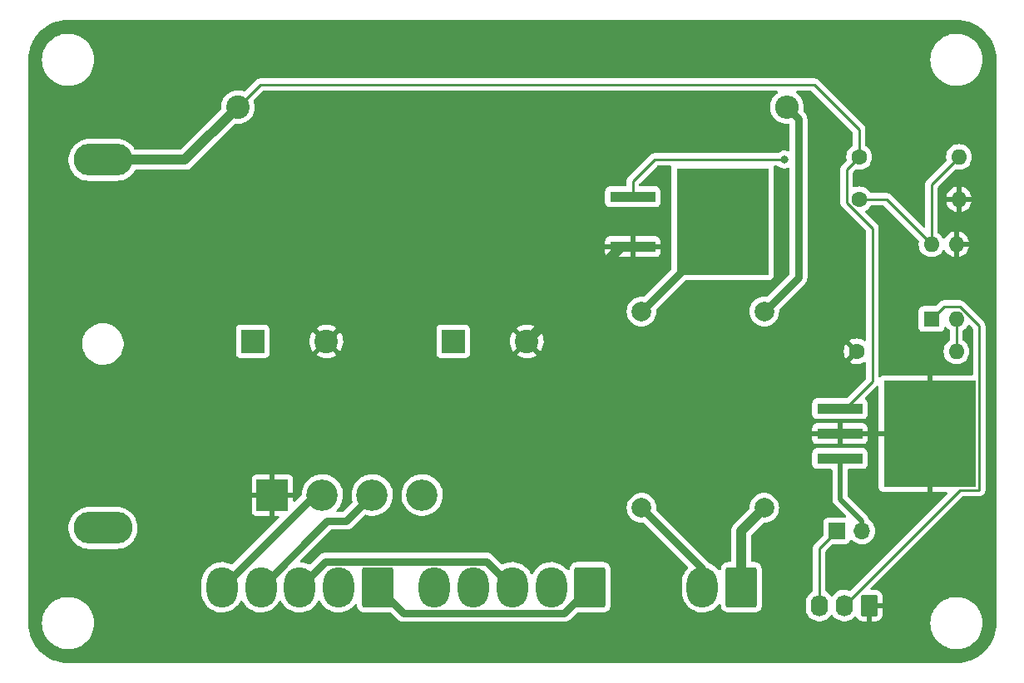
<source format=gbr>
%TF.GenerationSoftware,KiCad,Pcbnew,(6.0.1)*%
%TF.CreationDate,2022-01-30T10:49:48+01:00*%
%TF.ProjectId,board_shakercontrol,626f6172-645f-4736-9861-6b6572636f6e,rev?*%
%TF.SameCoordinates,Original*%
%TF.FileFunction,Copper,L1,Top*%
%TF.FilePolarity,Positive*%
%FSLAX46Y46*%
G04 Gerber Fmt 4.6, Leading zero omitted, Abs format (unit mm)*
G04 Created by KiCad (PCBNEW (6.0.1)) date 2022-01-30 10:49:48*
%MOMM*%
%LPD*%
G01*
G04 APERTURE LIST*
G04 Aperture macros list*
%AMRoundRect*
0 Rectangle with rounded corners*
0 $1 Rounding radius*
0 $2 $3 $4 $5 $6 $7 $8 $9 X,Y pos of 4 corners*
0 Add a 4 corners polygon primitive as box body*
4,1,4,$2,$3,$4,$5,$6,$7,$8,$9,$2,$3,0*
0 Add four circle primitives for the rounded corners*
1,1,$1+$1,$2,$3*
1,1,$1+$1,$4,$5*
1,1,$1+$1,$6,$7*
1,1,$1+$1,$8,$9*
0 Add four rect primitives between the rounded corners*
20,1,$1+$1,$2,$3,$4,$5,0*
20,1,$1+$1,$4,$5,$6,$7,0*
20,1,$1+$1,$6,$7,$8,$9,0*
20,1,$1+$1,$8,$9,$2,$3,0*%
G04 Aperture macros list end*
%TA.AperFunction,ComponentPad*%
%ADD10C,1.600000*%
%TD*%
%TA.AperFunction,ComponentPad*%
%ADD11O,1.600000X1.600000*%
%TD*%
%TA.AperFunction,ComponentPad*%
%ADD12R,3.200000X3.200000*%
%TD*%
%TA.AperFunction,ComponentPad*%
%ADD13C,3.200000*%
%TD*%
%TA.AperFunction,ComponentPad*%
%ADD14O,6.000000X3.250000*%
%TD*%
%TA.AperFunction,ComponentPad*%
%ADD15R,2.400000X2.400000*%
%TD*%
%TA.AperFunction,ComponentPad*%
%ADD16C,2.400000*%
%TD*%
%TA.AperFunction,SMDPad,CuDef*%
%ADD17R,4.600000X1.100000*%
%TD*%
%TA.AperFunction,SMDPad,CuDef*%
%ADD18R,9.400000X10.800000*%
%TD*%
%TA.AperFunction,ComponentPad*%
%ADD19O,2.400000X2.400000*%
%TD*%
%TA.AperFunction,ComponentPad*%
%ADD20RoundRect,0.250000X0.620000X0.845000X-0.620000X0.845000X-0.620000X-0.845000X0.620000X-0.845000X0*%
%TD*%
%TA.AperFunction,ComponentPad*%
%ADD21O,1.740000X2.190000*%
%TD*%
%TA.AperFunction,ComponentPad*%
%ADD22RoundRect,0.250000X1.330000X1.800000X-1.330000X1.800000X-1.330000X-1.800000X1.330000X-1.800000X0*%
%TD*%
%TA.AperFunction,ComponentPad*%
%ADD23O,3.160000X4.100000*%
%TD*%
%TA.AperFunction,ComponentPad*%
%ADD24R,1.600000X1.600000*%
%TD*%
%TA.AperFunction,ComponentPad*%
%ADD25R,1.700000X1.700000*%
%TD*%
%TA.AperFunction,ComponentPad*%
%ADD26O,1.700000X1.700000*%
%TD*%
%TA.AperFunction,ComponentPad*%
%ADD27C,2.000000*%
%TD*%
%TA.AperFunction,ViaPad*%
%ADD28C,0.800000*%
%TD*%
%TA.AperFunction,Conductor*%
%ADD29C,0.508000*%
%TD*%
%TA.AperFunction,Conductor*%
%ADD30C,0.250000*%
%TD*%
%TA.AperFunction,Conductor*%
%ADD31C,0.254000*%
%TD*%
%TA.AperFunction,Conductor*%
%ADD32C,1.016000*%
%TD*%
%TA.AperFunction,Conductor*%
%ADD33C,0.762000*%
%TD*%
G04 APERTURE END LIST*
D10*
%TO.P,R1,1*%
%TO.N,GND*%
X133604000Y-70358000D03*
D11*
%TO.P,R1,2*%
%TO.N,Net-(R1-Pad2)*%
X143764000Y-70358000D03*
%TD*%
D12*
%TO.P,D1,1,-*%
%TO.N,GND*%
X74138000Y-84994000D03*
D13*
%TO.P,D1,2*%
%TO.N,/16VAC2*%
X79218000Y-84994000D03*
%TO.P,D1,3*%
%TO.N,/16VAC1*%
X84298000Y-84994000D03*
%TO.P,D1,4,+*%
%TO.N,/VIN*%
X89378000Y-84994000D03*
%TD*%
D14*
%TO.P,F1,1*%
%TO.N,/VIN*%
X56896000Y-88346000D03*
%TO.P,F1,2*%
%TO.N,VCC*%
X56896000Y-50846000D03*
%TD*%
D10*
%TO.P,R3,1*%
%TO.N,Net-(Q1-Pad1)*%
X133858000Y-54864000D03*
D11*
%TO.P,R3,2*%
%TO.N,GND*%
X144018000Y-54864000D03*
%TD*%
D15*
%TO.P,C1,1*%
%TO.N,/VIN*%
X92534220Y-69342000D03*
D16*
%TO.P,C1,2*%
%TO.N,GND*%
X100034220Y-69342000D03*
%TD*%
D17*
%TO.P,Q1,1,G*%
%TO.N,Net-(Q1-Pad1)*%
X110811000Y-54610000D03*
D18*
%TO.P,Q1,2,D*%
%TO.N,Net-(L1-Pad2)*%
X119961000Y-57150000D03*
D17*
%TO.P,Q1,3,S*%
%TO.N,GND*%
X110811000Y-59690000D03*
%TD*%
D16*
%TO.P,R4,1*%
%TO.N,VCC*%
X70612000Y-45466000D03*
D19*
%TO.P,R4,2*%
%TO.N,Net-(L1-Pad1)*%
X126492000Y-45466000D03*
%TD*%
D20*
%TO.P,J3,1,Pin_1*%
%TO.N,GND*%
X134874000Y-96246000D03*
D21*
%TO.P,J3,2,Pin_2*%
%TO.N,Net-(J3-Pad2)*%
X132334000Y-96246000D03*
%TO.P,J3,3,Pin_3*%
%TO.N,Net-(J3-Pad3)*%
X129794000Y-96246000D03*
%TD*%
D22*
%TO.P,J1,1,Pin_1*%
%TO.N,Net-(J1-Pad1)*%
X106472000Y-94383000D03*
D23*
%TO.P,J1,2,Pin_2*%
%TO.N,Net-(J1-Pad2)*%
X102512000Y-94383000D03*
%TO.P,J1,3,Pin_3*%
%TO.N,Net-(J1-Pad3)*%
X98552000Y-94383000D03*
%TO.P,J1,4,Pin_4*%
%TO.N,/16VAC1*%
X94592000Y-94383000D03*
%TO.P,J1,5,Pin_5*%
%TO.N,/16VAC2*%
X90632000Y-94383000D03*
%TD*%
D24*
%TO.P,U2,1*%
%TO.N,Net-(J3-Pad2)*%
X141224000Y-67056000D03*
D11*
%TO.P,U2,2*%
%TO.N,Net-(R1-Pad2)*%
X143764000Y-67056000D03*
%TO.P,U2,3*%
%TO.N,GND*%
X143764000Y-59436000D03*
%TO.P,U2,4*%
%TO.N,Net-(Q1-Pad1)*%
X141224000Y-59436000D03*
%TD*%
D10*
%TO.P,R2,1*%
%TO.N,VCC*%
X133858000Y-50546000D03*
D11*
%TO.P,R2,2*%
%TO.N,Net-(Q1-Pad1)*%
X144018000Y-50546000D03*
%TD*%
D25*
%TO.P,JP1,1,A*%
%TO.N,Net-(J3-Pad3)*%
X131567000Y-88646000D03*
D26*
%TO.P,JP1,2,B*%
%TO.N,+5V*%
X134107000Y-88646000D03*
%TD*%
D22*
%TO.P,J2,1,Pin_1*%
%TO.N,Net-(J1-Pad1)*%
X84836000Y-94383000D03*
D23*
%TO.P,J2,2,Pin_2*%
%TO.N,Net-(J1-Pad2)*%
X80876000Y-94383000D03*
%TO.P,J2,3,Pin_3*%
%TO.N,Net-(J1-Pad3)*%
X76916000Y-94383000D03*
%TO.P,J2,4,Pin_4*%
%TO.N,/16VAC1*%
X72956000Y-94383000D03*
%TO.P,J2,5,Pin_5*%
%TO.N,/16VAC2*%
X68996000Y-94383000D03*
%TD*%
D22*
%TO.P,J4,1,Pin_1*%
%TO.N,Net-(J4-Pad1)*%
X121868000Y-94383000D03*
D23*
%TO.P,J4,2,Pin_2*%
%TO.N,Net-(J4-Pad2)*%
X117908000Y-94383000D03*
%TD*%
D27*
%TO.P,L1,1,1*%
%TO.N,Net-(L1-Pad1)*%
X124206000Y-66294005D03*
%TO.P,L1,2,2*%
%TO.N,Net-(L1-Pad2)*%
X111706000Y-66294005D03*
%TO.P,L1,3,3*%
%TO.N,Net-(J4-Pad2)*%
X111706000Y-86294005D03*
%TO.P,L1,4,4*%
%TO.N,Net-(J4-Pad1)*%
X124206000Y-86294005D03*
%TD*%
D15*
%TO.P,C2,1*%
%TO.N,/VIN*%
X72136000Y-69342000D03*
D16*
%TO.P,C2,2*%
%TO.N,GND*%
X79636000Y-69342000D03*
%TD*%
D17*
%TO.P,U1,1,IN*%
%TO.N,VCC*%
X131893000Y-76200000D03*
D18*
%TO.P,U1,2,GND*%
%TO.N,GND*%
X141043000Y-78740000D03*
D17*
X131893000Y-78740000D03*
%TO.P,U1,3,OUT*%
%TO.N,+5V*%
X131893000Y-81280000D03*
%TD*%
D28*
%TO.N,Net-(Q1-Pad1)*%
X126238000Y-50800000D03*
%TD*%
D29*
%TO.N,+5V*%
X134112000Y-88641000D02*
X134112000Y-87630000D01*
X134107000Y-88646000D02*
X134112000Y-88641000D01*
X134112000Y-87630000D02*
X131893000Y-85411000D01*
X131893000Y-85411000D02*
X131893000Y-81280000D01*
D30*
%TO.N,Net-(J3-Pad3)*%
X129794000Y-96246000D02*
X129794000Y-90419000D01*
X129794000Y-90419000D02*
X131567000Y-88646000D01*
%TO.N,Net-(J3-Pad2)*%
X142494000Y-65786000D02*
X141224000Y-67056000D01*
X146067511Y-67769211D02*
X144084300Y-65786000D01*
X144115489Y-84464511D02*
X146067511Y-84464511D01*
X144084300Y-65786000D02*
X142494000Y-65786000D01*
X132334000Y-96246000D02*
X144115489Y-84464511D01*
X146067511Y-84464511D02*
X146067511Y-67769211D01*
D31*
%TO.N,VCC*%
X135195000Y-73411520D02*
X132406520Y-76200000D01*
X135195000Y-57794128D02*
X135195000Y-73411520D01*
D32*
%TO.N,GND*%
X109686220Y-59690000D02*
X100034220Y-69342000D01*
X110811000Y-59690000D02*
X109686220Y-59690000D01*
D33*
%TO.N,Net-(J1-Pad1)*%
X87466520Y-97013520D02*
X103841480Y-97013520D01*
X103841480Y-97013520D02*
X106472000Y-94383000D01*
X84836000Y-94383000D02*
X87466520Y-97013520D01*
D31*
%TO.N,Net-(R1-Pad2)*%
X143764000Y-70358000D02*
X143764000Y-67056000D01*
D33*
%TO.N,Net-(J4-Pad2)*%
X117908000Y-94383000D02*
X117908000Y-92496000D01*
X117908000Y-92496000D02*
X111706000Y-86294000D01*
D31*
%TO.N,Net-(Q1-Pad1)*%
X113030000Y-50800000D02*
X125730000Y-50800000D01*
X110811000Y-53019000D02*
X113030000Y-50800000D01*
X125730000Y-50800000D02*
X126238000Y-50800000D01*
X110811000Y-54610000D02*
X110811000Y-53019000D01*
X133858000Y-54864000D02*
X136652000Y-54864000D01*
X144018000Y-50546000D02*
X141224000Y-53340000D01*
X136652000Y-54864000D02*
X141224000Y-59436000D01*
X141224000Y-53340000D02*
X141224000Y-59436000D01*
%TO.N,VCC*%
X132588000Y-55187128D02*
X132588000Y-51816000D01*
X133858000Y-47752000D02*
X129286000Y-43180000D01*
D32*
X65232000Y-50846000D02*
X70612000Y-45466000D01*
D31*
X135195000Y-57794128D02*
X132588000Y-55187128D01*
D32*
X56896000Y-50846000D02*
X65232000Y-50846000D01*
D31*
X129286000Y-43180000D02*
X72898000Y-43180000D01*
X133858000Y-50546000D02*
X133858000Y-47752000D01*
X132588000Y-51816000D02*
X133858000Y-50546000D01*
X72898000Y-43180000D02*
X70612000Y-45466000D01*
D33*
%TO.N,Net-(J1-Pad3)*%
X95921480Y-91752480D02*
X98552000Y-94383000D01*
X76916000Y-94383000D02*
X79546520Y-91752480D01*
X79546520Y-91752480D02*
X95921480Y-91752480D01*
%TO.N,/16VAC1*%
X79709000Y-87630000D02*
X81662000Y-87630000D01*
X81662000Y-87630000D02*
X84298000Y-84994000D01*
X72956000Y-94383000D02*
X79709000Y-87630000D01*
%TO.N,/16VAC2*%
X78385000Y-84994000D02*
X79218000Y-84994000D01*
X68996000Y-94383000D02*
X78385000Y-84994000D01*
D32*
%TO.N,Net-(J4-Pad1)*%
X121868000Y-94383000D02*
X121868000Y-88632000D01*
X121868000Y-88632000D02*
X124206000Y-86294000D01*
D33*
%TO.N,Net-(L1-Pad1)*%
X126492000Y-45466000D02*
X127692000Y-46666000D01*
X127692000Y-46666000D02*
X127692000Y-62808000D01*
X127692000Y-62808000D02*
X124206000Y-66294000D01*
%TO.N,Net-(L1-Pad2)*%
X111706000Y-66294000D02*
X119961000Y-58039000D01*
X119961000Y-58039000D02*
X119961000Y-57150000D01*
%TD*%
%TA.AperFunction,Conductor*%
%TO.N,GND*%
G36*
X143734057Y-36577500D02*
G01*
X143748858Y-36579805D01*
X143748861Y-36579805D01*
X143757730Y-36581186D01*
X143777626Y-36578584D01*
X143799784Y-36577654D01*
X144133160Y-36593067D01*
X144144749Y-36594141D01*
X144504994Y-36644394D01*
X144516434Y-36646533D01*
X144870505Y-36729809D01*
X144881681Y-36732989D01*
X145054126Y-36790787D01*
X145226562Y-36848582D01*
X145237414Y-36852786D01*
X145570155Y-36999706D01*
X145580560Y-37004886D01*
X145898343Y-37181890D01*
X145908220Y-37188006D01*
X146208301Y-37393567D01*
X146217588Y-37400581D01*
X146497423Y-37632952D01*
X146506024Y-37640793D01*
X146763207Y-37897976D01*
X146771048Y-37906577D01*
X147003419Y-38186412D01*
X147010433Y-38195699D01*
X147215994Y-38495780D01*
X147222110Y-38505657D01*
X147399114Y-38823440D01*
X147404294Y-38833845D01*
X147551214Y-39166586D01*
X147555418Y-39177438D01*
X147641510Y-39434299D01*
X147671008Y-39522310D01*
X147674191Y-39533495D01*
X147753820Y-39872060D01*
X147757467Y-39887566D01*
X147759606Y-39899006D01*
X147809859Y-40259251D01*
X147810933Y-40270840D01*
X147826003Y-40596816D01*
X147824638Y-40622015D01*
X147822814Y-40633730D01*
X147823978Y-40642632D01*
X147823978Y-40642635D01*
X147826936Y-40665251D01*
X147828000Y-40681589D01*
X147828000Y-97994672D01*
X147826500Y-98014056D01*
X147822814Y-98037730D01*
X147824454Y-98050270D01*
X147825416Y-98057626D01*
X147826346Y-98079784D01*
X147810933Y-98413160D01*
X147809859Y-98424749D01*
X147759606Y-98784994D01*
X147757467Y-98796434D01*
X147698946Y-99045254D01*
X147674193Y-99150496D01*
X147671011Y-99161681D01*
X147640328Y-99253227D01*
X147555418Y-99506562D01*
X147551214Y-99517414D01*
X147404294Y-99850155D01*
X147399114Y-99860560D01*
X147222110Y-100178343D01*
X147215994Y-100188220D01*
X147010433Y-100488301D01*
X147003419Y-100497588D01*
X146771048Y-100777423D01*
X146763207Y-100786024D01*
X146506024Y-101043207D01*
X146497423Y-101051048D01*
X146217588Y-101283419D01*
X146208301Y-101290433D01*
X145908220Y-101495994D01*
X145898343Y-101502110D01*
X145580560Y-101679114D01*
X145570155Y-101684294D01*
X145237414Y-101831214D01*
X145226562Y-101835418D01*
X145054126Y-101893213D01*
X144881681Y-101951011D01*
X144870505Y-101954191D01*
X144531940Y-102033820D01*
X144516434Y-102037467D01*
X144504994Y-102039606D01*
X144144749Y-102089859D01*
X144133161Y-102090933D01*
X144110742Y-102091969D01*
X143807184Y-102106003D01*
X143781985Y-102104638D01*
X143779142Y-102104195D01*
X143779140Y-102104195D01*
X143770270Y-102102814D01*
X143761368Y-102103978D01*
X143761365Y-102103978D01*
X143738749Y-102106936D01*
X143722411Y-102108000D01*
X53389328Y-102108000D01*
X53369943Y-102106500D01*
X53355142Y-102104195D01*
X53355139Y-102104195D01*
X53346270Y-102102814D01*
X53327105Y-102105320D01*
X53326374Y-102105416D01*
X53304216Y-102106346D01*
X52970840Y-102090933D01*
X52959251Y-102089859D01*
X52599006Y-102039607D01*
X52587566Y-102037468D01*
X52584019Y-102036634D01*
X52233496Y-101954191D01*
X52222319Y-101951011D01*
X52049874Y-101893213D01*
X51877438Y-101835418D01*
X51866586Y-101831214D01*
X51533845Y-101684294D01*
X51523440Y-101679114D01*
X51205657Y-101502110D01*
X51195780Y-101495994D01*
X50895699Y-101290434D01*
X50886411Y-101283420D01*
X50606576Y-101051048D01*
X50597976Y-101043207D01*
X50340793Y-100786024D01*
X50332952Y-100777424D01*
X50100580Y-100497589D01*
X50093566Y-100488301D01*
X49888006Y-100188220D01*
X49881890Y-100178343D01*
X49704886Y-99860560D01*
X49699706Y-99850155D01*
X49552786Y-99517414D01*
X49548582Y-99506562D01*
X49463672Y-99253227D01*
X49432989Y-99161681D01*
X49429807Y-99150496D01*
X49346532Y-98796434D01*
X49344393Y-98784994D01*
X49294141Y-98424749D01*
X49293067Y-98413160D01*
X49278150Y-98090485D01*
X50676854Y-98090485D01*
X50677156Y-98094320D01*
X50695108Y-98322417D01*
X50702370Y-98414695D01*
X50767206Y-98733378D01*
X50870398Y-99041784D01*
X51010405Y-99335316D01*
X51185141Y-99609597D01*
X51187584Y-99612560D01*
X51187585Y-99612562D01*
X51387832Y-99855480D01*
X51392001Y-99860538D01*
X51627902Y-100084399D01*
X51889326Y-100277843D01*
X52030851Y-100357914D01*
X52169019Y-100436086D01*
X52169023Y-100436088D01*
X52172376Y-100437985D01*
X52175937Y-100439460D01*
X52175939Y-100439461D01*
X52234892Y-100463880D01*
X52472832Y-100562438D01*
X52576288Y-100591129D01*
X52782500Y-100648317D01*
X52782508Y-100648319D01*
X52786216Y-100649347D01*
X53107856Y-100697416D01*
X53111154Y-100697560D01*
X53222918Y-100702440D01*
X53222922Y-100702440D01*
X53224294Y-100702500D01*
X53422598Y-100702500D01*
X53664605Y-100687698D01*
X53668388Y-100686997D01*
X53668395Y-100686996D01*
X53868459Y-100649916D01*
X53984372Y-100628433D01*
X54193682Y-100562438D01*
X54290860Y-100531798D01*
X54290863Y-100531797D01*
X54294532Y-100530640D01*
X54298029Y-100529046D01*
X54298035Y-100529044D01*
X54586954Y-100397376D01*
X54586958Y-100397374D01*
X54590462Y-100395777D01*
X54867751Y-100225854D01*
X54870755Y-100223464D01*
X54870760Y-100223461D01*
X54995007Y-100124630D01*
X55122264Y-100023405D01*
X55124958Y-100020664D01*
X55124962Y-100020660D01*
X55347513Y-99794190D01*
X55347517Y-99794185D01*
X55350208Y-99791447D01*
X55548185Y-99533439D01*
X55713242Y-99253227D01*
X55842920Y-98954988D01*
X55935285Y-98643169D01*
X55988961Y-98322417D01*
X55999087Y-98090485D01*
X141100854Y-98090485D01*
X141101156Y-98094320D01*
X141119108Y-98322417D01*
X141126370Y-98414695D01*
X141191206Y-98733378D01*
X141294398Y-99041784D01*
X141434405Y-99335316D01*
X141609141Y-99609597D01*
X141611584Y-99612560D01*
X141611585Y-99612562D01*
X141811832Y-99855480D01*
X141816001Y-99860538D01*
X142051902Y-100084399D01*
X142313326Y-100277843D01*
X142454851Y-100357914D01*
X142593019Y-100436086D01*
X142593023Y-100436088D01*
X142596376Y-100437985D01*
X142599937Y-100439460D01*
X142599939Y-100439461D01*
X142658892Y-100463880D01*
X142896832Y-100562438D01*
X143000288Y-100591129D01*
X143206500Y-100648317D01*
X143206508Y-100648319D01*
X143210216Y-100649347D01*
X143531856Y-100697416D01*
X143535154Y-100697560D01*
X143646918Y-100702440D01*
X143646922Y-100702440D01*
X143648294Y-100702500D01*
X143846598Y-100702500D01*
X144088605Y-100687698D01*
X144092388Y-100686997D01*
X144092395Y-100686996D01*
X144292459Y-100649916D01*
X144408372Y-100628433D01*
X144617682Y-100562438D01*
X144714860Y-100531798D01*
X144714863Y-100531797D01*
X144718532Y-100530640D01*
X144722029Y-100529046D01*
X144722035Y-100529044D01*
X145010954Y-100397376D01*
X145010958Y-100397374D01*
X145014462Y-100395777D01*
X145291751Y-100225854D01*
X145294755Y-100223464D01*
X145294760Y-100223461D01*
X145419007Y-100124630D01*
X145546264Y-100023405D01*
X145548958Y-100020664D01*
X145548962Y-100020660D01*
X145771513Y-99794190D01*
X145771517Y-99794185D01*
X145774208Y-99791447D01*
X145972185Y-99533439D01*
X146137242Y-99253227D01*
X146266920Y-98954988D01*
X146359285Y-98643169D01*
X146412961Y-98322417D01*
X146427146Y-97997515D01*
X146409889Y-97778239D01*
X146401932Y-97677140D01*
X146401932Y-97677137D01*
X146401630Y-97673305D01*
X146336794Y-97354622D01*
X146233602Y-97046216D01*
X146183495Y-96941163D01*
X146113374Y-96794152D01*
X146093595Y-96752684D01*
X146083198Y-96736363D01*
X145990509Y-96590871D01*
X145918859Y-96478403D01*
X145916415Y-96475438D01*
X145714442Y-96230425D01*
X145714438Y-96230420D01*
X145711999Y-96227462D01*
X145476098Y-96003601D01*
X145214674Y-95810157D01*
X145028004Y-95704544D01*
X144934981Y-95651914D01*
X144934977Y-95651912D01*
X144931624Y-95650015D01*
X144631168Y-95525562D01*
X144473966Y-95481966D01*
X144321500Y-95439683D01*
X144321492Y-95439681D01*
X144317784Y-95438653D01*
X143996144Y-95390584D01*
X143992846Y-95390440D01*
X143881082Y-95385560D01*
X143881078Y-95385560D01*
X143879706Y-95385500D01*
X143681402Y-95385500D01*
X143439395Y-95400302D01*
X143435612Y-95401003D01*
X143435605Y-95401004D01*
X143301938Y-95425778D01*
X143119628Y-95459567D01*
X142935058Y-95517762D01*
X142813140Y-95556202D01*
X142813137Y-95556203D01*
X142809468Y-95557360D01*
X142805971Y-95558954D01*
X142805965Y-95558956D01*
X142517046Y-95690624D01*
X142517042Y-95690626D01*
X142513538Y-95692223D01*
X142510259Y-95694233D01*
X142510256Y-95694234D01*
X142355704Y-95788944D01*
X142236249Y-95862146D01*
X142233245Y-95864536D01*
X142233240Y-95864539D01*
X142200222Y-95890803D01*
X141981736Y-96064595D01*
X141979042Y-96067336D01*
X141979038Y-96067340D01*
X141756487Y-96293810D01*
X141756483Y-96293815D01*
X141753792Y-96296553D01*
X141716077Y-96345704D01*
X141572830Y-96532387D01*
X141555815Y-96554561D01*
X141448726Y-96736363D01*
X141414686Y-96794152D01*
X141390758Y-96834773D01*
X141261080Y-97133012D01*
X141259986Y-97136706D01*
X141259984Y-97136711D01*
X141256560Y-97148271D01*
X141168715Y-97444831D01*
X141115039Y-97765583D01*
X141100854Y-98090485D01*
X55999087Y-98090485D01*
X56003146Y-97997515D01*
X55985889Y-97778239D01*
X55977932Y-97677140D01*
X55977932Y-97677137D01*
X55977630Y-97673305D01*
X55912794Y-97354622D01*
X55809602Y-97046216D01*
X55759495Y-96941163D01*
X55689374Y-96794152D01*
X55669595Y-96752684D01*
X55659198Y-96736363D01*
X55566509Y-96590871D01*
X55494859Y-96478403D01*
X55492415Y-96475438D01*
X55290442Y-96230425D01*
X55290438Y-96230420D01*
X55287999Y-96227462D01*
X55052098Y-96003601D01*
X54790674Y-95810157D01*
X54604004Y-95704544D01*
X54510981Y-95651914D01*
X54510977Y-95651912D01*
X54507624Y-95650015D01*
X54207168Y-95525562D01*
X54049966Y-95481966D01*
X53897500Y-95439683D01*
X53897492Y-95439681D01*
X53893784Y-95438653D01*
X53572144Y-95390584D01*
X53568846Y-95390440D01*
X53457082Y-95385560D01*
X53457078Y-95385560D01*
X53455706Y-95385500D01*
X53257402Y-95385500D01*
X53015395Y-95400302D01*
X53011612Y-95401003D01*
X53011605Y-95401004D01*
X52877938Y-95425778D01*
X52695628Y-95459567D01*
X52511058Y-95517762D01*
X52389140Y-95556202D01*
X52389137Y-95556203D01*
X52385468Y-95557360D01*
X52381971Y-95558954D01*
X52381965Y-95558956D01*
X52093046Y-95690624D01*
X52093042Y-95690626D01*
X52089538Y-95692223D01*
X52086259Y-95694233D01*
X52086256Y-95694234D01*
X51931704Y-95788944D01*
X51812249Y-95862146D01*
X51809245Y-95864536D01*
X51809240Y-95864539D01*
X51776222Y-95890803D01*
X51557736Y-96064595D01*
X51555042Y-96067336D01*
X51555038Y-96067340D01*
X51332487Y-96293810D01*
X51332483Y-96293815D01*
X51329792Y-96296553D01*
X51292077Y-96345704D01*
X51148830Y-96532387D01*
X51131815Y-96554561D01*
X51024726Y-96736363D01*
X50990686Y-96794152D01*
X50966758Y-96834773D01*
X50837080Y-97133012D01*
X50835986Y-97136706D01*
X50835984Y-97136711D01*
X50832560Y-97148271D01*
X50744715Y-97444831D01*
X50691039Y-97765583D01*
X50676854Y-98090485D01*
X49278150Y-98090485D01*
X49277997Y-98087184D01*
X49279362Y-98061985D01*
X49279805Y-98059142D01*
X49279805Y-98059140D01*
X49281186Y-98050270D01*
X49279547Y-98037730D01*
X49277064Y-98018749D01*
X49276000Y-98002411D01*
X49276000Y-94925933D01*
X66907500Y-94925933D01*
X66907653Y-94928119D01*
X66907653Y-94928123D01*
X66911619Y-94984832D01*
X66922775Y-95144373D01*
X66983503Y-95430074D01*
X66985006Y-95434203D01*
X66985007Y-95434207D01*
X67079649Y-95694234D01*
X67083401Y-95704544D01*
X67220527Y-95962439D01*
X67223113Y-95965998D01*
X67223114Y-95966000D01*
X67323390Y-96104018D01*
X67392209Y-96198740D01*
X67395265Y-96201904D01*
X67395267Y-96201907D01*
X67534131Y-96345704D01*
X67595108Y-96408848D01*
X67825274Y-96588673D01*
X68078226Y-96734715D01*
X68349042Y-96844132D01*
X68632450Y-96914794D01*
X68636818Y-96915253D01*
X68636823Y-96915254D01*
X68918565Y-96944866D01*
X68918568Y-96944866D01*
X68922934Y-96945325D01*
X68927322Y-96945172D01*
X68927328Y-96945172D01*
X69210443Y-96935285D01*
X69210449Y-96935284D01*
X69214841Y-96935131D01*
X69502488Y-96884411D01*
X69506659Y-96883056D01*
X69506666Y-96883054D01*
X69776087Y-96795513D01*
X69776086Y-96795513D01*
X69780276Y-96794152D01*
X69784229Y-96792224D01*
X69784234Y-96792222D01*
X70038849Y-96668038D01*
X70042800Y-96666111D01*
X70046439Y-96663657D01*
X70046445Y-96663653D01*
X70281303Y-96505239D01*
X70281310Y-96505234D01*
X70284949Y-96502779D01*
X70312022Y-96478403D01*
X70498736Y-96310285D01*
X70498737Y-96310284D01*
X70502010Y-96307337D01*
X70590476Y-96201907D01*
X70686930Y-96086958D01*
X70686934Y-96086953D01*
X70689758Y-96083587D01*
X70844539Y-95835886D01*
X70854974Y-95812450D01*
X70861919Y-95796850D01*
X70907898Y-95742754D01*
X70975825Y-95722104D01*
X71044134Y-95741456D01*
X71088277Y-95788944D01*
X71100776Y-95812450D01*
X71180527Y-95962439D01*
X71183113Y-95965998D01*
X71183114Y-95966000D01*
X71283390Y-96104018D01*
X71352209Y-96198740D01*
X71355265Y-96201904D01*
X71355267Y-96201907D01*
X71494131Y-96345704D01*
X71555108Y-96408848D01*
X71785274Y-96588673D01*
X72038226Y-96734715D01*
X72309042Y-96844132D01*
X72592450Y-96914794D01*
X72596818Y-96915253D01*
X72596823Y-96915254D01*
X72878565Y-96944866D01*
X72878568Y-96944866D01*
X72882934Y-96945325D01*
X72887322Y-96945172D01*
X72887328Y-96945172D01*
X73170443Y-96935285D01*
X73170449Y-96935284D01*
X73174841Y-96935131D01*
X73462488Y-96884411D01*
X73466659Y-96883056D01*
X73466666Y-96883054D01*
X73736087Y-96795513D01*
X73736086Y-96795513D01*
X73740276Y-96794152D01*
X73744229Y-96792224D01*
X73744234Y-96792222D01*
X73998849Y-96668038D01*
X74002800Y-96666111D01*
X74006439Y-96663657D01*
X74006445Y-96663653D01*
X74241303Y-96505239D01*
X74241310Y-96505234D01*
X74244949Y-96502779D01*
X74272022Y-96478403D01*
X74458736Y-96310285D01*
X74458737Y-96310284D01*
X74462010Y-96307337D01*
X74550476Y-96201907D01*
X74646930Y-96086958D01*
X74646934Y-96086953D01*
X74649758Y-96083587D01*
X74804539Y-95835886D01*
X74814974Y-95812450D01*
X74821919Y-95796850D01*
X74867898Y-95742754D01*
X74935825Y-95722104D01*
X75004134Y-95741456D01*
X75048277Y-95788944D01*
X75060776Y-95812450D01*
X75140527Y-95962439D01*
X75143113Y-95965998D01*
X75143114Y-95966000D01*
X75243390Y-96104018D01*
X75312209Y-96198740D01*
X75315265Y-96201904D01*
X75315267Y-96201907D01*
X75454131Y-96345704D01*
X75515108Y-96408848D01*
X75745274Y-96588673D01*
X75998226Y-96734715D01*
X76269042Y-96844132D01*
X76552450Y-96914794D01*
X76556818Y-96915253D01*
X76556823Y-96915254D01*
X76838565Y-96944866D01*
X76838568Y-96944866D01*
X76842934Y-96945325D01*
X76847322Y-96945172D01*
X76847328Y-96945172D01*
X77130443Y-96935285D01*
X77130449Y-96935284D01*
X77134841Y-96935131D01*
X77422488Y-96884411D01*
X77426659Y-96883056D01*
X77426666Y-96883054D01*
X77696087Y-96795513D01*
X77696086Y-96795513D01*
X77700276Y-96794152D01*
X77704229Y-96792224D01*
X77704234Y-96792222D01*
X77958849Y-96668038D01*
X77962800Y-96666111D01*
X77966439Y-96663657D01*
X77966445Y-96663653D01*
X78201303Y-96505239D01*
X78201310Y-96505234D01*
X78204949Y-96502779D01*
X78232022Y-96478403D01*
X78418736Y-96310285D01*
X78418737Y-96310284D01*
X78422010Y-96307337D01*
X78510476Y-96201907D01*
X78606930Y-96086958D01*
X78606934Y-96086953D01*
X78609758Y-96083587D01*
X78764539Y-95835886D01*
X78774974Y-95812450D01*
X78781919Y-95796850D01*
X78827898Y-95742754D01*
X78895825Y-95722104D01*
X78964134Y-95741456D01*
X79008277Y-95788944D01*
X79020776Y-95812450D01*
X79100527Y-95962439D01*
X79103113Y-95965998D01*
X79103114Y-95966000D01*
X79203390Y-96104018D01*
X79272209Y-96198740D01*
X79275265Y-96201904D01*
X79275267Y-96201907D01*
X79414131Y-96345704D01*
X79475108Y-96408848D01*
X79705274Y-96588673D01*
X79958226Y-96734715D01*
X80229042Y-96844132D01*
X80512450Y-96914794D01*
X80516818Y-96915253D01*
X80516823Y-96915254D01*
X80798565Y-96944866D01*
X80798568Y-96944866D01*
X80802934Y-96945325D01*
X80807322Y-96945172D01*
X80807328Y-96945172D01*
X81090443Y-96935285D01*
X81090449Y-96935284D01*
X81094841Y-96935131D01*
X81382488Y-96884411D01*
X81386659Y-96883056D01*
X81386666Y-96883054D01*
X81656087Y-96795513D01*
X81656086Y-96795513D01*
X81660276Y-96794152D01*
X81664229Y-96792224D01*
X81664234Y-96792222D01*
X81918849Y-96668038D01*
X81922800Y-96666111D01*
X81926439Y-96663657D01*
X81926445Y-96663653D01*
X82161303Y-96505239D01*
X82161310Y-96505234D01*
X82164949Y-96502779D01*
X82192022Y-96478403D01*
X82378736Y-96310285D01*
X82378737Y-96310284D01*
X82382010Y-96307337D01*
X82524978Y-96136954D01*
X82584088Y-96097627D01*
X82655076Y-96096501D01*
X82715403Y-96133932D01*
X82745917Y-96198037D01*
X82747500Y-96217945D01*
X82747500Y-96233400D01*
X82747837Y-96236646D01*
X82747837Y-96236650D01*
X82755172Y-96307337D01*
X82758474Y-96339166D01*
X82760655Y-96345702D01*
X82760655Y-96345704D01*
X82803938Y-96475438D01*
X82814450Y-96506946D01*
X82907522Y-96657348D01*
X83032697Y-96782305D01*
X83038927Y-96786145D01*
X83038928Y-96786146D01*
X83176090Y-96870694D01*
X83183262Y-96875115D01*
X83263005Y-96901564D01*
X83344611Y-96928632D01*
X83344613Y-96928632D01*
X83351139Y-96930797D01*
X83357975Y-96931497D01*
X83357978Y-96931498D01*
X83396152Y-96935409D01*
X83455600Y-96941500D01*
X86084367Y-96941500D01*
X86152488Y-96961502D01*
X86173462Y-96978405D01*
X86781031Y-97585974D01*
X86793868Y-97601002D01*
X86801851Y-97611990D01*
X86806753Y-97616403D01*
X86806754Y-97616405D01*
X86851583Y-97656769D01*
X86856367Y-97661310D01*
X86870514Y-97675457D01*
X86873079Y-97677534D01*
X86886074Y-97688057D01*
X86891095Y-97692345D01*
X86935901Y-97732690D01*
X86935905Y-97732693D01*
X86940805Y-97737105D01*
X86946515Y-97740401D01*
X86946518Y-97740404D01*
X86952565Y-97743895D01*
X86968850Y-97755088D01*
X86979395Y-97763627D01*
X87021270Y-97784963D01*
X87039000Y-97793997D01*
X87044796Y-97797144D01*
X87102735Y-97830595D01*
X87115645Y-97834790D01*
X87133904Y-97842353D01*
X87145996Y-97848514D01*
X87210658Y-97865840D01*
X87216906Y-97867692D01*
X87280564Y-97888375D01*
X87294046Y-97889792D01*
X87294056Y-97889793D01*
X87313500Y-97893397D01*
X87320225Y-97895199D01*
X87320230Y-97895200D01*
X87326605Y-97896908D01*
X87333195Y-97897253D01*
X87333199Y-97897254D01*
X87393400Y-97900409D01*
X87399975Y-97900926D01*
X87419900Y-97903020D01*
X87439934Y-97903020D01*
X87446528Y-97903193D01*
X87506738Y-97906349D01*
X87506743Y-97906349D01*
X87513330Y-97906694D01*
X87519845Y-97905662D01*
X87519847Y-97905662D01*
X87526734Y-97904571D01*
X87546445Y-97903020D01*
X103761555Y-97903020D01*
X103781266Y-97904571D01*
X103788153Y-97905662D01*
X103788155Y-97905662D01*
X103794670Y-97906694D01*
X103801258Y-97906349D01*
X103801262Y-97906349D01*
X103861479Y-97903193D01*
X103868073Y-97903020D01*
X103888100Y-97903020D01*
X103891371Y-97902676D01*
X103891375Y-97902676D01*
X103908019Y-97900927D01*
X103914593Y-97900410D01*
X103974796Y-97897255D01*
X103974798Y-97897255D01*
X103981395Y-97896909D01*
X103987777Y-97895199D01*
X103989241Y-97894806D01*
X103994508Y-97893395D01*
X104013950Y-97889792D01*
X104015192Y-97889662D01*
X104020865Y-97889066D01*
X104020869Y-97889065D01*
X104027436Y-97888375D01*
X104091065Y-97867701D01*
X104097386Y-97865829D01*
X104104839Y-97863832D01*
X104162004Y-97848514D01*
X104174096Y-97842353D01*
X104192355Y-97834790D01*
X104205265Y-97830595D01*
X104263204Y-97797144D01*
X104269000Y-97793997D01*
X104286730Y-97784963D01*
X104328605Y-97763627D01*
X104339150Y-97755088D01*
X104355435Y-97743895D01*
X104361482Y-97740404D01*
X104361485Y-97740401D01*
X104367195Y-97737105D01*
X104372095Y-97732693D01*
X104372099Y-97732690D01*
X104416905Y-97692345D01*
X104421926Y-97688057D01*
X104434921Y-97677534D01*
X104437486Y-97675457D01*
X104451633Y-97661310D01*
X104456417Y-97656769D01*
X104501246Y-97616405D01*
X104501247Y-97616403D01*
X104506149Y-97611990D01*
X104514132Y-97601002D01*
X104526969Y-97585974D01*
X105134538Y-96978405D01*
X105196850Y-96944379D01*
X105223633Y-96941500D01*
X107852400Y-96941500D01*
X107855646Y-96941163D01*
X107855650Y-96941163D01*
X107951308Y-96931238D01*
X107951312Y-96931237D01*
X107958166Y-96930526D01*
X107964702Y-96928345D01*
X107964704Y-96928345D01*
X108100456Y-96883054D01*
X108125946Y-96874550D01*
X108276348Y-96781478D01*
X108401305Y-96656303D01*
X108450383Y-96576684D01*
X108490275Y-96511968D01*
X108490276Y-96511966D01*
X108494115Y-96505738D01*
X108549797Y-96337861D01*
X108552623Y-96310285D01*
X108560172Y-96236598D01*
X108560500Y-96233400D01*
X108560500Y-92532600D01*
X108560163Y-92529350D01*
X108550238Y-92433692D01*
X108550237Y-92433688D01*
X108549526Y-92426834D01*
X108525375Y-92354443D01*
X108495868Y-92266002D01*
X108493550Y-92259054D01*
X108400478Y-92108652D01*
X108275303Y-91983695D01*
X108253873Y-91970485D01*
X108130968Y-91894725D01*
X108130966Y-91894724D01*
X108124738Y-91890885D01*
X107964254Y-91837655D01*
X107963389Y-91837368D01*
X107963387Y-91837368D01*
X107956861Y-91835203D01*
X107950025Y-91834503D01*
X107950022Y-91834502D01*
X107906969Y-91830091D01*
X107852400Y-91824500D01*
X105091600Y-91824500D01*
X105088354Y-91824837D01*
X105088350Y-91824837D01*
X104992692Y-91834762D01*
X104992688Y-91834763D01*
X104985834Y-91835474D01*
X104979298Y-91837655D01*
X104979296Y-91837655D01*
X104935487Y-91852271D01*
X104818054Y-91891450D01*
X104667652Y-91984522D01*
X104542695Y-92109697D01*
X104449885Y-92260262D01*
X104394203Y-92428139D01*
X104393503Y-92434975D01*
X104393502Y-92434978D01*
X104390730Y-92462035D01*
X104383500Y-92532600D01*
X104383500Y-92547942D01*
X104363498Y-92616063D01*
X104309842Y-92662556D01*
X104239568Y-92672660D01*
X104174988Y-92643166D01*
X104155564Y-92622003D01*
X104118380Y-92570823D01*
X104118377Y-92570820D01*
X104115791Y-92567260D01*
X104097136Y-92547942D01*
X103915946Y-92360314D01*
X103915942Y-92360311D01*
X103912892Y-92357152D01*
X103682726Y-92177327D01*
X103429774Y-92031285D01*
X103158958Y-91921868D01*
X103153492Y-91920505D01*
X102879821Y-91852271D01*
X102879823Y-91852271D01*
X102875550Y-91851206D01*
X102871182Y-91850747D01*
X102871177Y-91850746D01*
X102589435Y-91821134D01*
X102589432Y-91821134D01*
X102585066Y-91820675D01*
X102580678Y-91820828D01*
X102580672Y-91820828D01*
X102297557Y-91830715D01*
X102297551Y-91830716D01*
X102293159Y-91830869D01*
X102005512Y-91881589D01*
X102001341Y-91882944D01*
X102001334Y-91882946D01*
X101816986Y-91942845D01*
X101727724Y-91971848D01*
X101723771Y-91973776D01*
X101723766Y-91973778D01*
X101560519Y-92053399D01*
X101465200Y-92099889D01*
X101461561Y-92102343D01*
X101461555Y-92102347D01*
X101226697Y-92260761D01*
X101226690Y-92260766D01*
X101223051Y-92263221D01*
X101219782Y-92266165D01*
X101219780Y-92266166D01*
X101041340Y-92426834D01*
X101005990Y-92458663D01*
X101003161Y-92462035D01*
X100821070Y-92679042D01*
X100821066Y-92679047D01*
X100818242Y-92682413D01*
X100663461Y-92930114D01*
X100661676Y-92934124D01*
X100661673Y-92934129D01*
X100646081Y-92969150D01*
X100600102Y-93023246D01*
X100532175Y-93043896D01*
X100463866Y-93024544D01*
X100419723Y-92977056D01*
X100356994Y-92859082D01*
X100327473Y-92803561D01*
X100324886Y-92800000D01*
X100158380Y-92570823D01*
X100158377Y-92570820D01*
X100155791Y-92567260D01*
X100137136Y-92547942D01*
X99955946Y-92360314D01*
X99955942Y-92360311D01*
X99952892Y-92357152D01*
X99722726Y-92177327D01*
X99469774Y-92031285D01*
X99198958Y-91921868D01*
X99193492Y-91920505D01*
X98919821Y-91852271D01*
X98919823Y-91852271D01*
X98915550Y-91851206D01*
X98911182Y-91850747D01*
X98911177Y-91850746D01*
X98629435Y-91821134D01*
X98629432Y-91821134D01*
X98625066Y-91820675D01*
X98620678Y-91820828D01*
X98620672Y-91820828D01*
X98337557Y-91830715D01*
X98337551Y-91830716D01*
X98333159Y-91830869D01*
X98045512Y-91881589D01*
X98041341Y-91882944D01*
X98041334Y-91882946D01*
X97771917Y-91970485D01*
X97771909Y-91970488D01*
X97767724Y-91971848D01*
X97763767Y-91973778D01*
X97763760Y-91973781D01*
X97600518Y-92053399D01*
X97530523Y-92065283D01*
X97465215Y-92037439D01*
X97456189Y-92029246D01*
X96606969Y-91180026D01*
X96594132Y-91164998D01*
X96586149Y-91154010D01*
X96536417Y-91109231D01*
X96531633Y-91104690D01*
X96517486Y-91090543D01*
X96501926Y-91077943D01*
X96496905Y-91073655D01*
X96452099Y-91033310D01*
X96452095Y-91033307D01*
X96447195Y-91028895D01*
X96441485Y-91025599D01*
X96441482Y-91025596D01*
X96435435Y-91022105D01*
X96419150Y-91010912D01*
X96408605Y-91002373D01*
X96349000Y-90972003D01*
X96343204Y-90968856D01*
X96337455Y-90965537D01*
X96285265Y-90935405D01*
X96272355Y-90931210D01*
X96254096Y-90923647D01*
X96242004Y-90917486D01*
X96177386Y-90900171D01*
X96171062Y-90898298D01*
X96162461Y-90895503D01*
X96107436Y-90877625D01*
X96100869Y-90876935D01*
X96100865Y-90876934D01*
X96095192Y-90876338D01*
X96093950Y-90876208D01*
X96074508Y-90872605D01*
X96069241Y-90871194D01*
X96067773Y-90870800D01*
X96067772Y-90870800D01*
X96061395Y-90869091D01*
X96054798Y-90868745D01*
X96054796Y-90868745D01*
X95994593Y-90865590D01*
X95988019Y-90865073D01*
X95971375Y-90863324D01*
X95971371Y-90863324D01*
X95968100Y-90862980D01*
X95948073Y-90862980D01*
X95941479Y-90862807D01*
X95881262Y-90859651D01*
X95881258Y-90859651D01*
X95874670Y-90859306D01*
X95868155Y-90860338D01*
X95868153Y-90860338D01*
X95861266Y-90861429D01*
X95841555Y-90862980D01*
X79626445Y-90862980D01*
X79606734Y-90861429D01*
X79599847Y-90860338D01*
X79599845Y-90860338D01*
X79593330Y-90859306D01*
X79586743Y-90859651D01*
X79586738Y-90859651D01*
X79526528Y-90862807D01*
X79519934Y-90862980D01*
X79499900Y-90862980D01*
X79496626Y-90863324D01*
X79496627Y-90863324D01*
X79479974Y-90865074D01*
X79473400Y-90865591D01*
X79413199Y-90868746D01*
X79413195Y-90868747D01*
X79406605Y-90869092D01*
X79400230Y-90870800D01*
X79400225Y-90870801D01*
X79393500Y-90872603D01*
X79374057Y-90876207D01*
X79360564Y-90877625D01*
X79296906Y-90898308D01*
X79290658Y-90900160D01*
X79225996Y-90917486D01*
X79213904Y-90923647D01*
X79195645Y-90931210D01*
X79182735Y-90935405D01*
X79130545Y-90965537D01*
X79124796Y-90968856D01*
X79119000Y-90972003D01*
X79059395Y-91002373D01*
X79048850Y-91010912D01*
X79032565Y-91022105D01*
X79026518Y-91025596D01*
X79026515Y-91025599D01*
X79020805Y-91028895D01*
X79015905Y-91033307D01*
X79015901Y-91033310D01*
X78971095Y-91073655D01*
X78966074Y-91077943D01*
X78950514Y-91090543D01*
X78936367Y-91104690D01*
X78931583Y-91109231D01*
X78881851Y-91154010D01*
X78873868Y-91164998D01*
X78861031Y-91180026D01*
X78013718Y-92027339D01*
X77951406Y-92061365D01*
X77880591Y-92056300D01*
X77861625Y-92047364D01*
X77837589Y-92033487D01*
X77837582Y-92033484D01*
X77833774Y-92031285D01*
X77562958Y-91921868D01*
X77557492Y-91920505D01*
X77283821Y-91852271D01*
X77283823Y-91852271D01*
X77279550Y-91851206D01*
X77275177Y-91850746D01*
X77275175Y-91850746D01*
X77137100Y-91836234D01*
X77059224Y-91828049D01*
X76993567Y-91801036D01*
X76952937Y-91742814D01*
X76950234Y-91671869D01*
X76983299Y-91613644D01*
X80040538Y-88556405D01*
X80102850Y-88522379D01*
X80129633Y-88519500D01*
X81582075Y-88519500D01*
X81601786Y-88521051D01*
X81608673Y-88522142D01*
X81608675Y-88522142D01*
X81615190Y-88523174D01*
X81621778Y-88522829D01*
X81621782Y-88522829D01*
X81681999Y-88519673D01*
X81688593Y-88519500D01*
X81708620Y-88519500D01*
X81711891Y-88519156D01*
X81711895Y-88519156D01*
X81728539Y-88517407D01*
X81735113Y-88516890D01*
X81795316Y-88513735D01*
X81795318Y-88513735D01*
X81801915Y-88513389D01*
X81815028Y-88509875D01*
X81834470Y-88506272D01*
X81835712Y-88506142D01*
X81841385Y-88505546D01*
X81841389Y-88505545D01*
X81847956Y-88504855D01*
X81911581Y-88484182D01*
X81917906Y-88482309D01*
X81941484Y-88475991D01*
X81982524Y-88464994D01*
X81994616Y-88458833D01*
X82012875Y-88451270D01*
X82025785Y-88447075D01*
X82083724Y-88413624D01*
X82089520Y-88410477D01*
X82149125Y-88380107D01*
X82159670Y-88371568D01*
X82175955Y-88360375D01*
X82182002Y-88356884D01*
X82182005Y-88356881D01*
X82187715Y-88353585D01*
X82192615Y-88349173D01*
X82192619Y-88349170D01*
X82237425Y-88308825D01*
X82242446Y-88304537D01*
X82255441Y-88294014D01*
X82258006Y-88291937D01*
X82272153Y-88277790D01*
X82276937Y-88273249D01*
X82321766Y-88232885D01*
X82321767Y-88232883D01*
X82326669Y-88228470D01*
X82334652Y-88217482D01*
X82347489Y-88202454D01*
X83518918Y-87031025D01*
X83581230Y-86996999D01*
X83643798Y-86999309D01*
X83733272Y-87025812D01*
X83832857Y-87055311D01*
X83832861Y-87055312D01*
X83836970Y-87056529D01*
X83841204Y-87057177D01*
X83841209Y-87057178D01*
X84069016Y-87092037D01*
X84121153Y-87100015D01*
X84267485Y-87102314D01*
X84404317Y-87104464D01*
X84404323Y-87104464D01*
X84408608Y-87104531D01*
X84412860Y-87104016D01*
X84412868Y-87104016D01*
X84689756Y-87070508D01*
X84689761Y-87070507D01*
X84694017Y-87069992D01*
X84842550Y-87031025D01*
X84967954Y-86998126D01*
X84967955Y-86998126D01*
X84972097Y-86997039D01*
X85237704Y-86887021D01*
X85485922Y-86741974D01*
X85712159Y-86564582D01*
X85740314Y-86535529D01*
X85885836Y-86385361D01*
X85912227Y-86358128D01*
X85914760Y-86354680D01*
X85914764Y-86354675D01*
X86079887Y-86129886D01*
X86082425Y-86126431D01*
X86115241Y-86065991D01*
X86217554Y-85877555D01*
X86217555Y-85877553D01*
X86219604Y-85873779D01*
X86300399Y-85659962D01*
X86319707Y-85608866D01*
X86319708Y-85608862D01*
X86321225Y-85604848D01*
X86385407Y-85324613D01*
X86391036Y-85261548D01*
X86410743Y-85040726D01*
X86410743Y-85040724D01*
X86410963Y-85038260D01*
X86411427Y-84994000D01*
X86409918Y-84971869D01*
X87264689Y-84971869D01*
X87281238Y-85258883D01*
X87282063Y-85263088D01*
X87282064Y-85263096D01*
X87301581Y-85362574D01*
X87336586Y-85540995D01*
X87337973Y-85545045D01*
X87337974Y-85545050D01*
X87428321Y-85808930D01*
X87429710Y-85812986D01*
X87468963Y-85891031D01*
X87555066Y-86062228D01*
X87558885Y-86069822D01*
X87721721Y-86306750D01*
X87724608Y-86309923D01*
X87724609Y-86309924D01*
X87872718Y-86472694D01*
X87915206Y-86519388D01*
X87918501Y-86522143D01*
X87918502Y-86522144D01*
X88126854Y-86696352D01*
X88135759Y-86703798D01*
X88379298Y-86856571D01*
X88641318Y-86974877D01*
X88661881Y-86980968D01*
X88912857Y-87055311D01*
X88912862Y-87055312D01*
X88916970Y-87056529D01*
X88921204Y-87057177D01*
X88921209Y-87057178D01*
X89149016Y-87092037D01*
X89201153Y-87100015D01*
X89347485Y-87102314D01*
X89484317Y-87104464D01*
X89484323Y-87104464D01*
X89488608Y-87104531D01*
X89492860Y-87104016D01*
X89492868Y-87104016D01*
X89769756Y-87070508D01*
X89769761Y-87070507D01*
X89774017Y-87069992D01*
X89922550Y-87031025D01*
X90047954Y-86998126D01*
X90047955Y-86998126D01*
X90052097Y-86997039D01*
X90317704Y-86887021D01*
X90565922Y-86741974D01*
X90792159Y-86564582D01*
X90820314Y-86535529D01*
X90965836Y-86385361D01*
X90992227Y-86358128D01*
X90994760Y-86354680D01*
X90994764Y-86354675D01*
X91039330Y-86294005D01*
X110192835Y-86294005D01*
X110211465Y-86530716D01*
X110212619Y-86535523D01*
X110212620Y-86535529D01*
X110237382Y-86638669D01*
X110266895Y-86761599D01*
X110268788Y-86766170D01*
X110268789Y-86766172D01*
X110317950Y-86884857D01*
X110357760Y-86980968D01*
X110360346Y-86985188D01*
X110479241Y-87179207D01*
X110479245Y-87179213D01*
X110481824Y-87183421D01*
X110636031Y-87363974D01*
X110816584Y-87518181D01*
X110820792Y-87520760D01*
X110820798Y-87520764D01*
X111013376Y-87638776D01*
X111019037Y-87642245D01*
X111023607Y-87644138D01*
X111023611Y-87644140D01*
X111233833Y-87731216D01*
X111238406Y-87733110D01*
X111314102Y-87751283D01*
X111464476Y-87787385D01*
X111464482Y-87787386D01*
X111469289Y-87788540D01*
X111706000Y-87807170D01*
X111710930Y-87806782D01*
X111884699Y-87793106D01*
X111954179Y-87807702D01*
X111983680Y-87829623D01*
X116418990Y-92264933D01*
X116453016Y-92327245D01*
X116447951Y-92398060D01*
X116414208Y-92447662D01*
X116401990Y-92458663D01*
X116399161Y-92462035D01*
X116217070Y-92679042D01*
X116217066Y-92679047D01*
X116214242Y-92682413D01*
X116059461Y-92930114D01*
X115940660Y-93196947D01*
X115860150Y-93477716D01*
X115819500Y-93766958D01*
X115819500Y-94925933D01*
X115819653Y-94928119D01*
X115819653Y-94928123D01*
X115823619Y-94984832D01*
X115834775Y-95144373D01*
X115895503Y-95430074D01*
X115897006Y-95434203D01*
X115897007Y-95434207D01*
X115991649Y-95694234D01*
X115995401Y-95704544D01*
X116132527Y-95962439D01*
X116135113Y-95965998D01*
X116135114Y-95966000D01*
X116235390Y-96104018D01*
X116304209Y-96198740D01*
X116307265Y-96201904D01*
X116307267Y-96201907D01*
X116446131Y-96345704D01*
X116507108Y-96408848D01*
X116737274Y-96588673D01*
X116990226Y-96734715D01*
X117261042Y-96844132D01*
X117544450Y-96914794D01*
X117548818Y-96915253D01*
X117548823Y-96915254D01*
X117830565Y-96944866D01*
X117830568Y-96944866D01*
X117834934Y-96945325D01*
X117839322Y-96945172D01*
X117839328Y-96945172D01*
X118122443Y-96935285D01*
X118122449Y-96935284D01*
X118126841Y-96935131D01*
X118414488Y-96884411D01*
X118418659Y-96883056D01*
X118418666Y-96883054D01*
X118688087Y-96795513D01*
X118688086Y-96795513D01*
X118692276Y-96794152D01*
X118696229Y-96792224D01*
X118696234Y-96792222D01*
X118950849Y-96668038D01*
X118954800Y-96666111D01*
X118958439Y-96663657D01*
X118958445Y-96663653D01*
X119193303Y-96505239D01*
X119193310Y-96505234D01*
X119196949Y-96502779D01*
X119224022Y-96478403D01*
X119410736Y-96310285D01*
X119410737Y-96310284D01*
X119414010Y-96307337D01*
X119556978Y-96136954D01*
X119616088Y-96097627D01*
X119687076Y-96096501D01*
X119747403Y-96133932D01*
X119777917Y-96198037D01*
X119779500Y-96217945D01*
X119779500Y-96233400D01*
X119779837Y-96236646D01*
X119779837Y-96236650D01*
X119787172Y-96307337D01*
X119790474Y-96339166D01*
X119792655Y-96345702D01*
X119792655Y-96345704D01*
X119835938Y-96475438D01*
X119846450Y-96506946D01*
X119939522Y-96657348D01*
X120064697Y-96782305D01*
X120070927Y-96786145D01*
X120070928Y-96786146D01*
X120208090Y-96870694D01*
X120215262Y-96875115D01*
X120295005Y-96901564D01*
X120376611Y-96928632D01*
X120376613Y-96928632D01*
X120383139Y-96930797D01*
X120389975Y-96931497D01*
X120389978Y-96931498D01*
X120428152Y-96935409D01*
X120487600Y-96941500D01*
X123248400Y-96941500D01*
X123251646Y-96941163D01*
X123251650Y-96941163D01*
X123347308Y-96931238D01*
X123347312Y-96931237D01*
X123354166Y-96930526D01*
X123360702Y-96928345D01*
X123360704Y-96928345D01*
X123496456Y-96883054D01*
X123521946Y-96874550D01*
X123672348Y-96781478D01*
X123797305Y-96656303D01*
X123846383Y-96576684D01*
X123875321Y-96529738D01*
X128415500Y-96529738D01*
X128430295Y-96704102D01*
X128431633Y-96709259D01*
X128431634Y-96709262D01*
X128485100Y-96915254D01*
X128489067Y-96930540D01*
X128491259Y-96935406D01*
X128491260Y-96935409D01*
X128557864Y-97083264D01*
X128585150Y-97143837D01*
X128588134Y-97148270D01*
X128588135Y-97148271D01*
X128601537Y-97168178D01*
X128715798Y-97337896D01*
X128877276Y-97507168D01*
X129064965Y-97646813D01*
X129069716Y-97649229D01*
X129069720Y-97649231D01*
X129249044Y-97740404D01*
X129273500Y-97752838D01*
X129496917Y-97822210D01*
X129502204Y-97822911D01*
X129502205Y-97822911D01*
X129723545Y-97852248D01*
X129723549Y-97852248D01*
X129728829Y-97852948D01*
X129734158Y-97852748D01*
X129734160Y-97852748D01*
X129846942Y-97848514D01*
X129962604Y-97844172D01*
X130074813Y-97820628D01*
X130186332Y-97797229D01*
X130186335Y-97797228D01*
X130191559Y-97796132D01*
X130409146Y-97710203D01*
X130469952Y-97673305D01*
X130604583Y-97591609D01*
X130604586Y-97591607D01*
X130609144Y-97588841D01*
X130785834Y-97435517D01*
X130934165Y-97254614D01*
X130936801Y-97249984D01*
X130936804Y-97249979D01*
X130955301Y-97217484D01*
X131006384Y-97168178D01*
X131076015Y-97154317D01*
X131142085Y-97180301D01*
X131169323Y-97209450D01*
X131196049Y-97249148D01*
X131255798Y-97337896D01*
X131417276Y-97507168D01*
X131604965Y-97646813D01*
X131609716Y-97649229D01*
X131609720Y-97649231D01*
X131789044Y-97740404D01*
X131813500Y-97752838D01*
X132036917Y-97822210D01*
X132042204Y-97822911D01*
X132042205Y-97822911D01*
X132263545Y-97852248D01*
X132263549Y-97852248D01*
X132268829Y-97852948D01*
X132274158Y-97852748D01*
X132274160Y-97852748D01*
X132386942Y-97848514D01*
X132502604Y-97844172D01*
X132614813Y-97820628D01*
X132726332Y-97797229D01*
X132726335Y-97797228D01*
X132731559Y-97796132D01*
X132949146Y-97710203D01*
X133009952Y-97673305D01*
X133144583Y-97591609D01*
X133144586Y-97591607D01*
X133149144Y-97588841D01*
X133325834Y-97435517D01*
X133356761Y-97397799D01*
X133415421Y-97357804D01*
X133486391Y-97355873D01*
X133547139Y-97392617D01*
X133562220Y-97415157D01*
X133562906Y-97414732D01*
X133652063Y-97558807D01*
X133661099Y-97570208D01*
X133775829Y-97684739D01*
X133787240Y-97693751D01*
X133925243Y-97778816D01*
X133938424Y-97784963D01*
X134092710Y-97836138D01*
X134106086Y-97839005D01*
X134200438Y-97848672D01*
X134206854Y-97849000D01*
X134601885Y-97849000D01*
X134617124Y-97844525D01*
X134618329Y-97843135D01*
X134620000Y-97835452D01*
X134620000Y-97830884D01*
X135128000Y-97830884D01*
X135132475Y-97846123D01*
X135133865Y-97847328D01*
X135141548Y-97848999D01*
X135541095Y-97848999D01*
X135547614Y-97848662D01*
X135643206Y-97838743D01*
X135656600Y-97835851D01*
X135810784Y-97784412D01*
X135823962Y-97778239D01*
X135961807Y-97692937D01*
X135973208Y-97683901D01*
X136087739Y-97569171D01*
X136096751Y-97557760D01*
X136181816Y-97419757D01*
X136187963Y-97406576D01*
X136239138Y-97252290D01*
X136242005Y-97238914D01*
X136251672Y-97144562D01*
X136252000Y-97138146D01*
X136252000Y-96518115D01*
X136247525Y-96502876D01*
X136246135Y-96501671D01*
X136238452Y-96500000D01*
X135146115Y-96500000D01*
X135130876Y-96504475D01*
X135129671Y-96505865D01*
X135128000Y-96513548D01*
X135128000Y-97830884D01*
X134620000Y-97830884D01*
X134620000Y-96118000D01*
X134640002Y-96049879D01*
X134693658Y-96003386D01*
X134746000Y-95992000D01*
X136233884Y-95992000D01*
X136249123Y-95987525D01*
X136250328Y-95986135D01*
X136251999Y-95978452D01*
X136251999Y-95353905D01*
X136251662Y-95347386D01*
X136241743Y-95251794D01*
X136238851Y-95238400D01*
X136187412Y-95084216D01*
X136181239Y-95071038D01*
X136095937Y-94933193D01*
X136086901Y-94921792D01*
X135972171Y-94807261D01*
X135960760Y-94798249D01*
X135822757Y-94713184D01*
X135809576Y-94707037D01*
X135655290Y-94655862D01*
X135641914Y-94652995D01*
X135547562Y-94643328D01*
X135541146Y-94643000D01*
X135137093Y-94643001D01*
X135068973Y-94622999D01*
X135022479Y-94569344D01*
X135012375Y-94499070D01*
X135041868Y-94434489D01*
X135047998Y-94427906D01*
X144340988Y-85134916D01*
X144403300Y-85100890D01*
X144430083Y-85098011D01*
X145995718Y-85098011D01*
X146019327Y-85100243D01*
X146019630Y-85100301D01*
X146019634Y-85100301D01*
X146027417Y-85101786D01*
X146083462Y-85098260D01*
X146091373Y-85098011D01*
X146107367Y-85098011D01*
X146123241Y-85096005D01*
X146131101Y-85095263D01*
X146158560Y-85093535D01*
X146179248Y-85092234D01*
X146179249Y-85092234D01*
X146187161Y-85091736D01*
X146194702Y-85089286D01*
X146194998Y-85089190D01*
X146218142Y-85084017D01*
X146218446Y-85083979D01*
X146218451Y-85083978D01*
X146226308Y-85082985D01*
X146233673Y-85080069D01*
X146233677Y-85080068D01*
X146278522Y-85062312D01*
X146285941Y-85059640D01*
X146339386Y-85042275D01*
X146346083Y-85038025D01*
X146346342Y-85037861D01*
X146367469Y-85027096D01*
X146367757Y-85026982D01*
X146367762Y-85026979D01*
X146375128Y-85024063D01*
X146381536Y-85019407D01*
X146381542Y-85019404D01*
X146420563Y-84991053D01*
X146427100Y-84986610D01*
X146474529Y-84956511D01*
X146480170Y-84950504D01*
X146497957Y-84934823D01*
X146498202Y-84934645D01*
X146498204Y-84934643D01*
X146504618Y-84929983D01*
X146509673Y-84923873D01*
X146540414Y-84886715D01*
X146545645Y-84880781D01*
X146578669Y-84845613D01*
X146578671Y-84845610D01*
X146584097Y-84839832D01*
X146588069Y-84832608D01*
X146601392Y-84813005D01*
X146601591Y-84812765D01*
X146601595Y-84812758D01*
X146606644Y-84806655D01*
X146630558Y-84755835D01*
X146634140Y-84748803D01*
X146661206Y-84699571D01*
X146663176Y-84691896D01*
X146663179Y-84691890D01*
X146663255Y-84691592D01*
X146671287Y-84669283D01*
X146671417Y-84669008D01*
X146671420Y-84669000D01*
X146674794Y-84661829D01*
X146685317Y-84606662D01*
X146687043Y-84598940D01*
X146690678Y-84584786D01*
X146701011Y-84544541D01*
X146701011Y-84536304D01*
X146703243Y-84512695D01*
X146703301Y-84512392D01*
X146703301Y-84512388D01*
X146704786Y-84504605D01*
X146701260Y-84448560D01*
X146701011Y-84440649D01*
X146701011Y-67847978D01*
X146701538Y-67836795D01*
X146703213Y-67829302D01*
X146702518Y-67807170D01*
X146701073Y-67761212D01*
X146701011Y-67757254D01*
X146701011Y-67729355D01*
X146700507Y-67725364D01*
X146699574Y-67713522D01*
X146698879Y-67691385D01*
X146698185Y-67669322D01*
X146695973Y-67661708D01*
X146695972Y-67661703D01*
X146692534Y-67649870D01*
X146688523Y-67630506D01*
X146686978Y-67618275D01*
X146685985Y-67610414D01*
X146683068Y-67603047D01*
X146683067Y-67603042D01*
X146669709Y-67569303D01*
X146665865Y-67558076D01*
X146655741Y-67523233D01*
X146653529Y-67515618D01*
X146643218Y-67498183D01*
X146634523Y-67480435D01*
X146627063Y-67461594D01*
X146601075Y-67425824D01*
X146594559Y-67415904D01*
X146576091Y-67384676D01*
X146576089Y-67384673D01*
X146572053Y-67377849D01*
X146557732Y-67363528D01*
X146544891Y-67348494D01*
X146537642Y-67338517D01*
X146532983Y-67332104D01*
X146498906Y-67303913D01*
X146490127Y-67295923D01*
X144587952Y-65393747D01*
X144580412Y-65385461D01*
X144576300Y-65378982D01*
X144526648Y-65332356D01*
X144523807Y-65329602D01*
X144504070Y-65309865D01*
X144500873Y-65307385D01*
X144491851Y-65299680D01*
X144478416Y-65287064D01*
X144459621Y-65269414D01*
X144452675Y-65265595D01*
X144452672Y-65265593D01*
X144441866Y-65259652D01*
X144425347Y-65248801D01*
X144424883Y-65248441D01*
X144409341Y-65236386D01*
X144402072Y-65233241D01*
X144402068Y-65233238D01*
X144368763Y-65218826D01*
X144358113Y-65213609D01*
X144319360Y-65192305D01*
X144299737Y-65187267D01*
X144281034Y-65180863D01*
X144269720Y-65175967D01*
X144269719Y-65175967D01*
X144262445Y-65172819D01*
X144254622Y-65171580D01*
X144254612Y-65171577D01*
X144218776Y-65165901D01*
X144207156Y-65163495D01*
X144172011Y-65154472D01*
X144172010Y-65154472D01*
X144164330Y-65152500D01*
X144144076Y-65152500D01*
X144124365Y-65150949D01*
X144112186Y-65149020D01*
X144104357Y-65147780D01*
X144075086Y-65150547D01*
X144060339Y-65151941D01*
X144048481Y-65152500D01*
X142572767Y-65152500D01*
X142561584Y-65151973D01*
X142554091Y-65150298D01*
X142546165Y-65150547D01*
X142546164Y-65150547D01*
X142486014Y-65152438D01*
X142482055Y-65152500D01*
X142454144Y-65152500D01*
X142450210Y-65152997D01*
X142450209Y-65152997D01*
X142450144Y-65153005D01*
X142438307Y-65153938D01*
X142406490Y-65154938D01*
X142402029Y-65155078D01*
X142394110Y-65155327D01*
X142376454Y-65160456D01*
X142374658Y-65160978D01*
X142355306Y-65164986D01*
X142348235Y-65165880D01*
X142335203Y-65167526D01*
X142327834Y-65170443D01*
X142327832Y-65170444D01*
X142294097Y-65183800D01*
X142282869Y-65187645D01*
X142240407Y-65199982D01*
X142233585Y-65204016D01*
X142233579Y-65204019D01*
X142222968Y-65210294D01*
X142205218Y-65218990D01*
X142193756Y-65223528D01*
X142193751Y-65223531D01*
X142186383Y-65226448D01*
X142168970Y-65239099D01*
X142150625Y-65252427D01*
X142140707Y-65258943D01*
X142129463Y-65265593D01*
X142102637Y-65281458D01*
X142088313Y-65295782D01*
X142073281Y-65308621D01*
X142056893Y-65320528D01*
X142028712Y-65354593D01*
X142020722Y-65363373D01*
X141673500Y-65710595D01*
X141611188Y-65744621D01*
X141584405Y-65747500D01*
X140375866Y-65747500D01*
X140313684Y-65754255D01*
X140177295Y-65805385D01*
X140060739Y-65892739D01*
X139973385Y-66009295D01*
X139922255Y-66145684D01*
X139915500Y-66207866D01*
X139915500Y-67904134D01*
X139922255Y-67966316D01*
X139973385Y-68102705D01*
X140060739Y-68219261D01*
X140177295Y-68306615D01*
X140313684Y-68357745D01*
X140375866Y-68364500D01*
X142072134Y-68364500D01*
X142134316Y-68357745D01*
X142270705Y-68306615D01*
X142387261Y-68219261D01*
X142474615Y-68102705D01*
X142525745Y-67966316D01*
X142526917Y-67955526D01*
X142527803Y-67953394D01*
X142528425Y-67950778D01*
X142528848Y-67950879D01*
X142554155Y-67889965D01*
X142612517Y-67849537D01*
X142683471Y-67847078D01*
X142744490Y-67883371D01*
X142751489Y-67892031D01*
X142754643Y-67895789D01*
X142757802Y-67900300D01*
X142919700Y-68062198D01*
X142924208Y-68065355D01*
X142924211Y-68065357D01*
X142950559Y-68083806D01*
X143062982Y-68162525D01*
X143074771Y-68170780D01*
X143119099Y-68226237D01*
X143128500Y-68273993D01*
X143128500Y-69140007D01*
X143108498Y-69208128D01*
X143074771Y-69243220D01*
X142924211Y-69348643D01*
X142924208Y-69348645D01*
X142919700Y-69351802D01*
X142757802Y-69513700D01*
X142626477Y-69701251D01*
X142624154Y-69706233D01*
X142624151Y-69706238D01*
X142532039Y-69903775D01*
X142529716Y-69908757D01*
X142528294Y-69914065D01*
X142528293Y-69914067D01*
X142502728Y-70009478D01*
X142470457Y-70129913D01*
X142450502Y-70358000D01*
X142470457Y-70586087D01*
X142471881Y-70591400D01*
X142471881Y-70591402D01*
X142527368Y-70798479D01*
X142529716Y-70807243D01*
X142532039Y-70812224D01*
X142532039Y-70812225D01*
X142624151Y-71009762D01*
X142624154Y-71009767D01*
X142626477Y-71014749D01*
X142757802Y-71202300D01*
X142919700Y-71364198D01*
X142924208Y-71367355D01*
X142924211Y-71367357D01*
X142959671Y-71392186D01*
X143107251Y-71495523D01*
X143112233Y-71497846D01*
X143112238Y-71497849D01*
X143308765Y-71589490D01*
X143314757Y-71592284D01*
X143320065Y-71593706D01*
X143320067Y-71593707D01*
X143530598Y-71650119D01*
X143530600Y-71650119D01*
X143535913Y-71651543D01*
X143764000Y-71671498D01*
X143992087Y-71651543D01*
X143997400Y-71650119D01*
X143997402Y-71650119D01*
X144207933Y-71593707D01*
X144207935Y-71593706D01*
X144213243Y-71592284D01*
X144219235Y-71589490D01*
X144415762Y-71497849D01*
X144415767Y-71497846D01*
X144420749Y-71495523D01*
X144568329Y-71392186D01*
X144603789Y-71367357D01*
X144603792Y-71367355D01*
X144608300Y-71364198D01*
X144770198Y-71202300D01*
X144901523Y-71014749D01*
X144903846Y-71009767D01*
X144903849Y-71009762D01*
X144995961Y-70812225D01*
X144995961Y-70812224D01*
X144998284Y-70807243D01*
X145000633Y-70798479D01*
X145056119Y-70591402D01*
X145056119Y-70591400D01*
X145057543Y-70586087D01*
X145077498Y-70358000D01*
X145057543Y-70129913D01*
X145025272Y-70009478D01*
X144999707Y-69914067D01*
X144999706Y-69914065D01*
X144998284Y-69908757D01*
X144995961Y-69903775D01*
X144903849Y-69706238D01*
X144903846Y-69706233D01*
X144901523Y-69701251D01*
X144770198Y-69513700D01*
X144608300Y-69351802D01*
X144603792Y-69348645D01*
X144603789Y-69348643D01*
X144453229Y-69243220D01*
X144408901Y-69187763D01*
X144399500Y-69140007D01*
X144399500Y-68273993D01*
X144419502Y-68205872D01*
X144453229Y-68170780D01*
X144465019Y-68162525D01*
X144577441Y-68083806D01*
X144603789Y-68065357D01*
X144603792Y-68065355D01*
X144608300Y-68062198D01*
X144770198Y-67900300D01*
X144778735Y-67888109D01*
X144901523Y-67712749D01*
X144902951Y-67713749D01*
X144948638Y-67670183D01*
X145018351Y-67656744D01*
X145084263Y-67683128D01*
X145095474Y-67693079D01*
X145397106Y-67994711D01*
X145431132Y-68057023D01*
X145434011Y-68083806D01*
X145434011Y-72706000D01*
X145414009Y-72774121D01*
X145360353Y-72820614D01*
X145308011Y-72832000D01*
X141315115Y-72832000D01*
X141299876Y-72836475D01*
X141298671Y-72837865D01*
X141297000Y-72845548D01*
X141297000Y-84629884D01*
X141301475Y-84645123D01*
X141302865Y-84646328D01*
X141310548Y-84647999D01*
X142731907Y-84647999D01*
X142800028Y-84668001D01*
X142846521Y-84721657D01*
X142856625Y-84791931D01*
X142827131Y-84856511D01*
X142821003Y-84863093D01*
X137893964Y-89790131D01*
X132977305Y-94706790D01*
X132914993Y-94740816D01*
X132850848Y-94738028D01*
X132631083Y-94669790D01*
X132625796Y-94669089D01*
X132625795Y-94669089D01*
X132404455Y-94639752D01*
X132404451Y-94639752D01*
X132399171Y-94639052D01*
X132393842Y-94639252D01*
X132393840Y-94639252D01*
X132285267Y-94643328D01*
X132165396Y-94647828D01*
X132127107Y-94655862D01*
X131941668Y-94694771D01*
X131941665Y-94694772D01*
X131936441Y-94695868D01*
X131718854Y-94781797D01*
X131714290Y-94784566D01*
X131714291Y-94784566D01*
X131523417Y-94900391D01*
X131523414Y-94900393D01*
X131518856Y-94903159D01*
X131342166Y-95056483D01*
X131193835Y-95237386D01*
X131191199Y-95242016D01*
X131191196Y-95242021D01*
X131172699Y-95274516D01*
X131121616Y-95323822D01*
X131051985Y-95337683D01*
X130985915Y-95311699D01*
X130958677Y-95282550D01*
X130895123Y-95188150D01*
X130872202Y-95154104D01*
X130867017Y-95148668D01*
X130714403Y-94988689D01*
X130710724Y-94984832D01*
X130628611Y-94923738D01*
X130527323Y-94848377D01*
X130527320Y-94848375D01*
X130523035Y-94845187D01*
X130496392Y-94831641D01*
X130444736Y-94782938D01*
X130427500Y-94719326D01*
X130427500Y-90733594D01*
X130447502Y-90665473D01*
X130464405Y-90644499D01*
X131067499Y-90041405D01*
X131129811Y-90007379D01*
X131156594Y-90004500D01*
X132465134Y-90004500D01*
X132527316Y-89997745D01*
X132663705Y-89946615D01*
X132780261Y-89859261D01*
X132867615Y-89742705D01*
X132889799Y-89683529D01*
X132911598Y-89625382D01*
X132954240Y-89568618D01*
X133020802Y-89543918D01*
X133090150Y-89559126D01*
X133124817Y-89587114D01*
X133153250Y-89619938D01*
X133325126Y-89762632D01*
X133518000Y-89875338D01*
X133726692Y-89955030D01*
X133731760Y-89956061D01*
X133731763Y-89956062D01*
X133832962Y-89976651D01*
X133945597Y-89999567D01*
X133950772Y-89999757D01*
X133950774Y-89999757D01*
X134163673Y-90007564D01*
X134163677Y-90007564D01*
X134168837Y-90007753D01*
X134173957Y-90007097D01*
X134173959Y-90007097D01*
X134385288Y-89980025D01*
X134385289Y-89980025D01*
X134390416Y-89979368D01*
X134399472Y-89976651D01*
X134599429Y-89916661D01*
X134599434Y-89916659D01*
X134604384Y-89915174D01*
X134804994Y-89816896D01*
X134986860Y-89687173D01*
X135145096Y-89529489D01*
X135275453Y-89348077D01*
X135290886Y-89316852D01*
X135372136Y-89152453D01*
X135372137Y-89152451D01*
X135374430Y-89147811D01*
X135439370Y-88934069D01*
X135468529Y-88712590D01*
X135470156Y-88646000D01*
X135451852Y-88423361D01*
X135397431Y-88206702D01*
X135308354Y-88001840D01*
X135187014Y-87814277D01*
X135036670Y-87649051D01*
X134908168Y-87547565D01*
X134867108Y-87489650D01*
X134864993Y-87481830D01*
X134864809Y-87479574D01*
X134862551Y-87472604D01*
X134861351Y-87466595D01*
X134859948Y-87460662D01*
X134859101Y-87453393D01*
X134856603Y-87446511D01*
X134856602Y-87446507D01*
X134834055Y-87384393D01*
X134832645Y-87380289D01*
X134810013Y-87310425D01*
X134806213Y-87304162D01*
X134803675Y-87298620D01*
X134800933Y-87293144D01*
X134798434Y-87286259D01*
X134758185Y-87224868D01*
X134755870Y-87221200D01*
X134717773Y-87158419D01*
X134710333Y-87149995D01*
X134710362Y-87149969D01*
X134707762Y-87147038D01*
X134704958Y-87143684D01*
X134700946Y-87137565D01*
X134644413Y-87084011D01*
X134641972Y-87081634D01*
X132692405Y-85132067D01*
X132658379Y-85069755D01*
X132655500Y-85042972D01*
X132655500Y-84184669D01*
X135835001Y-84184669D01*
X135835371Y-84191490D01*
X135840895Y-84242352D01*
X135844521Y-84257604D01*
X135889676Y-84378054D01*
X135898214Y-84393649D01*
X135974715Y-84495724D01*
X135987276Y-84508285D01*
X136089351Y-84584786D01*
X136104946Y-84593324D01*
X136225394Y-84638478D01*
X136240649Y-84642105D01*
X136291514Y-84647631D01*
X136298328Y-84648000D01*
X140770885Y-84648000D01*
X140786124Y-84643525D01*
X140787329Y-84642135D01*
X140789000Y-84634452D01*
X140789000Y-79012115D01*
X140784525Y-78996876D01*
X140783135Y-78995671D01*
X140775452Y-78994000D01*
X135853116Y-78994000D01*
X135837877Y-78998475D01*
X135836672Y-78999865D01*
X135835001Y-79007548D01*
X135835001Y-84184669D01*
X132655500Y-84184669D01*
X132655500Y-82464500D01*
X132675502Y-82396379D01*
X132729158Y-82349886D01*
X132781500Y-82338500D01*
X134241134Y-82338500D01*
X134303316Y-82331745D01*
X134439705Y-82280615D01*
X134556261Y-82193261D01*
X134643615Y-82076705D01*
X134694745Y-81940316D01*
X134701500Y-81878134D01*
X134701500Y-80681866D01*
X134694745Y-80619684D01*
X134643615Y-80483295D01*
X134556261Y-80366739D01*
X134439705Y-80279385D01*
X134303316Y-80228255D01*
X134241134Y-80221500D01*
X129544866Y-80221500D01*
X129482684Y-80228255D01*
X129346295Y-80279385D01*
X129229739Y-80366739D01*
X129142385Y-80483295D01*
X129091255Y-80619684D01*
X129084500Y-80681866D01*
X129084500Y-81878134D01*
X129091255Y-81940316D01*
X129142385Y-82076705D01*
X129229739Y-82193261D01*
X129346295Y-82280615D01*
X129482684Y-82331745D01*
X129544866Y-82338500D01*
X131004500Y-82338500D01*
X131072621Y-82358502D01*
X131119114Y-82412158D01*
X131130500Y-82464500D01*
X131130500Y-85343624D01*
X131129067Y-85362574D01*
X131126876Y-85376973D01*
X131126876Y-85376979D01*
X131125776Y-85384208D01*
X131126369Y-85391500D01*
X131126369Y-85391503D01*
X131130085Y-85437183D01*
X131130500Y-85447398D01*
X131130500Y-85455525D01*
X131133811Y-85483924D01*
X131134238Y-85488244D01*
X131140191Y-85561426D01*
X131142447Y-85568388D01*
X131143643Y-85574376D01*
X131145051Y-85580333D01*
X131145899Y-85587607D01*
X131148397Y-85594489D01*
X131148398Y-85594493D01*
X131170945Y-85656607D01*
X131172355Y-85660711D01*
X131194987Y-85730575D01*
X131198787Y-85736838D01*
X131201325Y-85742380D01*
X131204067Y-85747856D01*
X131206566Y-85754741D01*
X131210581Y-85760865D01*
X131246815Y-85816132D01*
X131249130Y-85819800D01*
X131287227Y-85882581D01*
X131290941Y-85886786D01*
X131290943Y-85886789D01*
X131294667Y-85891005D01*
X131294638Y-85891031D01*
X131297238Y-85893962D01*
X131300042Y-85897316D01*
X131304054Y-85903435D01*
X131309366Y-85908467D01*
X131360586Y-85956988D01*
X131363028Y-85959366D01*
X132476067Y-87072405D01*
X132510093Y-87134717D01*
X132505028Y-87205532D01*
X132462481Y-87262368D01*
X132395961Y-87287179D01*
X132386972Y-87287500D01*
X130668866Y-87287500D01*
X130606684Y-87294255D01*
X130470295Y-87345385D01*
X130353739Y-87432739D01*
X130266385Y-87549295D01*
X130215255Y-87685684D01*
X130208500Y-87747866D01*
X130208500Y-89056405D01*
X130188498Y-89124526D01*
X130171595Y-89145500D01*
X129401747Y-89915348D01*
X129393461Y-89922888D01*
X129386982Y-89927000D01*
X129381557Y-89932777D01*
X129340357Y-89976651D01*
X129337602Y-89979493D01*
X129317865Y-89999230D01*
X129315385Y-90002427D01*
X129307682Y-90011447D01*
X129277414Y-90043679D01*
X129273595Y-90050625D01*
X129273593Y-90050628D01*
X129267652Y-90061434D01*
X129256801Y-90077953D01*
X129244386Y-90093959D01*
X129241241Y-90101228D01*
X129241238Y-90101232D01*
X129226826Y-90134537D01*
X129221609Y-90145187D01*
X129200305Y-90183940D01*
X129198334Y-90191615D01*
X129198334Y-90191616D01*
X129195267Y-90203562D01*
X129188863Y-90222266D01*
X129180819Y-90240855D01*
X129179580Y-90248678D01*
X129179577Y-90248688D01*
X129173901Y-90284524D01*
X129171495Y-90296144D01*
X129162472Y-90331289D01*
X129160500Y-90338970D01*
X129160500Y-90359224D01*
X129158949Y-90378934D01*
X129155780Y-90398943D01*
X129156526Y-90406835D01*
X129159941Y-90442961D01*
X129160500Y-90454819D01*
X129160500Y-94722010D01*
X129140498Y-94790131D01*
X129099865Y-94829729D01*
X128983420Y-94900389D01*
X128983416Y-94900392D01*
X128978856Y-94903159D01*
X128802166Y-95056483D01*
X128653835Y-95237386D01*
X128596742Y-95337683D01*
X128560698Y-95401004D01*
X128538104Y-95440695D01*
X128458284Y-95660596D01*
X128416656Y-95890803D01*
X128415500Y-95915316D01*
X128415500Y-96529738D01*
X123875321Y-96529738D01*
X123886275Y-96511968D01*
X123886276Y-96511966D01*
X123890115Y-96505738D01*
X123945797Y-96337861D01*
X123948623Y-96310285D01*
X123956172Y-96236598D01*
X123956500Y-96233400D01*
X123956500Y-92532600D01*
X123956163Y-92529350D01*
X123946238Y-92433692D01*
X123946237Y-92433688D01*
X123945526Y-92426834D01*
X123921375Y-92354443D01*
X123891868Y-92266002D01*
X123889550Y-92259054D01*
X123796478Y-92108652D01*
X123671303Y-91983695D01*
X123649873Y-91970485D01*
X123526968Y-91894725D01*
X123526966Y-91894724D01*
X123520738Y-91890885D01*
X123360254Y-91837655D01*
X123359389Y-91837368D01*
X123359387Y-91837368D01*
X123352861Y-91835203D01*
X123346025Y-91834503D01*
X123346022Y-91834502D01*
X123302969Y-91830091D01*
X123248400Y-91824500D01*
X123010500Y-91824500D01*
X122942379Y-91804498D01*
X122895886Y-91750842D01*
X122884500Y-91698500D01*
X122884500Y-89105238D01*
X122904502Y-89037117D01*
X122921405Y-89016143D01*
X124094821Y-87842727D01*
X124157133Y-87808701D01*
X124193801Y-87806210D01*
X124206000Y-87807170D01*
X124442711Y-87788540D01*
X124447518Y-87787386D01*
X124447524Y-87787385D01*
X124597898Y-87751283D01*
X124673594Y-87733110D01*
X124678167Y-87731216D01*
X124888389Y-87644140D01*
X124888393Y-87644138D01*
X124892963Y-87642245D01*
X124898624Y-87638776D01*
X125091202Y-87520764D01*
X125091208Y-87520760D01*
X125095416Y-87518181D01*
X125275969Y-87363974D01*
X125430176Y-87183421D01*
X125432755Y-87179213D01*
X125432759Y-87179207D01*
X125551654Y-86985188D01*
X125554240Y-86980968D01*
X125594051Y-86884857D01*
X125643211Y-86766172D01*
X125643212Y-86766170D01*
X125645105Y-86761599D01*
X125674618Y-86638669D01*
X125699380Y-86535529D01*
X125699381Y-86535523D01*
X125700535Y-86530716D01*
X125719165Y-86294005D01*
X125700535Y-86057294D01*
X125645105Y-85826411D01*
X125641131Y-85816817D01*
X125556135Y-85611616D01*
X125556133Y-85611612D01*
X125554240Y-85607042D01*
X125511188Y-85536788D01*
X125432759Y-85408803D01*
X125432755Y-85408797D01*
X125430176Y-85404589D01*
X125275969Y-85224036D01*
X125095416Y-85069829D01*
X125091208Y-85067250D01*
X125091202Y-85067246D01*
X124897183Y-84948351D01*
X124892963Y-84945765D01*
X124888393Y-84943872D01*
X124888389Y-84943870D01*
X124678167Y-84856794D01*
X124678165Y-84856793D01*
X124673594Y-84854900D01*
X124580758Y-84832612D01*
X124447524Y-84800625D01*
X124447518Y-84800624D01*
X124442711Y-84799470D01*
X124206000Y-84780840D01*
X123969289Y-84799470D01*
X123964482Y-84800624D01*
X123964476Y-84800625D01*
X123831242Y-84832612D01*
X123738406Y-84854900D01*
X123733835Y-84856793D01*
X123733833Y-84856794D01*
X123523611Y-84943870D01*
X123523607Y-84943872D01*
X123519037Y-84945765D01*
X123514817Y-84948351D01*
X123320798Y-85067246D01*
X123320792Y-85067250D01*
X123316584Y-85069829D01*
X123136031Y-85224036D01*
X122981824Y-85404589D01*
X122979245Y-85408797D01*
X122979241Y-85408803D01*
X122900812Y-85536788D01*
X122857760Y-85607042D01*
X122855867Y-85611612D01*
X122855865Y-85611616D01*
X122770869Y-85816817D01*
X122766895Y-85826411D01*
X122711465Y-86057294D01*
X122692835Y-86294005D01*
X122693223Y-86298935D01*
X122693223Y-86298939D01*
X122693794Y-86306196D01*
X122679197Y-86375676D01*
X122657277Y-86405175D01*
X121193267Y-87869185D01*
X121183125Y-87878286D01*
X121153351Y-87902225D01*
X121120813Y-87941002D01*
X121117649Y-87944629D01*
X121115954Y-87946498D01*
X121113760Y-87948692D01*
X121086188Y-87982258D01*
X121085526Y-87983055D01*
X121025214Y-88054933D01*
X121022627Y-88059639D01*
X121019218Y-88063789D01*
X121016310Y-88069213D01*
X121016303Y-88069223D01*
X120974939Y-88146368D01*
X120974310Y-88147528D01*
X120929179Y-88229621D01*
X120927555Y-88234741D01*
X120925017Y-88239474D01*
X120903814Y-88308825D01*
X120897648Y-88328993D01*
X120897256Y-88330252D01*
X120870765Y-88413761D01*
X120868902Y-88419635D01*
X120868303Y-88424973D01*
X120866733Y-88430109D01*
X120857361Y-88522379D01*
X120857263Y-88523343D01*
X120857134Y-88524551D01*
X120851500Y-88574784D01*
X120851500Y-88578289D01*
X120851438Y-88579397D01*
X120850990Y-88585092D01*
X120847210Y-88622305D01*
X120847210Y-88622312D01*
X120846588Y-88628435D01*
X120850941Y-88674485D01*
X120851500Y-88686343D01*
X120851500Y-91698500D01*
X120831498Y-91766621D01*
X120777842Y-91813114D01*
X120725500Y-91824500D01*
X120487600Y-91824500D01*
X120484354Y-91824837D01*
X120484350Y-91824837D01*
X120388692Y-91834762D01*
X120388688Y-91834763D01*
X120381834Y-91835474D01*
X120375298Y-91837655D01*
X120375296Y-91837655D01*
X120331487Y-91852271D01*
X120214054Y-91891450D01*
X120063652Y-91984522D01*
X119938695Y-92109697D01*
X119845885Y-92260262D01*
X119790203Y-92428139D01*
X119789503Y-92434975D01*
X119789502Y-92434978D01*
X119786730Y-92462035D01*
X119779500Y-92532600D01*
X119779500Y-92547942D01*
X119759498Y-92616063D01*
X119705842Y-92662556D01*
X119635568Y-92672660D01*
X119570988Y-92643166D01*
X119551564Y-92622003D01*
X119514380Y-92570823D01*
X119514377Y-92570820D01*
X119511791Y-92567260D01*
X119493136Y-92547942D01*
X119311946Y-92360314D01*
X119311942Y-92360311D01*
X119308892Y-92357152D01*
X119078726Y-92177327D01*
X118825774Y-92031285D01*
X118821701Y-92029640D01*
X118821690Y-92029634D01*
X118633849Y-91953742D01*
X118587351Y-91921159D01*
X118586763Y-91920505D01*
X118582541Y-91915558D01*
X118572014Y-91902558D01*
X118572006Y-91902549D01*
X118569937Y-91899994D01*
X118555790Y-91885847D01*
X118551249Y-91881063D01*
X118510885Y-91836234D01*
X118510883Y-91836233D01*
X118506470Y-91831331D01*
X118495482Y-91823348D01*
X118480454Y-91810511D01*
X113241618Y-86571675D01*
X113207592Y-86509363D01*
X113205101Y-86472694D01*
X113210416Y-86405175D01*
X113219165Y-86294005D01*
X113200535Y-86057294D01*
X113145105Y-85826411D01*
X113141131Y-85816817D01*
X113056135Y-85611616D01*
X113056133Y-85611612D01*
X113054240Y-85607042D01*
X113011188Y-85536788D01*
X112932759Y-85408803D01*
X112932755Y-85408797D01*
X112930176Y-85404589D01*
X112775969Y-85224036D01*
X112595416Y-85069829D01*
X112591208Y-85067250D01*
X112591202Y-85067246D01*
X112397183Y-84948351D01*
X112392963Y-84945765D01*
X112388393Y-84943872D01*
X112388389Y-84943870D01*
X112178167Y-84856794D01*
X112178165Y-84856793D01*
X112173594Y-84854900D01*
X112080758Y-84832612D01*
X111947524Y-84800625D01*
X111947518Y-84800624D01*
X111942711Y-84799470D01*
X111706000Y-84780840D01*
X111469289Y-84799470D01*
X111464482Y-84800624D01*
X111464476Y-84800625D01*
X111331242Y-84832612D01*
X111238406Y-84854900D01*
X111233835Y-84856793D01*
X111233833Y-84856794D01*
X111023611Y-84943870D01*
X111023607Y-84943872D01*
X111019037Y-84945765D01*
X111014817Y-84948351D01*
X110820798Y-85067246D01*
X110820792Y-85067250D01*
X110816584Y-85069829D01*
X110636031Y-85224036D01*
X110481824Y-85404589D01*
X110479245Y-85408797D01*
X110479241Y-85408803D01*
X110400812Y-85536788D01*
X110357760Y-85607042D01*
X110355867Y-85611612D01*
X110355865Y-85611616D01*
X110270869Y-85816817D01*
X110266895Y-85826411D01*
X110211465Y-86057294D01*
X110192835Y-86294005D01*
X91039330Y-86294005D01*
X91159887Y-86129886D01*
X91162425Y-86126431D01*
X91195241Y-86065991D01*
X91297554Y-85877555D01*
X91297555Y-85877553D01*
X91299604Y-85873779D01*
X91380399Y-85659962D01*
X91399707Y-85608866D01*
X91399708Y-85608862D01*
X91401225Y-85604848D01*
X91465407Y-85324613D01*
X91471036Y-85261548D01*
X91490743Y-85040726D01*
X91490743Y-85040724D01*
X91490963Y-85038260D01*
X91491427Y-84994000D01*
X91488139Y-84945765D01*
X91472165Y-84711452D01*
X91472164Y-84711446D01*
X91471873Y-84707175D01*
X91467336Y-84685264D01*
X91414443Y-84429855D01*
X91413574Y-84425658D01*
X91317607Y-84154657D01*
X91185750Y-83899188D01*
X91172488Y-83880317D01*
X91022904Y-83667482D01*
X91020441Y-83663977D01*
X90824740Y-83453378D01*
X90602268Y-83271287D01*
X90357142Y-83121073D01*
X90339048Y-83113130D01*
X90097830Y-83007243D01*
X90093898Y-83005517D01*
X90067963Y-82998129D01*
X89821534Y-82927932D01*
X89821535Y-82927932D01*
X89817406Y-82926756D01*
X89572245Y-82891865D01*
X89537036Y-82886854D01*
X89537034Y-82886854D01*
X89532784Y-82886249D01*
X89528495Y-82886227D01*
X89528488Y-82886226D01*
X89249583Y-82884765D01*
X89249576Y-82884765D01*
X89245297Y-82884743D01*
X89241053Y-82885302D01*
X89241049Y-82885302D01*
X89115660Y-82901810D01*
X88960266Y-82922268D01*
X88956126Y-82923401D01*
X88956124Y-82923401D01*
X88892977Y-82940676D01*
X88682964Y-82998129D01*
X88679016Y-82999813D01*
X88422476Y-83109237D01*
X88422472Y-83109239D01*
X88418524Y-83110923D01*
X88343296Y-83155946D01*
X88175521Y-83256357D01*
X88175517Y-83256360D01*
X88171839Y-83258561D01*
X87947472Y-83438313D01*
X87749577Y-83646851D01*
X87581814Y-83880317D01*
X87447288Y-84134392D01*
X87348489Y-84404373D01*
X87287245Y-84685264D01*
X87283399Y-84734135D01*
X87265564Y-84960756D01*
X87264689Y-84971869D01*
X86409918Y-84971869D01*
X86408139Y-84945765D01*
X86392165Y-84711452D01*
X86392164Y-84711446D01*
X86391873Y-84707175D01*
X86387336Y-84685264D01*
X86334443Y-84429855D01*
X86333574Y-84425658D01*
X86237607Y-84154657D01*
X86105750Y-83899188D01*
X86092488Y-83880317D01*
X85942904Y-83667482D01*
X85940441Y-83663977D01*
X85744740Y-83453378D01*
X85522268Y-83271287D01*
X85277142Y-83121073D01*
X85259048Y-83113130D01*
X85017830Y-83007243D01*
X85013898Y-83005517D01*
X84987963Y-82998129D01*
X84741534Y-82927932D01*
X84741535Y-82927932D01*
X84737406Y-82926756D01*
X84492245Y-82891865D01*
X84457036Y-82886854D01*
X84457034Y-82886854D01*
X84452784Y-82886249D01*
X84448495Y-82886227D01*
X84448488Y-82886226D01*
X84169583Y-82884765D01*
X84169576Y-82884765D01*
X84165297Y-82884743D01*
X84161053Y-82885302D01*
X84161049Y-82885302D01*
X84035660Y-82901810D01*
X83880266Y-82922268D01*
X83876126Y-82923401D01*
X83876124Y-82923401D01*
X83812977Y-82940676D01*
X83602964Y-82998129D01*
X83599016Y-82999813D01*
X83342476Y-83109237D01*
X83342472Y-83109239D01*
X83338524Y-83110923D01*
X83263296Y-83155946D01*
X83095521Y-83256357D01*
X83095517Y-83256360D01*
X83091839Y-83258561D01*
X82867472Y-83438313D01*
X82669577Y-83646851D01*
X82501814Y-83880317D01*
X82367288Y-84134392D01*
X82268489Y-84404373D01*
X82207245Y-84685264D01*
X82203399Y-84734135D01*
X82185564Y-84960756D01*
X82184689Y-84971869D01*
X82201238Y-85258883D01*
X82202063Y-85263088D01*
X82202064Y-85263096D01*
X82221581Y-85362574D01*
X82256586Y-85540995D01*
X82257976Y-85545054D01*
X82257976Y-85545055D01*
X82291446Y-85642815D01*
X82294587Y-85713742D01*
X82261334Y-85772723D01*
X81330462Y-86703595D01*
X81268150Y-86737621D01*
X81241367Y-86740500D01*
X80759242Y-86740500D01*
X80691121Y-86720498D01*
X80644628Y-86666842D01*
X80634524Y-86596568D01*
X80668758Y-86526815D01*
X80805836Y-86385361D01*
X80832227Y-86358128D01*
X80834760Y-86354680D01*
X80834764Y-86354675D01*
X80999887Y-86129886D01*
X81002425Y-86126431D01*
X81035241Y-86065991D01*
X81137554Y-85877555D01*
X81137555Y-85877553D01*
X81139604Y-85873779D01*
X81220399Y-85659962D01*
X81239707Y-85608866D01*
X81239708Y-85608862D01*
X81241225Y-85604848D01*
X81305407Y-85324613D01*
X81311036Y-85261548D01*
X81330743Y-85040726D01*
X81330743Y-85040724D01*
X81330963Y-85038260D01*
X81331427Y-84994000D01*
X81328139Y-84945765D01*
X81312165Y-84711452D01*
X81312164Y-84711446D01*
X81311873Y-84707175D01*
X81307336Y-84685264D01*
X81254443Y-84429855D01*
X81253574Y-84425658D01*
X81157607Y-84154657D01*
X81025750Y-83899188D01*
X81012488Y-83880317D01*
X80862904Y-83667482D01*
X80860441Y-83663977D01*
X80664740Y-83453378D01*
X80442268Y-83271287D01*
X80197142Y-83121073D01*
X80179048Y-83113130D01*
X79937830Y-83007243D01*
X79933898Y-83005517D01*
X79907963Y-82998129D01*
X79661534Y-82927932D01*
X79661535Y-82927932D01*
X79657406Y-82926756D01*
X79412245Y-82891865D01*
X79377036Y-82886854D01*
X79377034Y-82886854D01*
X79372784Y-82886249D01*
X79368495Y-82886227D01*
X79368488Y-82886226D01*
X79089583Y-82884765D01*
X79089576Y-82884765D01*
X79085297Y-82884743D01*
X79081053Y-82885302D01*
X79081049Y-82885302D01*
X78955660Y-82901810D01*
X78800266Y-82922268D01*
X78796126Y-82923401D01*
X78796124Y-82923401D01*
X78732977Y-82940676D01*
X78522964Y-82998129D01*
X78519016Y-82999813D01*
X78262476Y-83109237D01*
X78262472Y-83109239D01*
X78258524Y-83110923D01*
X78183296Y-83155946D01*
X78015521Y-83256357D01*
X78015517Y-83256360D01*
X78011839Y-83258561D01*
X77787472Y-83438313D01*
X77589577Y-83646851D01*
X77421814Y-83880317D01*
X77287288Y-84134392D01*
X77188489Y-84404373D01*
X77127245Y-84685264D01*
X77104689Y-84971869D01*
X77103033Y-84971739D01*
X77084341Y-85033029D01*
X77068153Y-85052904D01*
X76461095Y-85659962D01*
X76398783Y-85693988D01*
X76327968Y-85688923D01*
X76271132Y-85646376D01*
X76246321Y-85579856D01*
X76246000Y-85570867D01*
X76246000Y-85266115D01*
X76241525Y-85250876D01*
X76240135Y-85249671D01*
X76232452Y-85248000D01*
X74410115Y-85248000D01*
X74394876Y-85252475D01*
X74393671Y-85253865D01*
X74392000Y-85261548D01*
X74392000Y-87083884D01*
X74396475Y-87099123D01*
X74397865Y-87100328D01*
X74405548Y-87101999D01*
X74714868Y-87101999D01*
X74782989Y-87122001D01*
X74829482Y-87175657D01*
X74839586Y-87245931D01*
X74810092Y-87310511D01*
X74803963Y-87317094D01*
X70093718Y-92027339D01*
X70031406Y-92061365D01*
X69960591Y-92056300D01*
X69941625Y-92047364D01*
X69917589Y-92033487D01*
X69917582Y-92033484D01*
X69913774Y-92031285D01*
X69642958Y-91921868D01*
X69637492Y-91920505D01*
X69363821Y-91852271D01*
X69363823Y-91852271D01*
X69359550Y-91851206D01*
X69355182Y-91850747D01*
X69355177Y-91850746D01*
X69073435Y-91821134D01*
X69073432Y-91821134D01*
X69069066Y-91820675D01*
X69064678Y-91820828D01*
X69064672Y-91820828D01*
X68781557Y-91830715D01*
X68781551Y-91830716D01*
X68777159Y-91830869D01*
X68489512Y-91881589D01*
X68485341Y-91882944D01*
X68485334Y-91882946D01*
X68300986Y-91942845D01*
X68211724Y-91971848D01*
X68207771Y-91973776D01*
X68207766Y-91973778D01*
X68044519Y-92053399D01*
X67949200Y-92099889D01*
X67945561Y-92102343D01*
X67945555Y-92102347D01*
X67710697Y-92260761D01*
X67710690Y-92260766D01*
X67707051Y-92263221D01*
X67703782Y-92266165D01*
X67703780Y-92266166D01*
X67525340Y-92426834D01*
X67489990Y-92458663D01*
X67487161Y-92462035D01*
X67305070Y-92679042D01*
X67305066Y-92679047D01*
X67302242Y-92682413D01*
X67147461Y-92930114D01*
X67028660Y-93196947D01*
X66948150Y-93477716D01*
X66907500Y-93766958D01*
X66907500Y-94925933D01*
X49276000Y-94925933D01*
X49276000Y-88480277D01*
X53386735Y-88480277D01*
X53387294Y-88484521D01*
X53387294Y-88484525D01*
X53392405Y-88523343D01*
X53424705Y-88768687D01*
X53501465Y-89049276D01*
X53615596Y-89316852D01*
X53764985Y-89566462D01*
X53767669Y-89569813D01*
X53767671Y-89569815D01*
X53854907Y-89678703D01*
X53946867Y-89793489D01*
X54083698Y-89923337D01*
X54142743Y-89979368D01*
X54157878Y-89993731D01*
X54394113Y-90163483D01*
X54419640Y-90176999D01*
X54622721Y-90284524D01*
X54651200Y-90299603D01*
X54655223Y-90301075D01*
X54655227Y-90301077D01*
X54901264Y-90391114D01*
X54924382Y-90399574D01*
X55208604Y-90461544D01*
X55237650Y-90463830D01*
X55434297Y-90479307D01*
X55434304Y-90479307D01*
X55436753Y-90479500D01*
X58344121Y-90479500D01*
X58346257Y-90479354D01*
X58346268Y-90479354D01*
X58556949Y-90464991D01*
X58556955Y-90464990D01*
X58561226Y-90464699D01*
X58565421Y-90463830D01*
X58565423Y-90463830D01*
X58703654Y-90435204D01*
X58846081Y-90405709D01*
X59120295Y-90308605D01*
X59265653Y-90233580D01*
X59374986Y-90177149D01*
X59374987Y-90177149D01*
X59378793Y-90175184D01*
X59382294Y-90172723D01*
X59382298Y-90172721D01*
X59540642Y-90061434D01*
X59616792Y-90007915D01*
X59759462Y-89875338D01*
X59826745Y-89812815D01*
X59826748Y-89812812D01*
X59829888Y-89809894D01*
X59840895Y-89796447D01*
X60011423Y-89588102D01*
X60014139Y-89584784D01*
X60166133Y-89336752D01*
X60174869Y-89316852D01*
X60250086Y-89145500D01*
X60283059Y-89070386D01*
X60289073Y-89049276D01*
X60323351Y-88928939D01*
X60362754Y-88790616D01*
X60365286Y-88772829D01*
X60403137Y-88506870D01*
X60403742Y-88502619D01*
X60404919Y-88277790D01*
X60405243Y-88216009D01*
X60405243Y-88216003D01*
X60405265Y-88211723D01*
X60367295Y-87923313D01*
X60362817Y-87906942D01*
X60330428Y-87788548D01*
X60290535Y-87642724D01*
X60250684Y-87549295D01*
X60178090Y-87379100D01*
X60178088Y-87379096D01*
X60176404Y-87375148D01*
X60027015Y-87125538D01*
X60024182Y-87122001D01*
X59924036Y-86996999D01*
X59845133Y-86898511D01*
X59682458Y-86744138D01*
X59637231Y-86701219D01*
X59637228Y-86701217D01*
X59634122Y-86698269D01*
X59551180Y-86638669D01*
X72030001Y-86638669D01*
X72030371Y-86645490D01*
X72035895Y-86696352D01*
X72039521Y-86711604D01*
X72084676Y-86832054D01*
X72093214Y-86847649D01*
X72169715Y-86949724D01*
X72182276Y-86962285D01*
X72284351Y-87038786D01*
X72299946Y-87047324D01*
X72420394Y-87092478D01*
X72435649Y-87096105D01*
X72486514Y-87101631D01*
X72493328Y-87102000D01*
X73865885Y-87102000D01*
X73881124Y-87097525D01*
X73882329Y-87096135D01*
X73884000Y-87088452D01*
X73884000Y-85266115D01*
X73879525Y-85250876D01*
X73878135Y-85249671D01*
X73870452Y-85248000D01*
X72048116Y-85248000D01*
X72032877Y-85252475D01*
X72031672Y-85253865D01*
X72030001Y-85261548D01*
X72030001Y-86638669D01*
X59551180Y-86638669D01*
X59397887Y-86528517D01*
X59140800Y-86392397D01*
X59136777Y-86390925D01*
X59136773Y-86390923D01*
X58871649Y-86293901D01*
X58871647Y-86293900D01*
X58867618Y-86292426D01*
X58583396Y-86230456D01*
X58539598Y-86227009D01*
X58357703Y-86212693D01*
X58357696Y-86212693D01*
X58355247Y-86212500D01*
X55447879Y-86212500D01*
X55445743Y-86212646D01*
X55445732Y-86212646D01*
X55235051Y-86227009D01*
X55235045Y-86227010D01*
X55230774Y-86227301D01*
X55226579Y-86228170D01*
X55226577Y-86228170D01*
X55211130Y-86231369D01*
X54945919Y-86286291D01*
X54671705Y-86383395D01*
X54413207Y-86516816D01*
X54409706Y-86519277D01*
X54409702Y-86519279D01*
X54396558Y-86528517D01*
X54175208Y-86684085D01*
X54156770Y-86701219D01*
X53992048Y-86854288D01*
X53962112Y-86882106D01*
X53959398Y-86885422D01*
X53959395Y-86885425D01*
X53885181Y-86976097D01*
X53777861Y-87107216D01*
X53625867Y-87355248D01*
X53624148Y-87359165D01*
X53624146Y-87359168D01*
X53576989Y-87466595D01*
X53508941Y-87621614D01*
X53507765Y-87625742D01*
X53507764Y-87625745D01*
X53501125Y-87649051D01*
X53429246Y-87901384D01*
X53428642Y-87905626D01*
X53428641Y-87905632D01*
X53388863Y-88185130D01*
X53388258Y-88189381D01*
X53387455Y-88342768D01*
X53386831Y-88461996D01*
X53386735Y-88480277D01*
X49276000Y-88480277D01*
X49276000Y-84721885D01*
X72030000Y-84721885D01*
X72034475Y-84737124D01*
X72035865Y-84738329D01*
X72043548Y-84740000D01*
X73865885Y-84740000D01*
X73881124Y-84735525D01*
X73882329Y-84734135D01*
X73884000Y-84726452D01*
X73884000Y-84721885D01*
X74392000Y-84721885D01*
X74396475Y-84737124D01*
X74397865Y-84738329D01*
X74405548Y-84740000D01*
X76227884Y-84740000D01*
X76243123Y-84735525D01*
X76244328Y-84734135D01*
X76245999Y-84726452D01*
X76245999Y-83349331D01*
X76245629Y-83342510D01*
X76240105Y-83291648D01*
X76236479Y-83276396D01*
X76191324Y-83155946D01*
X76182786Y-83140351D01*
X76106285Y-83038276D01*
X76093724Y-83025715D01*
X75991649Y-82949214D01*
X75976054Y-82940676D01*
X75855606Y-82895522D01*
X75840351Y-82891895D01*
X75789486Y-82886369D01*
X75782672Y-82886000D01*
X74410115Y-82886000D01*
X74394876Y-82890475D01*
X74393671Y-82891865D01*
X74392000Y-82899548D01*
X74392000Y-84721885D01*
X73884000Y-84721885D01*
X73884000Y-82904116D01*
X73879525Y-82888877D01*
X73878135Y-82887672D01*
X73870452Y-82886001D01*
X72493331Y-82886001D01*
X72486510Y-82886371D01*
X72435648Y-82891895D01*
X72420396Y-82895521D01*
X72299946Y-82940676D01*
X72284351Y-82949214D01*
X72182276Y-83025715D01*
X72169715Y-83038276D01*
X72093214Y-83140351D01*
X72084676Y-83155946D01*
X72039522Y-83276394D01*
X72035895Y-83291649D01*
X72030369Y-83342514D01*
X72030000Y-83349328D01*
X72030000Y-84721885D01*
X49276000Y-84721885D01*
X49276000Y-79334669D01*
X129085001Y-79334669D01*
X129085371Y-79341490D01*
X129090895Y-79392352D01*
X129094521Y-79407604D01*
X129139676Y-79528054D01*
X129148214Y-79543649D01*
X129224715Y-79645724D01*
X129237276Y-79658285D01*
X129339351Y-79734786D01*
X129354946Y-79743324D01*
X129475394Y-79788478D01*
X129490649Y-79792105D01*
X129541514Y-79797631D01*
X129548328Y-79798000D01*
X131620885Y-79798000D01*
X131636124Y-79793525D01*
X131637329Y-79792135D01*
X131639000Y-79784452D01*
X131639000Y-79779884D01*
X132147000Y-79779884D01*
X132151475Y-79795123D01*
X132152865Y-79796328D01*
X132160548Y-79797999D01*
X134237669Y-79797999D01*
X134244490Y-79797629D01*
X134295352Y-79792105D01*
X134310604Y-79788479D01*
X134431054Y-79743324D01*
X134446649Y-79734786D01*
X134548724Y-79658285D01*
X134561285Y-79645724D01*
X134637786Y-79543649D01*
X134646324Y-79528054D01*
X134691478Y-79407606D01*
X134695105Y-79392351D01*
X134700631Y-79341486D01*
X134701000Y-79334672D01*
X134701000Y-79012115D01*
X134696525Y-78996876D01*
X134695135Y-78995671D01*
X134687452Y-78994000D01*
X132165115Y-78994000D01*
X132149876Y-78998475D01*
X132148671Y-78999865D01*
X132147000Y-79007548D01*
X132147000Y-79779884D01*
X131639000Y-79779884D01*
X131639000Y-79012115D01*
X131634525Y-78996876D01*
X131633135Y-78995671D01*
X131625452Y-78994000D01*
X129103116Y-78994000D01*
X129087877Y-78998475D01*
X129086672Y-78999865D01*
X129085001Y-79007548D01*
X129085001Y-79334669D01*
X49276000Y-79334669D01*
X49276000Y-78467885D01*
X129085000Y-78467885D01*
X129089475Y-78483124D01*
X129090865Y-78484329D01*
X129098548Y-78486000D01*
X131620885Y-78486000D01*
X131636124Y-78481525D01*
X131637329Y-78480135D01*
X131639000Y-78472452D01*
X131639000Y-78467885D01*
X132147000Y-78467885D01*
X132151475Y-78483124D01*
X132152865Y-78484329D01*
X132160548Y-78486000D01*
X134682884Y-78486000D01*
X134698123Y-78481525D01*
X134699328Y-78480135D01*
X134700999Y-78472452D01*
X134700999Y-78145331D01*
X134700629Y-78138510D01*
X134695105Y-78087648D01*
X134691479Y-78072396D01*
X134646324Y-77951946D01*
X134637786Y-77936351D01*
X134561285Y-77834276D01*
X134548724Y-77821715D01*
X134446649Y-77745214D01*
X134431054Y-77736676D01*
X134310606Y-77691522D01*
X134295351Y-77687895D01*
X134244486Y-77682369D01*
X134237672Y-77682000D01*
X132165115Y-77682000D01*
X132149876Y-77686475D01*
X132148671Y-77687865D01*
X132147000Y-77695548D01*
X132147000Y-78467885D01*
X131639000Y-78467885D01*
X131639000Y-77700116D01*
X131634525Y-77684877D01*
X131633135Y-77683672D01*
X131625452Y-77682001D01*
X129548331Y-77682001D01*
X129541510Y-77682371D01*
X129490648Y-77687895D01*
X129475396Y-77691521D01*
X129354946Y-77736676D01*
X129339351Y-77745214D01*
X129237276Y-77821715D01*
X129224715Y-77834276D01*
X129148214Y-77936351D01*
X129139676Y-77951946D01*
X129094522Y-78072394D01*
X129090895Y-78087649D01*
X129085369Y-78138514D01*
X129085000Y-78145328D01*
X129085000Y-78467885D01*
X49276000Y-78467885D01*
X49276000Y-69728703D01*
X54786743Y-69728703D01*
X54787302Y-69732947D01*
X54787302Y-69732951D01*
X54803810Y-69858340D01*
X54824268Y-70013734D01*
X54825401Y-70017874D01*
X54825401Y-70017876D01*
X54846415Y-70094689D01*
X54900129Y-70291036D01*
X54901813Y-70294984D01*
X54924606Y-70348420D01*
X55012923Y-70555476D01*
X55066179Y-70644460D01*
X55152508Y-70788705D01*
X55160561Y-70802161D01*
X55340313Y-71026528D01*
X55388606Y-71072356D01*
X55520785Y-71197789D01*
X55548851Y-71224423D01*
X55782317Y-71392186D01*
X55786112Y-71394195D01*
X55786113Y-71394196D01*
X55807869Y-71405715D01*
X56036392Y-71526712D01*
X56306373Y-71625511D01*
X56587264Y-71686755D01*
X56615841Y-71689004D01*
X56810282Y-71704307D01*
X56810291Y-71704307D01*
X56812739Y-71704500D01*
X56968271Y-71704500D01*
X56970407Y-71704354D01*
X56970418Y-71704354D01*
X57178548Y-71690165D01*
X57178554Y-71690164D01*
X57182825Y-71689873D01*
X57187020Y-71689004D01*
X57187022Y-71689004D01*
X57323583Y-71660724D01*
X57464342Y-71631574D01*
X57735343Y-71535607D01*
X57912709Y-71444062D01*
X57987005Y-71405715D01*
X57987006Y-71405715D01*
X57990812Y-71403750D01*
X57994313Y-71401289D01*
X57994317Y-71401287D01*
X58108418Y-71321095D01*
X58226023Y-71238441D01*
X58304403Y-71165606D01*
X58433479Y-71045661D01*
X58433481Y-71045658D01*
X58436622Y-71042740D01*
X58618713Y-70820268D01*
X58759740Y-70590134D01*
X70427500Y-70590134D01*
X70434255Y-70652316D01*
X70485385Y-70788705D01*
X70572739Y-70905261D01*
X70689295Y-70992615D01*
X70825684Y-71043745D01*
X70887866Y-71050500D01*
X73384134Y-71050500D01*
X73446316Y-71043745D01*
X73582705Y-70992615D01*
X73699261Y-70905261D01*
X73786615Y-70788705D01*
X73814111Y-70715359D01*
X78627386Y-70715359D01*
X78636099Y-70726879D01*
X78724586Y-70791760D01*
X78732505Y-70796708D01*
X78948877Y-70910547D01*
X78957451Y-70914275D01*
X79188282Y-70994885D01*
X79197291Y-70997299D01*
X79437518Y-71042908D01*
X79446775Y-71043962D01*
X79691107Y-71053563D01*
X79700420Y-71053237D01*
X79943478Y-71026618D01*
X79952655Y-71024917D01*
X80189107Y-70962665D01*
X80197926Y-70959628D01*
X80422584Y-70863107D01*
X80430856Y-70858800D01*
X80638777Y-70730135D01*
X80640620Y-70728796D01*
X80648038Y-70717541D01*
X80641974Y-70707184D01*
X80524924Y-70590134D01*
X90825720Y-70590134D01*
X90832475Y-70652316D01*
X90883605Y-70788705D01*
X90970959Y-70905261D01*
X91087515Y-70992615D01*
X91223904Y-71043745D01*
X91286086Y-71050500D01*
X93782354Y-71050500D01*
X93844536Y-71043745D01*
X93980925Y-70992615D01*
X94097481Y-70905261D01*
X94184835Y-70788705D01*
X94212331Y-70715359D01*
X99025606Y-70715359D01*
X99034319Y-70726879D01*
X99122806Y-70791760D01*
X99130725Y-70796708D01*
X99347097Y-70910547D01*
X99355671Y-70914275D01*
X99586502Y-70994885D01*
X99595511Y-70997299D01*
X99835738Y-71042908D01*
X99844995Y-71043962D01*
X100089327Y-71053563D01*
X100098640Y-71053237D01*
X100341698Y-71026618D01*
X100350875Y-71024917D01*
X100587327Y-70962665D01*
X100596146Y-70959628D01*
X100820804Y-70863107D01*
X100829076Y-70858800D01*
X101036997Y-70730135D01*
X101038840Y-70728796D01*
X101046258Y-70717541D01*
X101040194Y-70707184D01*
X100696485Y-70363475D01*
X132291483Y-70363475D01*
X132310472Y-70580519D01*
X132312375Y-70591312D01*
X132368764Y-70801761D01*
X132372510Y-70812053D01*
X132464586Y-71009511D01*
X132470069Y-71019006D01*
X132506509Y-71071048D01*
X132516988Y-71079424D01*
X132530434Y-71072356D01*
X133231978Y-70370812D01*
X133239592Y-70356868D01*
X133239461Y-70355035D01*
X133235210Y-70348420D01*
X132529713Y-69642923D01*
X132517938Y-69636493D01*
X132505923Y-69645789D01*
X132470069Y-69696994D01*
X132464586Y-69706489D01*
X132372510Y-69903947D01*
X132368764Y-69914239D01*
X132312375Y-70124688D01*
X132310472Y-70135481D01*
X132291483Y-70352525D01*
X132291483Y-70363475D01*
X100696485Y-70363475D01*
X100047032Y-69714022D01*
X100033088Y-69706408D01*
X100031255Y-69706539D01*
X100024640Y-69710790D01*
X99032264Y-70703166D01*
X99025606Y-70715359D01*
X94212331Y-70715359D01*
X94235965Y-70652316D01*
X94242720Y-70590134D01*
X94242720Y-69301835D01*
X98322242Y-69301835D01*
X98333974Y-69546064D01*
X98335111Y-69555324D01*
X98382813Y-69795143D01*
X98385302Y-69804118D01*
X98467928Y-70034250D01*
X98471725Y-70042778D01*
X98587454Y-70258160D01*
X98592465Y-70266027D01*
X98649393Y-70342263D01*
X98660651Y-70350712D01*
X98673070Y-70343940D01*
X99662198Y-69354812D01*
X99668576Y-69343132D01*
X100398628Y-69343132D01*
X100398759Y-69344965D01*
X100403010Y-69351580D01*
X101397952Y-70346522D01*
X101410332Y-70353282D01*
X101418673Y-70347038D01*
X101536920Y-70163202D01*
X101541367Y-70155011D01*
X101641792Y-69932076D01*
X101644987Y-69923298D01*
X101711355Y-69687973D01*
X101713213Y-69678844D01*
X101744264Y-69434770D01*
X101744745Y-69428483D01*
X101746926Y-69345160D01*
X101746775Y-69338851D01*
X101728541Y-69093486D01*
X101727164Y-69084280D01*
X101673199Y-68845786D01*
X101670475Y-68836875D01*
X101581853Y-68608983D01*
X101577839Y-68600567D01*
X101456504Y-68388276D01*
X101451294Y-68380553D01*
X101420007Y-68340865D01*
X101408083Y-68332395D01*
X101396548Y-68338882D01*
X100406242Y-69329188D01*
X100398628Y-69343132D01*
X99668576Y-69343132D01*
X99669812Y-69340868D01*
X99669681Y-69339035D01*
X99665430Y-69332420D01*
X98671048Y-68338038D01*
X98657740Y-68330771D01*
X98647701Y-68337893D01*
X98642801Y-68343784D01*
X98637388Y-68351373D01*
X98510542Y-68560409D01*
X98506304Y-68568726D01*
X98411749Y-68794214D01*
X98408792Y-68803052D01*
X98348604Y-69040042D01*
X98346983Y-69049232D01*
X98322487Y-69292510D01*
X98322242Y-69301835D01*
X94242720Y-69301835D01*
X94242720Y-68093866D01*
X94235965Y-68031684D01*
X94211685Y-67966917D01*
X99023550Y-67966917D01*
X99028123Y-67976693D01*
X100021408Y-68969978D01*
X100035352Y-68977592D01*
X100037185Y-68977461D01*
X100043800Y-68973210D01*
X101036708Y-67980302D01*
X101043092Y-67968612D01*
X101033680Y-67956502D01*
X100907364Y-67868873D01*
X100899336Y-67864145D01*
X100680030Y-67755995D01*
X100671397Y-67752507D01*
X100438508Y-67677958D01*
X100429458Y-67675785D01*
X100188111Y-67636480D01*
X100178822Y-67635668D01*
X99934334Y-67632467D01*
X99925023Y-67633037D01*
X99682742Y-67666010D01*
X99673623Y-67667948D01*
X99438888Y-67736367D01*
X99430135Y-67739639D01*
X99208089Y-67842004D01*
X99199934Y-67846524D01*
X99032688Y-67956175D01*
X99023550Y-67966917D01*
X94211685Y-67966917D01*
X94184835Y-67895295D01*
X94097481Y-67778739D01*
X93980925Y-67691385D01*
X93844536Y-67640255D01*
X93782354Y-67633500D01*
X91286086Y-67633500D01*
X91223904Y-67640255D01*
X91087515Y-67691385D01*
X90970959Y-67778739D01*
X90883605Y-67895295D01*
X90832475Y-68031684D01*
X90825720Y-68093866D01*
X90825720Y-70590134D01*
X80524924Y-70590134D01*
X79648812Y-69714022D01*
X79634868Y-69706408D01*
X79633035Y-69706539D01*
X79626420Y-69710790D01*
X78634044Y-70703166D01*
X78627386Y-70715359D01*
X73814111Y-70715359D01*
X73837745Y-70652316D01*
X73844500Y-70590134D01*
X73844500Y-69301835D01*
X77924022Y-69301835D01*
X77935754Y-69546064D01*
X77936891Y-69555324D01*
X77984593Y-69795143D01*
X77987082Y-69804118D01*
X78069708Y-70034250D01*
X78073505Y-70042778D01*
X78189234Y-70258160D01*
X78194245Y-70266027D01*
X78251173Y-70342263D01*
X78262431Y-70350712D01*
X78274850Y-70343940D01*
X79263978Y-69354812D01*
X79270356Y-69343132D01*
X80000408Y-69343132D01*
X80000539Y-69344965D01*
X80004790Y-69351580D01*
X80999732Y-70346522D01*
X81012112Y-70353282D01*
X81020453Y-70347038D01*
X81138700Y-70163202D01*
X81143147Y-70155011D01*
X81243572Y-69932076D01*
X81246767Y-69923298D01*
X81313135Y-69687973D01*
X81314993Y-69678844D01*
X81346044Y-69434770D01*
X81346525Y-69428483D01*
X81348706Y-69345160D01*
X81348555Y-69338851D01*
X81330321Y-69093486D01*
X81328944Y-69084280D01*
X81274979Y-68845786D01*
X81272255Y-68836875D01*
X81183633Y-68608983D01*
X81179619Y-68600567D01*
X81058284Y-68388276D01*
X81053074Y-68380553D01*
X81021787Y-68340865D01*
X81009863Y-68332395D01*
X80998328Y-68338882D01*
X80008022Y-69329188D01*
X80000408Y-69343132D01*
X79270356Y-69343132D01*
X79271592Y-69340868D01*
X79271461Y-69339035D01*
X79267210Y-69332420D01*
X78272828Y-68338038D01*
X78259520Y-68330771D01*
X78249481Y-68337893D01*
X78244581Y-68343784D01*
X78239168Y-68351373D01*
X78112322Y-68560409D01*
X78108084Y-68568726D01*
X78013529Y-68794214D01*
X78010572Y-68803052D01*
X77950384Y-69040042D01*
X77948763Y-69049232D01*
X77924267Y-69292510D01*
X77924022Y-69301835D01*
X73844500Y-69301835D01*
X73844500Y-68093866D01*
X73837745Y-68031684D01*
X73813465Y-67966917D01*
X78625330Y-67966917D01*
X78629903Y-67976693D01*
X79623188Y-68969978D01*
X79637132Y-68977592D01*
X79638965Y-68977461D01*
X79645580Y-68973210D01*
X80638488Y-67980302D01*
X80644872Y-67968612D01*
X80635460Y-67956502D01*
X80509144Y-67868873D01*
X80501116Y-67864145D01*
X80281810Y-67755995D01*
X80273177Y-67752507D01*
X80040288Y-67677958D01*
X80031238Y-67675785D01*
X79789891Y-67636480D01*
X79780602Y-67635668D01*
X79536114Y-67632467D01*
X79526803Y-67633037D01*
X79284522Y-67666010D01*
X79275403Y-67667948D01*
X79040668Y-67736367D01*
X79031915Y-67739639D01*
X78809869Y-67842004D01*
X78801714Y-67846524D01*
X78634468Y-67956175D01*
X78625330Y-67966917D01*
X73813465Y-67966917D01*
X73786615Y-67895295D01*
X73699261Y-67778739D01*
X73582705Y-67691385D01*
X73446316Y-67640255D01*
X73384134Y-67633500D01*
X70887866Y-67633500D01*
X70825684Y-67640255D01*
X70689295Y-67691385D01*
X70572739Y-67778739D01*
X70485385Y-67895295D01*
X70434255Y-68031684D01*
X70427500Y-68093866D01*
X70427500Y-70590134D01*
X58759740Y-70590134D01*
X58768927Y-70575142D01*
X58884483Y-70311898D01*
X58963244Y-70035406D01*
X59003751Y-69750784D01*
X59003845Y-69732951D01*
X59005235Y-69467583D01*
X59005235Y-69467576D01*
X59005257Y-69463297D01*
X59001502Y-69434770D01*
X58973040Y-69218586D01*
X58967732Y-69178266D01*
X58891871Y-68900964D01*
X58779077Y-68636524D01*
X58631439Y-68389839D01*
X58451687Y-68165472D01*
X58302907Y-68024285D01*
X58246258Y-67970527D01*
X58246255Y-67970525D01*
X58243149Y-67967577D01*
X58009683Y-67799814D01*
X57987843Y-67788250D01*
X57959716Y-67773358D01*
X57755608Y-67665288D01*
X57485627Y-67566489D01*
X57204736Y-67505245D01*
X57173685Y-67502801D01*
X56981718Y-67487693D01*
X56981709Y-67487693D01*
X56979261Y-67487500D01*
X56823729Y-67487500D01*
X56821593Y-67487646D01*
X56821582Y-67487646D01*
X56613452Y-67501835D01*
X56613446Y-67501836D01*
X56609175Y-67502127D01*
X56604980Y-67502996D01*
X56604978Y-67502996D01*
X56507257Y-67523233D01*
X56327658Y-67560426D01*
X56056657Y-67656393D01*
X55801188Y-67788250D01*
X55797687Y-67790711D01*
X55797683Y-67790713D01*
X55713985Y-67849537D01*
X55565977Y-67953559D01*
X55552249Y-67966316D01*
X55418645Y-68090469D01*
X55355378Y-68149260D01*
X55173287Y-68371732D01*
X55023073Y-68616858D01*
X54907517Y-68880102D01*
X54828756Y-69156594D01*
X54788249Y-69441216D01*
X54788227Y-69445505D01*
X54788226Y-69445512D01*
X54786765Y-69724417D01*
X54786743Y-69728703D01*
X49276000Y-69728703D01*
X49276000Y-60284669D01*
X108003001Y-60284669D01*
X108003371Y-60291490D01*
X108008895Y-60342352D01*
X108012521Y-60357604D01*
X108057676Y-60478054D01*
X108066214Y-60493649D01*
X108142715Y-60595724D01*
X108155276Y-60608285D01*
X108257351Y-60684786D01*
X108272946Y-60693324D01*
X108393394Y-60738478D01*
X108408649Y-60742105D01*
X108459514Y-60747631D01*
X108466328Y-60748000D01*
X110538885Y-60748000D01*
X110554124Y-60743525D01*
X110555329Y-60742135D01*
X110557000Y-60734452D01*
X110557000Y-60729884D01*
X111065000Y-60729884D01*
X111069475Y-60745123D01*
X111070865Y-60746328D01*
X111078548Y-60747999D01*
X113155669Y-60747999D01*
X113162490Y-60747629D01*
X113213352Y-60742105D01*
X113228604Y-60738479D01*
X113349054Y-60693324D01*
X113364649Y-60684786D01*
X113466724Y-60608285D01*
X113479285Y-60595724D01*
X113555786Y-60493649D01*
X113564324Y-60478054D01*
X113609478Y-60357606D01*
X113613105Y-60342351D01*
X113618631Y-60291486D01*
X113619000Y-60284672D01*
X113619000Y-59962115D01*
X113614525Y-59946876D01*
X113613135Y-59945671D01*
X113605452Y-59944000D01*
X111083115Y-59944000D01*
X111067876Y-59948475D01*
X111066671Y-59949865D01*
X111065000Y-59957548D01*
X111065000Y-60729884D01*
X110557000Y-60729884D01*
X110557000Y-59962115D01*
X110552525Y-59946876D01*
X110551135Y-59945671D01*
X110543452Y-59944000D01*
X108021116Y-59944000D01*
X108005877Y-59948475D01*
X108004672Y-59949865D01*
X108003001Y-59957548D01*
X108003001Y-60284669D01*
X49276000Y-60284669D01*
X49276000Y-59417885D01*
X108003000Y-59417885D01*
X108007475Y-59433124D01*
X108008865Y-59434329D01*
X108016548Y-59436000D01*
X110538885Y-59436000D01*
X110554124Y-59431525D01*
X110555329Y-59430135D01*
X110557000Y-59422452D01*
X110557000Y-59417885D01*
X111065000Y-59417885D01*
X111069475Y-59433124D01*
X111070865Y-59434329D01*
X111078548Y-59436000D01*
X113600884Y-59436000D01*
X113616123Y-59431525D01*
X113617328Y-59430135D01*
X113618999Y-59422452D01*
X113618999Y-59095331D01*
X113618629Y-59088510D01*
X113613105Y-59037648D01*
X113609479Y-59022396D01*
X113564324Y-58901946D01*
X113555786Y-58886351D01*
X113479285Y-58784276D01*
X113466724Y-58771715D01*
X113364649Y-58695214D01*
X113349054Y-58686676D01*
X113228606Y-58641522D01*
X113213351Y-58637895D01*
X113162486Y-58632369D01*
X113155672Y-58632000D01*
X111083115Y-58632000D01*
X111067876Y-58636475D01*
X111066671Y-58637865D01*
X111065000Y-58645548D01*
X111065000Y-59417885D01*
X110557000Y-59417885D01*
X110557000Y-58650116D01*
X110552525Y-58634877D01*
X110551135Y-58633672D01*
X110543452Y-58632001D01*
X108466331Y-58632001D01*
X108459510Y-58632371D01*
X108408648Y-58637895D01*
X108393396Y-58641521D01*
X108272946Y-58686676D01*
X108257351Y-58695214D01*
X108155276Y-58771715D01*
X108142715Y-58784276D01*
X108066214Y-58886351D01*
X108057676Y-58901946D01*
X108012522Y-59022394D01*
X108008895Y-59037649D01*
X108003369Y-59088514D01*
X108003000Y-59095328D01*
X108003000Y-59417885D01*
X49276000Y-59417885D01*
X49276000Y-50980277D01*
X53386735Y-50980277D01*
X53424705Y-51268687D01*
X53501465Y-51549276D01*
X53503149Y-51553224D01*
X53606742Y-51796093D01*
X53615596Y-51816852D01*
X53764985Y-52066462D01*
X53767669Y-52069813D01*
X53767671Y-52069815D01*
X53854907Y-52178703D01*
X53946867Y-52293489D01*
X54157878Y-52493731D01*
X54394113Y-52663483D01*
X54651200Y-52799603D01*
X54655223Y-52801075D01*
X54655227Y-52801077D01*
X54919242Y-52897693D01*
X54924382Y-52899574D01*
X55208604Y-52961544D01*
X55233381Y-52963494D01*
X55434297Y-52979307D01*
X55434304Y-52979307D01*
X55436753Y-52979500D01*
X58344121Y-52979500D01*
X58346257Y-52979354D01*
X58346268Y-52979354D01*
X58556949Y-52964991D01*
X58556955Y-52964990D01*
X58561226Y-52964699D01*
X58565421Y-52963830D01*
X58565423Y-52963830D01*
X58723225Y-52931151D01*
X58846081Y-52905709D01*
X59120295Y-52808605D01*
X59254935Y-52739112D01*
X59374986Y-52677149D01*
X59374987Y-52677149D01*
X59378793Y-52675184D01*
X59382294Y-52672723D01*
X59382298Y-52672721D01*
X59520963Y-52575265D01*
X59616792Y-52507915D01*
X59829888Y-52309894D01*
X59840895Y-52296447D01*
X60011423Y-52088102D01*
X60014139Y-52084784D01*
X60113486Y-51922665D01*
X60166134Y-51875034D01*
X60220919Y-51862500D01*
X65169724Y-51862500D01*
X65183332Y-51863237D01*
X65215179Y-51866697D01*
X65215183Y-51866697D01*
X65221304Y-51867362D01*
X65258172Y-51864137D01*
X65271690Y-51862954D01*
X65276518Y-51862625D01*
X65279073Y-51862500D01*
X65282157Y-51862500D01*
X65297531Y-51860992D01*
X65325219Y-51858278D01*
X65326532Y-51858156D01*
X65366629Y-51854648D01*
X65419892Y-51849988D01*
X65425052Y-51848489D01*
X65430394Y-51847965D01*
X65520096Y-51820883D01*
X65521256Y-51820539D01*
X65611322Y-51794372D01*
X65616090Y-51791900D01*
X65621232Y-51790348D01*
X65626677Y-51787453D01*
X65626684Y-51787450D01*
X65703950Y-51746367D01*
X65705054Y-51745787D01*
X65788304Y-51702634D01*
X65792503Y-51699282D01*
X65797244Y-51696761D01*
X65817346Y-51680366D01*
X65869829Y-51637562D01*
X65870855Y-51636734D01*
X65907564Y-51607429D01*
X65907565Y-51607428D01*
X65910316Y-51605232D01*
X65912811Y-51602737D01*
X65913605Y-51602027D01*
X65917960Y-51598307D01*
X65946951Y-51574663D01*
X65946954Y-51574660D01*
X65951726Y-51570768D01*
X65970313Y-51548301D01*
X65981211Y-51535127D01*
X65989200Y-51526348D01*
X70311848Y-47203700D01*
X70374160Y-47169674D01*
X70414653Y-47167633D01*
X70418050Y-47168278D01*
X70422727Y-47168462D01*
X70422729Y-47168462D01*
X70667125Y-47178064D01*
X70667130Y-47178064D01*
X70671793Y-47178247D01*
X70770774Y-47167407D01*
X70919569Y-47151112D01*
X70919575Y-47151111D01*
X70924222Y-47150602D01*
X71033680Y-47121784D01*
X71165273Y-47087138D01*
X71169793Y-47085948D01*
X71288353Y-47035011D01*
X71398807Y-46987557D01*
X71398810Y-46987555D01*
X71403110Y-46985708D01*
X71407090Y-46983245D01*
X71407094Y-46983243D01*
X71615064Y-46854547D01*
X71615066Y-46854545D01*
X71619047Y-46852082D01*
X71717428Y-46768797D01*
X71809289Y-46691031D01*
X71809291Y-46691029D01*
X71812862Y-46688006D01*
X71980295Y-46497084D01*
X71991256Y-46480044D01*
X72115141Y-46287442D01*
X72117669Y-46283512D01*
X72221967Y-46051980D01*
X72290896Y-45807575D01*
X72322943Y-45555667D01*
X72325291Y-45466000D01*
X72306472Y-45212759D01*
X72250428Y-44965082D01*
X72248735Y-44960728D01*
X72248733Y-44960721D01*
X72213370Y-44869786D01*
X72207323Y-44799047D01*
X72241708Y-44735024D01*
X73124327Y-43852405D01*
X73186639Y-43818379D01*
X73213422Y-43815500D01*
X125471266Y-43815500D01*
X125539387Y-43835502D01*
X125585880Y-43889158D01*
X125595984Y-43959432D01*
X125566490Y-44024012D01*
X125540351Y-44046872D01*
X125452928Y-44104189D01*
X125452923Y-44104193D01*
X125449015Y-44106755D01*
X125259562Y-44275848D01*
X125097183Y-44471087D01*
X124965447Y-44688182D01*
X124963638Y-44692496D01*
X124963637Y-44692498D01*
X124921426Y-44793161D01*
X124867246Y-44922365D01*
X124804738Y-45168490D01*
X124779296Y-45421151D01*
X124791480Y-45674798D01*
X124792393Y-45679386D01*
X124828081Y-45858801D01*
X124841021Y-45923857D01*
X124842600Y-45928255D01*
X124842602Y-45928262D01*
X124899996Y-46088116D01*
X124926831Y-46162858D01*
X124929048Y-46166984D01*
X124967465Y-46238481D01*
X125047025Y-46386551D01*
X125049820Y-46390294D01*
X125049822Y-46390297D01*
X125196171Y-46586282D01*
X125196176Y-46586288D01*
X125198963Y-46590020D01*
X125202272Y-46593300D01*
X125202277Y-46593306D01*
X125375990Y-46765509D01*
X125379307Y-46768797D01*
X125383069Y-46771555D01*
X125383072Y-46771558D01*
X125488764Y-46849054D01*
X125584094Y-46918953D01*
X125588229Y-46921129D01*
X125588233Y-46921131D01*
X125706289Y-46983243D01*
X125808827Y-47037191D01*
X126048568Y-47120912D01*
X126298050Y-47168278D01*
X126418532Y-47173011D01*
X126547125Y-47178064D01*
X126547130Y-47178064D01*
X126551793Y-47178247D01*
X126662783Y-47166092D01*
X126732677Y-47178559D01*
X126784734Y-47226835D01*
X126802500Y-47291343D01*
X126802500Y-49862831D01*
X126782498Y-49930952D01*
X126728842Y-49977445D01*
X126658568Y-49987549D01*
X126625252Y-49977938D01*
X126526323Y-49933892D01*
X126526315Y-49933889D01*
X126520288Y-49931206D01*
X126426888Y-49911353D01*
X126339944Y-49892872D01*
X126339939Y-49892872D01*
X126333487Y-49891500D01*
X126142513Y-49891500D01*
X126136061Y-49892872D01*
X126136056Y-49892872D01*
X126049112Y-49911353D01*
X125955712Y-49931206D01*
X125949682Y-49933891D01*
X125949681Y-49933891D01*
X125787278Y-50006197D01*
X125787276Y-50006198D01*
X125781248Y-50008882D01*
X125626747Y-50121134D01*
X125622332Y-50126037D01*
X125617420Y-50130460D01*
X125615779Y-50128638D01*
X125564790Y-50160050D01*
X125531601Y-50164500D01*
X113109032Y-50164500D01*
X113097793Y-50163970D01*
X113090281Y-50162291D01*
X113082356Y-50162540D01*
X113082355Y-50162540D01*
X113021970Y-50164438D01*
X113018012Y-50164500D01*
X112990017Y-50164500D01*
X112986083Y-50164997D01*
X112986081Y-50164997D01*
X112985994Y-50165008D01*
X112974160Y-50165940D01*
X112929795Y-50167335D01*
X112922182Y-50169547D01*
X112922181Y-50169547D01*
X112910252Y-50173013D01*
X112890888Y-50177023D01*
X112878560Y-50178580D01*
X112878558Y-50178580D01*
X112870701Y-50179573D01*
X112863337Y-50182489D01*
X112863332Y-50182490D01*
X112829444Y-50195907D01*
X112818215Y-50199752D01*
X112801535Y-50204598D01*
X112775607Y-50212131D01*
X112768780Y-50216169D01*
X112768777Y-50216170D01*
X112758094Y-50222488D01*
X112740336Y-50231188D01*
X112728785Y-50235761D01*
X112728779Y-50235765D01*
X112721412Y-50238681D01*
X112715001Y-50243339D01*
X112714999Y-50243340D01*
X112685512Y-50264764D01*
X112675590Y-50271281D01*
X112644232Y-50289826D01*
X112644228Y-50289829D01*
X112637402Y-50293866D01*
X112623018Y-50308250D01*
X112607984Y-50321091D01*
X112591513Y-50333058D01*
X112586460Y-50339166D01*
X112563223Y-50367255D01*
X112555233Y-50376035D01*
X110417517Y-52513750D01*
X110409191Y-52521326D01*
X110402697Y-52525447D01*
X110397274Y-52531222D01*
X110355915Y-52575265D01*
X110353160Y-52578107D01*
X110333361Y-52597906D01*
X110330937Y-52601031D01*
X110330929Y-52601040D01*
X110330863Y-52601126D01*
X110323155Y-52610151D01*
X110292783Y-52642494D01*
X110288965Y-52649438D01*
X110288964Y-52649440D01*
X110282978Y-52660329D01*
X110272127Y-52676847D01*
X110259650Y-52692933D01*
X110242024Y-52733666D01*
X110236807Y-52744314D01*
X110215431Y-52783197D01*
X110213460Y-52790872D01*
X110213458Y-52790878D01*
X110210369Y-52802911D01*
X110203966Y-52821613D01*
X110195883Y-52840292D01*
X110190524Y-52874128D01*
X110188940Y-52884127D01*
X110186535Y-52895740D01*
X110175500Y-52938718D01*
X110175500Y-52959065D01*
X110173949Y-52978776D01*
X110173834Y-52979500D01*
X110170765Y-52998879D01*
X110171511Y-53006771D01*
X110174941Y-53043056D01*
X110175500Y-53054914D01*
X110175500Y-53425500D01*
X110155498Y-53493621D01*
X110101842Y-53540114D01*
X110049500Y-53551500D01*
X108462866Y-53551500D01*
X108400684Y-53558255D01*
X108264295Y-53609385D01*
X108147739Y-53696739D01*
X108060385Y-53813295D01*
X108009255Y-53949684D01*
X108002500Y-54011866D01*
X108002500Y-55208134D01*
X108009255Y-55270316D01*
X108060385Y-55406705D01*
X108147739Y-55523261D01*
X108264295Y-55610615D01*
X108400684Y-55661745D01*
X108462866Y-55668500D01*
X113159134Y-55668500D01*
X113221316Y-55661745D01*
X113357705Y-55610615D01*
X113474261Y-55523261D01*
X113561615Y-55406705D01*
X113612745Y-55270316D01*
X113619500Y-55208134D01*
X113619500Y-54011866D01*
X113612745Y-53949684D01*
X113561615Y-53813295D01*
X113474261Y-53696739D01*
X113357705Y-53609385D01*
X113221316Y-53558255D01*
X113159134Y-53551500D01*
X111572500Y-53551500D01*
X111504379Y-53531498D01*
X111457886Y-53477842D01*
X111446500Y-53425500D01*
X111446500Y-53334422D01*
X111466502Y-53266301D01*
X111483405Y-53245327D01*
X113256328Y-51472405D01*
X113318640Y-51438379D01*
X113345423Y-51435500D01*
X114654002Y-51435500D01*
X114722123Y-51455502D01*
X114768616Y-51509158D01*
X114778720Y-51579432D01*
X114771984Y-51605728D01*
X114759255Y-51639684D01*
X114752500Y-51701866D01*
X114752500Y-61937367D01*
X114732498Y-62005488D01*
X114715595Y-62026462D01*
X111983670Y-64758387D01*
X111921358Y-64792413D01*
X111884692Y-64794904D01*
X111706000Y-64780840D01*
X111469289Y-64799470D01*
X111464482Y-64800624D01*
X111464476Y-64800625D01*
X111318609Y-64835645D01*
X111238406Y-64854900D01*
X111233835Y-64856793D01*
X111233833Y-64856794D01*
X111023611Y-64943870D01*
X111023607Y-64943872D01*
X111019037Y-64945765D01*
X111014817Y-64948351D01*
X110820798Y-65067246D01*
X110820792Y-65067250D01*
X110816584Y-65069829D01*
X110706624Y-65163744D01*
X110646212Y-65215341D01*
X110636031Y-65224036D01*
X110481824Y-65404589D01*
X110479245Y-65408797D01*
X110479241Y-65408803D01*
X110360346Y-65602822D01*
X110357760Y-65607042D01*
X110266895Y-65826411D01*
X110265740Y-65831223D01*
X110221301Y-66016325D01*
X110211465Y-66057294D01*
X110192835Y-66294005D01*
X110211465Y-66530716D01*
X110266895Y-66761599D01*
X110357760Y-66980968D01*
X110360346Y-66985188D01*
X110479241Y-67179207D01*
X110479245Y-67179213D01*
X110481824Y-67183421D01*
X110584734Y-67303913D01*
X110629660Y-67356514D01*
X110636031Y-67363974D01*
X110639787Y-67367182D01*
X110660270Y-67384676D01*
X110816584Y-67518181D01*
X110820792Y-67520760D01*
X110820798Y-67520764D01*
X111005369Y-67633869D01*
X111019037Y-67642245D01*
X111023607Y-67644138D01*
X111023611Y-67644140D01*
X111233833Y-67731216D01*
X111238406Y-67733110D01*
X111318609Y-67752365D01*
X111464476Y-67787385D01*
X111464482Y-67787386D01*
X111469289Y-67788540D01*
X111706000Y-67807170D01*
X111942711Y-67788540D01*
X111947518Y-67787386D01*
X111947524Y-67787385D01*
X112093391Y-67752365D01*
X112173594Y-67733110D01*
X112178167Y-67731216D01*
X112388389Y-67644140D01*
X112388393Y-67644138D01*
X112392963Y-67642245D01*
X112406631Y-67633869D01*
X112591202Y-67520764D01*
X112591208Y-67520760D01*
X112595416Y-67518181D01*
X112751730Y-67384676D01*
X112772213Y-67367182D01*
X112775969Y-67363974D01*
X112782341Y-67356514D01*
X112827266Y-67303913D01*
X112930176Y-67183421D01*
X112932755Y-67179213D01*
X112932759Y-67179207D01*
X113051654Y-66985188D01*
X113054240Y-66980968D01*
X113145105Y-66761599D01*
X113200535Y-66530716D01*
X113219165Y-66294005D01*
X113218777Y-66289075D01*
X113205101Y-66115306D01*
X113219697Y-66045826D01*
X113241618Y-66016325D01*
X116162538Y-63095405D01*
X116224850Y-63061379D01*
X116251633Y-63058500D01*
X124709134Y-63058500D01*
X124771316Y-63051745D01*
X124907705Y-63000615D01*
X125024261Y-62913261D01*
X125111615Y-62796705D01*
X125162745Y-62660316D01*
X125169500Y-62598134D01*
X125169500Y-51701866D01*
X125162745Y-51639684D01*
X125150016Y-51605729D01*
X125144833Y-51534923D01*
X125178753Y-51472554D01*
X125241009Y-51438425D01*
X125267998Y-51435500D01*
X125531601Y-51435500D01*
X125599722Y-51455502D01*
X125616908Y-51470109D01*
X125617420Y-51469540D01*
X125622332Y-51473963D01*
X125626747Y-51478866D01*
X125632086Y-51482745D01*
X125766217Y-51580197D01*
X125781248Y-51591118D01*
X125787276Y-51593802D01*
X125787278Y-51593803D01*
X125949679Y-51666108D01*
X125955712Y-51668794D01*
X126035949Y-51685849D01*
X126136056Y-51707128D01*
X126136061Y-51707128D01*
X126142513Y-51708500D01*
X126333487Y-51708500D01*
X126339939Y-51707128D01*
X126339944Y-51707128D01*
X126440051Y-51685849D01*
X126520288Y-51668794D01*
X126526315Y-51666111D01*
X126526323Y-51666108D01*
X126625252Y-51622062D01*
X126695619Y-51612628D01*
X126759916Y-51642735D01*
X126797729Y-51702824D01*
X126802500Y-51737169D01*
X126802500Y-62387367D01*
X126782498Y-62455488D01*
X126765595Y-62476462D01*
X124483670Y-64758387D01*
X124421358Y-64792413D01*
X124384692Y-64794904D01*
X124206000Y-64780840D01*
X123969289Y-64799470D01*
X123964482Y-64800624D01*
X123964476Y-64800625D01*
X123818609Y-64835645D01*
X123738406Y-64854900D01*
X123733835Y-64856793D01*
X123733833Y-64856794D01*
X123523611Y-64943870D01*
X123523607Y-64943872D01*
X123519037Y-64945765D01*
X123514817Y-64948351D01*
X123320798Y-65067246D01*
X123320792Y-65067250D01*
X123316584Y-65069829D01*
X123206624Y-65163744D01*
X123146212Y-65215341D01*
X123136031Y-65224036D01*
X122981824Y-65404589D01*
X122979245Y-65408797D01*
X122979241Y-65408803D01*
X122860346Y-65602822D01*
X122857760Y-65607042D01*
X122766895Y-65826411D01*
X122765740Y-65831223D01*
X122721301Y-66016325D01*
X122711465Y-66057294D01*
X122692835Y-66294005D01*
X122711465Y-66530716D01*
X122766895Y-66761599D01*
X122857760Y-66980968D01*
X122860346Y-66985188D01*
X122979241Y-67179207D01*
X122979245Y-67179213D01*
X122981824Y-67183421D01*
X123084734Y-67303913D01*
X123129660Y-67356514D01*
X123136031Y-67363974D01*
X123139787Y-67367182D01*
X123160270Y-67384676D01*
X123316584Y-67518181D01*
X123320792Y-67520760D01*
X123320798Y-67520764D01*
X123505369Y-67633869D01*
X123519037Y-67642245D01*
X123523607Y-67644138D01*
X123523611Y-67644140D01*
X123733833Y-67731216D01*
X123738406Y-67733110D01*
X123818609Y-67752365D01*
X123964476Y-67787385D01*
X123964482Y-67787386D01*
X123969289Y-67788540D01*
X124206000Y-67807170D01*
X124442711Y-67788540D01*
X124447518Y-67787386D01*
X124447524Y-67787385D01*
X124593391Y-67752365D01*
X124673594Y-67733110D01*
X124678167Y-67731216D01*
X124888389Y-67644140D01*
X124888393Y-67644138D01*
X124892963Y-67642245D01*
X124906631Y-67633869D01*
X125091202Y-67520764D01*
X125091208Y-67520760D01*
X125095416Y-67518181D01*
X125251730Y-67384676D01*
X125272213Y-67367182D01*
X125275969Y-67363974D01*
X125282341Y-67356514D01*
X125327266Y-67303913D01*
X125430176Y-67183421D01*
X125432755Y-67179213D01*
X125432759Y-67179207D01*
X125551654Y-66985188D01*
X125554240Y-66980968D01*
X125645105Y-66761599D01*
X125700535Y-66530716D01*
X125719165Y-66294005D01*
X125718777Y-66289075D01*
X125705101Y-66115306D01*
X125719697Y-66045826D01*
X125741618Y-66016325D01*
X128264454Y-63493489D01*
X128279482Y-63480652D01*
X128290470Y-63472669D01*
X128335249Y-63422937D01*
X128339790Y-63418153D01*
X128353936Y-63404007D01*
X128366543Y-63388439D01*
X128370827Y-63383424D01*
X128411166Y-63338623D01*
X128411167Y-63338622D01*
X128415585Y-63333715D01*
X128422374Y-63321956D01*
X128433567Y-63305671D01*
X128437948Y-63300260D01*
X128437949Y-63300259D01*
X128442106Y-63295125D01*
X128445106Y-63289238D01*
X128472478Y-63235519D01*
X128475624Y-63229724D01*
X128478026Y-63225564D01*
X128509075Y-63171785D01*
X128511117Y-63165501D01*
X128511119Y-63165496D01*
X128513269Y-63158879D01*
X128520834Y-63140615D01*
X128523996Y-63134410D01*
X128523998Y-63134405D01*
X128526994Y-63128525D01*
X128544313Y-63063889D01*
X128546180Y-63057588D01*
X128566855Y-62993956D01*
X128567545Y-62987391D01*
X128567547Y-62987382D01*
X128568275Y-62980457D01*
X128571876Y-62961024D01*
X128573679Y-62954294D01*
X128575388Y-62947916D01*
X128576923Y-62918642D01*
X128578889Y-62881119D01*
X128579406Y-62874545D01*
X128581156Y-62857892D01*
X128581500Y-62854620D01*
X128581500Y-62834587D01*
X128581673Y-62827993D01*
X128584829Y-62767783D01*
X128584829Y-62767778D01*
X128585174Y-62761191D01*
X128583051Y-62747786D01*
X128581500Y-62728076D01*
X128581500Y-46745925D01*
X128583051Y-46726214D01*
X128584142Y-46719327D01*
X128584142Y-46719325D01*
X128585174Y-46712810D01*
X128581673Y-46646008D01*
X128581500Y-46639414D01*
X128581500Y-46619380D01*
X128579406Y-46599454D01*
X128578889Y-46592880D01*
X128575734Y-46532681D01*
X128575734Y-46532678D01*
X128575388Y-46526085D01*
X128571876Y-46512977D01*
X128568275Y-46493544D01*
X128567546Y-46486614D01*
X128567545Y-46486610D01*
X128566855Y-46480044D01*
X128546178Y-46416408D01*
X128544307Y-46410091D01*
X128526994Y-46345475D01*
X128520834Y-46333385D01*
X128513269Y-46315121D01*
X128511119Y-46308504D01*
X128511117Y-46308499D01*
X128509075Y-46302215D01*
X128475624Y-46244276D01*
X128472478Y-46238481D01*
X128445106Y-46184762D01*
X128445104Y-46184759D01*
X128442106Y-46178875D01*
X128437948Y-46173740D01*
X128433567Y-46168329D01*
X128422372Y-46152041D01*
X128415585Y-46140285D01*
X128370827Y-46090576D01*
X128366543Y-46085561D01*
X128356012Y-46072556D01*
X128356009Y-46072552D01*
X128353937Y-46069994D01*
X128339790Y-46055847D01*
X128335249Y-46051063D01*
X128294885Y-46006234D01*
X128294883Y-46006233D01*
X128290470Y-46001331D01*
X128279482Y-45993348D01*
X128264454Y-45980511D01*
X128205056Y-45921113D01*
X128171030Y-45858801D01*
X128170690Y-45808304D01*
X128170896Y-45807575D01*
X128202943Y-45555667D01*
X128205291Y-45466000D01*
X128186472Y-45212759D01*
X128130428Y-44965082D01*
X128112138Y-44918050D01*
X128040084Y-44732762D01*
X128040083Y-44732760D01*
X128038391Y-44728409D01*
X128017866Y-44692498D01*
X127914702Y-44511997D01*
X127914700Y-44511995D01*
X127912383Y-44507940D01*
X127755171Y-44308517D01*
X127570209Y-44134523D01*
X127566377Y-44131865D01*
X127566370Y-44131859D01*
X127441203Y-44045028D01*
X127396632Y-43989764D01*
X127389015Y-43919178D01*
X127420769Y-43855678D01*
X127481813Y-43819426D01*
X127513022Y-43815500D01*
X128970578Y-43815500D01*
X129038699Y-43835502D01*
X129059673Y-43852405D01*
X133185595Y-47978327D01*
X133219621Y-48040639D01*
X133222500Y-48067422D01*
X133222500Y-49328007D01*
X133202498Y-49396128D01*
X133168771Y-49431220D01*
X133018211Y-49536643D01*
X133018208Y-49536645D01*
X133013700Y-49539802D01*
X132851802Y-49701700D01*
X132720477Y-49889251D01*
X132718154Y-49894233D01*
X132718151Y-49894238D01*
X132628188Y-50087166D01*
X132623716Y-50096757D01*
X132622294Y-50102065D01*
X132622293Y-50102067D01*
X132596118Y-50199752D01*
X132564457Y-50317913D01*
X132544502Y-50546000D01*
X132564457Y-50774087D01*
X132565880Y-50779398D01*
X132565882Y-50779409D01*
X132580861Y-50835310D01*
X132579172Y-50906287D01*
X132548250Y-50957017D01*
X132194517Y-51310750D01*
X132186191Y-51318326D01*
X132179697Y-51322447D01*
X132174274Y-51328222D01*
X132132915Y-51372265D01*
X132130160Y-51375107D01*
X132110361Y-51394906D01*
X132107937Y-51398031D01*
X132107929Y-51398040D01*
X132107863Y-51398126D01*
X132100155Y-51407151D01*
X132069783Y-51439494D01*
X132065965Y-51446438D01*
X132065964Y-51446440D01*
X132059978Y-51457329D01*
X132049127Y-51473847D01*
X132036650Y-51489933D01*
X132019024Y-51530666D01*
X132013807Y-51541314D01*
X131992431Y-51580197D01*
X131990460Y-51587872D01*
X131990458Y-51587878D01*
X131987369Y-51599911D01*
X131980966Y-51618613D01*
X131972883Y-51637292D01*
X131971644Y-51645117D01*
X131965940Y-51681127D01*
X131963535Y-51692740D01*
X131952500Y-51735718D01*
X131952500Y-51756065D01*
X131950949Y-51775776D01*
X131947765Y-51795879D01*
X131948511Y-51803771D01*
X131951941Y-51840056D01*
X131952500Y-51851914D01*
X131952500Y-55108108D01*
X131951970Y-55119342D01*
X131950292Y-55126847D01*
X131950541Y-55134766D01*
X131952438Y-55195140D01*
X131952500Y-55199097D01*
X131952500Y-55227111D01*
X131952996Y-55231036D01*
X131952996Y-55231037D01*
X131953008Y-55231132D01*
X131953941Y-55242977D01*
X131955335Y-55287333D01*
X131957547Y-55294945D01*
X131961013Y-55306876D01*
X131965023Y-55326240D01*
X131967573Y-55346427D01*
X131970489Y-55353791D01*
X131970490Y-55353796D01*
X131983907Y-55387684D01*
X131987752Y-55398913D01*
X132000131Y-55441521D01*
X132004169Y-55448348D01*
X132004170Y-55448351D01*
X132010488Y-55459034D01*
X132019188Y-55476792D01*
X132023761Y-55488343D01*
X132023765Y-55488349D01*
X132026681Y-55495716D01*
X132044869Y-55520749D01*
X132052764Y-55531616D01*
X132059281Y-55541538D01*
X132077826Y-55572896D01*
X132077829Y-55572900D01*
X132081866Y-55579726D01*
X132096250Y-55594110D01*
X132109091Y-55609144D01*
X132121058Y-55625615D01*
X132127166Y-55630668D01*
X132155255Y-55653905D01*
X132164035Y-55661895D01*
X134522595Y-58020456D01*
X134556621Y-58082768D01*
X134559500Y-58109551D01*
X134559500Y-69188232D01*
X134539498Y-69256353D01*
X134485842Y-69302846D01*
X134415568Y-69312950D01*
X134361229Y-69291445D01*
X134265006Y-69224069D01*
X134255511Y-69218586D01*
X134058053Y-69126510D01*
X134047761Y-69122764D01*
X133837312Y-69066375D01*
X133826519Y-69064472D01*
X133609475Y-69045483D01*
X133598525Y-69045483D01*
X133381481Y-69064472D01*
X133370688Y-69066375D01*
X133160239Y-69122764D01*
X133149947Y-69126510D01*
X132952489Y-69218586D01*
X132942994Y-69224069D01*
X132890952Y-69260509D01*
X132882576Y-69270988D01*
X132889644Y-69284434D01*
X133874115Y-70268905D01*
X133908141Y-70331217D01*
X133903076Y-70402032D01*
X133874115Y-70447095D01*
X132888923Y-71432287D01*
X132882493Y-71444062D01*
X132891789Y-71456077D01*
X132942994Y-71491931D01*
X132952489Y-71497414D01*
X133149947Y-71589490D01*
X133160239Y-71593236D01*
X133370688Y-71649625D01*
X133381481Y-71651528D01*
X133598525Y-71670517D01*
X133609475Y-71670517D01*
X133826519Y-71651528D01*
X133837312Y-71649625D01*
X134047761Y-71593236D01*
X134058053Y-71589490D01*
X134255511Y-71497414D01*
X134265006Y-71491931D01*
X134361229Y-71424555D01*
X134428503Y-71401867D01*
X134497363Y-71419152D01*
X134545948Y-71470921D01*
X134559500Y-71527768D01*
X134559500Y-73096097D01*
X134539498Y-73164218D01*
X134522595Y-73185192D01*
X132603192Y-75104595D01*
X132540880Y-75138621D01*
X132514097Y-75141500D01*
X129544866Y-75141500D01*
X129482684Y-75148255D01*
X129346295Y-75199385D01*
X129229739Y-75286739D01*
X129142385Y-75403295D01*
X129091255Y-75539684D01*
X129084500Y-75601866D01*
X129084500Y-76798134D01*
X129091255Y-76860316D01*
X129142385Y-76996705D01*
X129229739Y-77113261D01*
X129346295Y-77200615D01*
X129482684Y-77251745D01*
X129544866Y-77258500D01*
X134241134Y-77258500D01*
X134303316Y-77251745D01*
X134439705Y-77200615D01*
X134556261Y-77113261D01*
X134643615Y-76996705D01*
X134694745Y-76860316D01*
X134701500Y-76798134D01*
X134701500Y-75601866D01*
X134694745Y-75539684D01*
X134643615Y-75403295D01*
X134556261Y-75286739D01*
X134479496Y-75229206D01*
X134436981Y-75172348D01*
X134431955Y-75101530D01*
X134465966Y-75039286D01*
X135588477Y-73916775D01*
X135596803Y-73909198D01*
X135603303Y-73905073D01*
X135617150Y-73890327D01*
X135678361Y-73854362D01*
X135749301Y-73857199D01*
X135807445Y-73897938D01*
X135834334Y-73963646D01*
X135835000Y-73976580D01*
X135835000Y-78467885D01*
X135839475Y-78483124D01*
X135840865Y-78484329D01*
X135848548Y-78486000D01*
X140770885Y-78486000D01*
X140786124Y-78481525D01*
X140787329Y-78480135D01*
X140789000Y-78472452D01*
X140789000Y-72850116D01*
X140784525Y-72834877D01*
X140783135Y-72833672D01*
X140775452Y-72832001D01*
X136298331Y-72832001D01*
X136291510Y-72832371D01*
X136240648Y-72837895D01*
X136225396Y-72841521D01*
X136104946Y-72886676D01*
X136089352Y-72895214D01*
X136032065Y-72938148D01*
X135965559Y-72962996D01*
X135896176Y-72947943D01*
X135845946Y-72897769D01*
X135830500Y-72837322D01*
X135830500Y-57873160D01*
X135831030Y-57861921D01*
X135832709Y-57854409D01*
X135830562Y-57786097D01*
X135830500Y-57782140D01*
X135830500Y-57754145D01*
X135829992Y-57750122D01*
X135829059Y-57738280D01*
X135827914Y-57701848D01*
X135827665Y-57693923D01*
X135821987Y-57674379D01*
X135817977Y-57655016D01*
X135816420Y-57642688D01*
X135816420Y-57642686D01*
X135815427Y-57634829D01*
X135812511Y-57627465D01*
X135812510Y-57627460D01*
X135799093Y-57593572D01*
X135795248Y-57582343D01*
X135785081Y-57547350D01*
X135782869Y-57539735D01*
X135778830Y-57532905D01*
X135772512Y-57522222D01*
X135763812Y-57504464D01*
X135759239Y-57492913D01*
X135759235Y-57492907D01*
X135756319Y-57485540D01*
X135730234Y-57449637D01*
X135723719Y-57439718D01*
X135705174Y-57408360D01*
X135705171Y-57408356D01*
X135701134Y-57401530D01*
X135686750Y-57387146D01*
X135673909Y-57372112D01*
X135666602Y-57362055D01*
X135661942Y-57355641D01*
X135627744Y-57327350D01*
X135618965Y-57319361D01*
X134495078Y-56195474D01*
X134461052Y-56133162D01*
X134466117Y-56062347D01*
X134508664Y-56005511D01*
X134514619Y-56001583D01*
X134514749Y-56001523D01*
X134594628Y-55945591D01*
X134697789Y-55873357D01*
X134697792Y-55873355D01*
X134702300Y-55870198D01*
X134864198Y-55708300D01*
X134892067Y-55668500D01*
X134972780Y-55553229D01*
X135028237Y-55508901D01*
X135075993Y-55499500D01*
X136336578Y-55499500D01*
X136404699Y-55519502D01*
X136425673Y-55536405D01*
X139914250Y-59024982D01*
X139948276Y-59087294D01*
X139946862Y-59146688D01*
X139938465Y-59178027D01*
X139930457Y-59207913D01*
X139910502Y-59436000D01*
X139930457Y-59664087D01*
X139931881Y-59669400D01*
X139931881Y-59669402D01*
X139941031Y-59703548D01*
X139989716Y-59885243D01*
X139992039Y-59890224D01*
X139992039Y-59890225D01*
X140084151Y-60087762D01*
X140084154Y-60087767D01*
X140086477Y-60092749D01*
X140217802Y-60280300D01*
X140379700Y-60442198D01*
X140384208Y-60445355D01*
X140384211Y-60445357D01*
X140453179Y-60493649D01*
X140567251Y-60573523D01*
X140572233Y-60575846D01*
X140572238Y-60575849D01*
X140768765Y-60667490D01*
X140774757Y-60670284D01*
X140780065Y-60671706D01*
X140780067Y-60671707D01*
X140990598Y-60728119D01*
X140990600Y-60728119D01*
X140995913Y-60729543D01*
X141224000Y-60749498D01*
X141452087Y-60729543D01*
X141457400Y-60728119D01*
X141457402Y-60728119D01*
X141667933Y-60671707D01*
X141667935Y-60671706D01*
X141673243Y-60670284D01*
X141679235Y-60667490D01*
X141875762Y-60575849D01*
X141875767Y-60575846D01*
X141880749Y-60573523D01*
X141994821Y-60493649D01*
X142063789Y-60445357D01*
X142063792Y-60445355D01*
X142068300Y-60442198D01*
X142230198Y-60280300D01*
X142361523Y-60092749D01*
X142363846Y-60087767D01*
X142363849Y-60087762D01*
X142380081Y-60052951D01*
X142426998Y-59999666D01*
X142495275Y-59980205D01*
X142563235Y-60000747D01*
X142608471Y-60052951D01*
X142624586Y-60087511D01*
X142630069Y-60097007D01*
X142755028Y-60275467D01*
X142762084Y-60283875D01*
X142916125Y-60437916D01*
X142924533Y-60444972D01*
X143102993Y-60569931D01*
X143112489Y-60575414D01*
X143309947Y-60667490D01*
X143320239Y-60671236D01*
X143492503Y-60717394D01*
X143506599Y-60717058D01*
X143510000Y-60709116D01*
X143510000Y-60703967D01*
X144018000Y-60703967D01*
X144021973Y-60717498D01*
X144030522Y-60718727D01*
X144207761Y-60671236D01*
X144218053Y-60667490D01*
X144415511Y-60575414D01*
X144425007Y-60569931D01*
X144603467Y-60444972D01*
X144611875Y-60437916D01*
X144765916Y-60283875D01*
X144772972Y-60275467D01*
X144897931Y-60097007D01*
X144903414Y-60087511D01*
X144995490Y-59890053D01*
X144999236Y-59879761D01*
X145045394Y-59707497D01*
X145045058Y-59693401D01*
X145037116Y-59690000D01*
X144036115Y-59690000D01*
X144020876Y-59694475D01*
X144019671Y-59695865D01*
X144018000Y-59703548D01*
X144018000Y-60703967D01*
X143510000Y-60703967D01*
X143510000Y-59163885D01*
X144018000Y-59163885D01*
X144022475Y-59179124D01*
X144023865Y-59180329D01*
X144031548Y-59182000D01*
X145031967Y-59182000D01*
X145045498Y-59178027D01*
X145046727Y-59169478D01*
X144999236Y-58992239D01*
X144995490Y-58981947D01*
X144903414Y-58784489D01*
X144897931Y-58774993D01*
X144772972Y-58596533D01*
X144765916Y-58588125D01*
X144611875Y-58434084D01*
X144603467Y-58427028D01*
X144425007Y-58302069D01*
X144415511Y-58296586D01*
X144218053Y-58204510D01*
X144207761Y-58200764D01*
X144035497Y-58154606D01*
X144021401Y-58154942D01*
X144018000Y-58162884D01*
X144018000Y-59163885D01*
X143510000Y-59163885D01*
X143510000Y-58168033D01*
X143506027Y-58154502D01*
X143497478Y-58153273D01*
X143320239Y-58200764D01*
X143309947Y-58204510D01*
X143112489Y-58296586D01*
X143102993Y-58302069D01*
X142924533Y-58427028D01*
X142916125Y-58434084D01*
X142762084Y-58588125D01*
X142755028Y-58596533D01*
X142630069Y-58774993D01*
X142624586Y-58784489D01*
X142608471Y-58819049D01*
X142561554Y-58872334D01*
X142493277Y-58891795D01*
X142425317Y-58871253D01*
X142380081Y-58819049D01*
X142363849Y-58784238D01*
X142363846Y-58784233D01*
X142361523Y-58779251D01*
X142288098Y-58674389D01*
X142233357Y-58596211D01*
X142233355Y-58596208D01*
X142230198Y-58591700D01*
X142068300Y-58429802D01*
X142063792Y-58426645D01*
X142063789Y-58426643D01*
X141913229Y-58321220D01*
X141868901Y-58265763D01*
X141859500Y-58218007D01*
X141859500Y-55130522D01*
X142735273Y-55130522D01*
X142782764Y-55307761D01*
X142786510Y-55318053D01*
X142878586Y-55515511D01*
X142884069Y-55525007D01*
X143009028Y-55703467D01*
X143016084Y-55711875D01*
X143170125Y-55865916D01*
X143178533Y-55872972D01*
X143356993Y-55997931D01*
X143366489Y-56003414D01*
X143563947Y-56095490D01*
X143574239Y-56099236D01*
X143746503Y-56145394D01*
X143760599Y-56145058D01*
X143764000Y-56137116D01*
X143764000Y-56131967D01*
X144272000Y-56131967D01*
X144275973Y-56145498D01*
X144284522Y-56146727D01*
X144461761Y-56099236D01*
X144472053Y-56095490D01*
X144669511Y-56003414D01*
X144679007Y-55997931D01*
X144857467Y-55872972D01*
X144865875Y-55865916D01*
X145019916Y-55711875D01*
X145026972Y-55703467D01*
X145151931Y-55525007D01*
X145157414Y-55515511D01*
X145249490Y-55318053D01*
X145253236Y-55307761D01*
X145299394Y-55135497D01*
X145299058Y-55121401D01*
X145291116Y-55118000D01*
X144290115Y-55118000D01*
X144274876Y-55122475D01*
X144273671Y-55123865D01*
X144272000Y-55131548D01*
X144272000Y-56131967D01*
X143764000Y-56131967D01*
X143764000Y-55136115D01*
X143759525Y-55120876D01*
X143758135Y-55119671D01*
X143750452Y-55118000D01*
X142750033Y-55118000D01*
X142736502Y-55121973D01*
X142735273Y-55130522D01*
X141859500Y-55130522D01*
X141859500Y-54592503D01*
X142736606Y-54592503D01*
X142736942Y-54606599D01*
X142744884Y-54610000D01*
X143745885Y-54610000D01*
X143761124Y-54605525D01*
X143762329Y-54604135D01*
X143764000Y-54596452D01*
X143764000Y-54591885D01*
X144272000Y-54591885D01*
X144276475Y-54607124D01*
X144277865Y-54608329D01*
X144285548Y-54610000D01*
X145285967Y-54610000D01*
X145299498Y-54606027D01*
X145300727Y-54597478D01*
X145253236Y-54420239D01*
X145249490Y-54409947D01*
X145157414Y-54212489D01*
X145151931Y-54202993D01*
X145026972Y-54024533D01*
X145019916Y-54016125D01*
X144865875Y-53862084D01*
X144857467Y-53855028D01*
X144679007Y-53730069D01*
X144669511Y-53724586D01*
X144472053Y-53632510D01*
X144461761Y-53628764D01*
X144289497Y-53582606D01*
X144275401Y-53582942D01*
X144272000Y-53590884D01*
X144272000Y-54591885D01*
X143764000Y-54591885D01*
X143764000Y-53596033D01*
X143760027Y-53582502D01*
X143751478Y-53581273D01*
X143574239Y-53628764D01*
X143563947Y-53632510D01*
X143366489Y-53724586D01*
X143356993Y-53730069D01*
X143178533Y-53855028D01*
X143170125Y-53862084D01*
X143016084Y-54016125D01*
X143009028Y-54024533D01*
X142884069Y-54202993D01*
X142878586Y-54212489D01*
X142786510Y-54409947D01*
X142782764Y-54420239D01*
X142736606Y-54592503D01*
X141859500Y-54592503D01*
X141859500Y-53655422D01*
X141879502Y-53587301D01*
X141896405Y-53566327D01*
X143606983Y-51855750D01*
X143669295Y-51821724D01*
X143728690Y-51823139D01*
X143784591Y-51838118D01*
X143784602Y-51838120D01*
X143789913Y-51839543D01*
X144018000Y-51859498D01*
X144246087Y-51839543D01*
X144251400Y-51838119D01*
X144251402Y-51838119D01*
X144461933Y-51781707D01*
X144461935Y-51781706D01*
X144467243Y-51780284D01*
X144497910Y-51765984D01*
X144669762Y-51685849D01*
X144669767Y-51685846D01*
X144674749Y-51683523D01*
X144812259Y-51587237D01*
X144857789Y-51555357D01*
X144857792Y-51555355D01*
X144862300Y-51552198D01*
X145024198Y-51390300D01*
X145034837Y-51375107D01*
X145106452Y-51272829D01*
X145155523Y-51202749D01*
X145157846Y-51197767D01*
X145157849Y-51197762D01*
X145249961Y-51000225D01*
X145249961Y-51000224D01*
X145252284Y-50995243D01*
X145311543Y-50774087D01*
X145331498Y-50546000D01*
X145311543Y-50317913D01*
X145279882Y-50199752D01*
X145253707Y-50102067D01*
X145253706Y-50102065D01*
X145252284Y-50096757D01*
X145247812Y-50087166D01*
X145157849Y-49894238D01*
X145157846Y-49894233D01*
X145155523Y-49889251D01*
X145024198Y-49701700D01*
X144862300Y-49539802D01*
X144857792Y-49536645D01*
X144857789Y-49536643D01*
X144707229Y-49431220D01*
X144674749Y-49408477D01*
X144669767Y-49406154D01*
X144669762Y-49406151D01*
X144472225Y-49314039D01*
X144472224Y-49314039D01*
X144467243Y-49311716D01*
X144461935Y-49310294D01*
X144461933Y-49310293D01*
X144251402Y-49253881D01*
X144251400Y-49253881D01*
X144246087Y-49252457D01*
X144018000Y-49232502D01*
X143789913Y-49252457D01*
X143784600Y-49253881D01*
X143784598Y-49253881D01*
X143574067Y-49310293D01*
X143574065Y-49310294D01*
X143568757Y-49311716D01*
X143563776Y-49314039D01*
X143563775Y-49314039D01*
X143366238Y-49406151D01*
X143366233Y-49406154D01*
X143361251Y-49408477D01*
X143328771Y-49431220D01*
X143178211Y-49536643D01*
X143178208Y-49536645D01*
X143173700Y-49539802D01*
X143011802Y-49701700D01*
X142880477Y-49889251D01*
X142878154Y-49894233D01*
X142878151Y-49894238D01*
X142788188Y-50087166D01*
X142783716Y-50096757D01*
X142782294Y-50102065D01*
X142782293Y-50102067D01*
X142756118Y-50199752D01*
X142724457Y-50317913D01*
X142704502Y-50546000D01*
X142724457Y-50774087D01*
X142725880Y-50779398D01*
X142725882Y-50779409D01*
X142740861Y-50835310D01*
X142739172Y-50906287D01*
X142708250Y-50957017D01*
X140830517Y-52834750D01*
X140822191Y-52842326D01*
X140815697Y-52846447D01*
X140810274Y-52852222D01*
X140768915Y-52896265D01*
X140766160Y-52899107D01*
X140746361Y-52918906D01*
X140743937Y-52922031D01*
X140743929Y-52922040D01*
X140743863Y-52922126D01*
X140736155Y-52931151D01*
X140705783Y-52963494D01*
X140697090Y-52979307D01*
X140695978Y-52981329D01*
X140685127Y-52997847D01*
X140672650Y-53013933D01*
X140655024Y-53054666D01*
X140649807Y-53065314D01*
X140628431Y-53104197D01*
X140626460Y-53111872D01*
X140626458Y-53111878D01*
X140623369Y-53123911D01*
X140616966Y-53142613D01*
X140608883Y-53161292D01*
X140607644Y-53169117D01*
X140601940Y-53205127D01*
X140599535Y-53216740D01*
X140588500Y-53259718D01*
X140588500Y-53280065D01*
X140586949Y-53299776D01*
X140583765Y-53319879D01*
X140584511Y-53327771D01*
X140587941Y-53364056D01*
X140588500Y-53375914D01*
X140588500Y-57597577D01*
X140568498Y-57665698D01*
X140514842Y-57712191D01*
X140444568Y-57722295D01*
X140379988Y-57692801D01*
X140373405Y-57686672D01*
X137157250Y-54470517D01*
X137149674Y-54462191D01*
X137145553Y-54455697D01*
X137095734Y-54408914D01*
X137092893Y-54406160D01*
X137073094Y-54386361D01*
X137069969Y-54383937D01*
X137069960Y-54383929D01*
X137069874Y-54383863D01*
X137060849Y-54376155D01*
X137034285Y-54351210D01*
X137028506Y-54345783D01*
X137010669Y-54335977D01*
X136994153Y-54325127D01*
X136978067Y-54312650D01*
X136937334Y-54295024D01*
X136926686Y-54289807D01*
X136915058Y-54283415D01*
X136887803Y-54268431D01*
X136880128Y-54266460D01*
X136880122Y-54266458D01*
X136868089Y-54263369D01*
X136849387Y-54256966D01*
X136830708Y-54248883D01*
X136796872Y-54243524D01*
X136786873Y-54241940D01*
X136775260Y-54239535D01*
X136732282Y-54228500D01*
X136711935Y-54228500D01*
X136692224Y-54226949D01*
X136679950Y-54225005D01*
X136672121Y-54223765D01*
X136664229Y-54224511D01*
X136627944Y-54227941D01*
X136616086Y-54228500D01*
X135075993Y-54228500D01*
X135007872Y-54208498D01*
X134972780Y-54174771D01*
X134867357Y-54024211D01*
X134867355Y-54024208D01*
X134864198Y-54019700D01*
X134702300Y-53857802D01*
X134697792Y-53854645D01*
X134697789Y-53854643D01*
X134619611Y-53799902D01*
X134514749Y-53726477D01*
X134509767Y-53724154D01*
X134509762Y-53724151D01*
X134312225Y-53632039D01*
X134312224Y-53632039D01*
X134307243Y-53629716D01*
X134301935Y-53628294D01*
X134301933Y-53628293D01*
X134091402Y-53571881D01*
X134091400Y-53571881D01*
X134086087Y-53570457D01*
X133858000Y-53550502D01*
X133629913Y-53570457D01*
X133624600Y-53571881D01*
X133624598Y-53571881D01*
X133414067Y-53628293D01*
X133414065Y-53628294D01*
X133408757Y-53629716D01*
X133403780Y-53632037D01*
X133403774Y-53632039D01*
X133402748Y-53632518D01*
X133402253Y-53632593D01*
X133398602Y-53633922D01*
X133398335Y-53633188D01*
X133332556Y-53643178D01*
X133267744Y-53614197D01*
X133228889Y-53554776D01*
X133223500Y-53518322D01*
X133223500Y-52131422D01*
X133243502Y-52063301D01*
X133260405Y-52042327D01*
X133446982Y-51855750D01*
X133509294Y-51821724D01*
X133568688Y-51823138D01*
X133624598Y-51838119D01*
X133624600Y-51838119D01*
X133629913Y-51839543D01*
X133858000Y-51859498D01*
X134086087Y-51839543D01*
X134091400Y-51838119D01*
X134091402Y-51838119D01*
X134301933Y-51781707D01*
X134301935Y-51781706D01*
X134307243Y-51780284D01*
X134337910Y-51765984D01*
X134509762Y-51685849D01*
X134509767Y-51685846D01*
X134514749Y-51683523D01*
X134652259Y-51587237D01*
X134697789Y-51555357D01*
X134697792Y-51555355D01*
X134702300Y-51552198D01*
X134864198Y-51390300D01*
X134874837Y-51375107D01*
X134946452Y-51272829D01*
X134995523Y-51202749D01*
X134997846Y-51197767D01*
X134997849Y-51197762D01*
X135089961Y-51000225D01*
X135089961Y-51000224D01*
X135092284Y-50995243D01*
X135151543Y-50774087D01*
X135171498Y-50546000D01*
X135151543Y-50317913D01*
X135119882Y-50199752D01*
X135093707Y-50102067D01*
X135093706Y-50102065D01*
X135092284Y-50096757D01*
X135087812Y-50087166D01*
X134997849Y-49894238D01*
X134997846Y-49894233D01*
X134995523Y-49889251D01*
X134864198Y-49701700D01*
X134702300Y-49539802D01*
X134697792Y-49536645D01*
X134697789Y-49536643D01*
X134547229Y-49431220D01*
X134502901Y-49375763D01*
X134493500Y-49328007D01*
X134493500Y-47831020D01*
X134494029Y-47819791D01*
X134495708Y-47812281D01*
X134493562Y-47744001D01*
X134493500Y-47740044D01*
X134493500Y-47712017D01*
X134492989Y-47707971D01*
X134492057Y-47696136D01*
X134490913Y-47659720D01*
X134490664Y-47651795D01*
X134484987Y-47632253D01*
X134480978Y-47612894D01*
X134480819Y-47611633D01*
X134478427Y-47592701D01*
X134475511Y-47585337D01*
X134475510Y-47585332D01*
X134462088Y-47551435D01*
X134458249Y-47540224D01*
X134445868Y-47497607D01*
X134435511Y-47480093D01*
X134426815Y-47462343D01*
X134422239Y-47450785D01*
X134422236Y-47450780D01*
X134419319Y-47443412D01*
X134393233Y-47407507D01*
X134386716Y-47397585D01*
X134368172Y-47366228D01*
X134368170Y-47366225D01*
X134364134Y-47359401D01*
X134349747Y-47345014D01*
X134336906Y-47329980D01*
X134329602Y-47319927D01*
X134324942Y-47313513D01*
X134290750Y-47285227D01*
X134281971Y-47277238D01*
X129791250Y-42786517D01*
X129783674Y-42778191D01*
X129779553Y-42771697D01*
X129729734Y-42724914D01*
X129726893Y-42722160D01*
X129707094Y-42702361D01*
X129703969Y-42699937D01*
X129703960Y-42699929D01*
X129703874Y-42699863D01*
X129694849Y-42692155D01*
X129668285Y-42667210D01*
X129662506Y-42661783D01*
X129644669Y-42651977D01*
X129628153Y-42641127D01*
X129612067Y-42628650D01*
X129571334Y-42611024D01*
X129560686Y-42605807D01*
X129531787Y-42589920D01*
X129521803Y-42584431D01*
X129514128Y-42582460D01*
X129514122Y-42582458D01*
X129502089Y-42579369D01*
X129483387Y-42572966D01*
X129464708Y-42564883D01*
X129424913Y-42558580D01*
X129420873Y-42557940D01*
X129409260Y-42555535D01*
X129366282Y-42544500D01*
X129345935Y-42544500D01*
X129326224Y-42542949D01*
X129313950Y-42541005D01*
X129306121Y-42539765D01*
X129298229Y-42540511D01*
X129261944Y-42543941D01*
X129250086Y-42544500D01*
X72977020Y-42544500D01*
X72965786Y-42543970D01*
X72958281Y-42542292D01*
X72890571Y-42544420D01*
X72889988Y-42544438D01*
X72886031Y-42544500D01*
X72858017Y-42544500D01*
X72854092Y-42544996D01*
X72854091Y-42544996D01*
X72853996Y-42545008D01*
X72842151Y-42545941D01*
X72812330Y-42546878D01*
X72805718Y-42547086D01*
X72805717Y-42547086D01*
X72797795Y-42547335D01*
X72778252Y-42553013D01*
X72758888Y-42557023D01*
X72746560Y-42558580D01*
X72746558Y-42558580D01*
X72738701Y-42559573D01*
X72731337Y-42562489D01*
X72731332Y-42562490D01*
X72697444Y-42575907D01*
X72686215Y-42579752D01*
X72676902Y-42582458D01*
X72643607Y-42592131D01*
X72636781Y-42596168D01*
X72626091Y-42602490D01*
X72608341Y-42611187D01*
X72589412Y-42618681D01*
X72582996Y-42623342D01*
X72582995Y-42623343D01*
X72553519Y-42644759D01*
X72543595Y-42651278D01*
X72512224Y-42669830D01*
X72512219Y-42669834D01*
X72505401Y-42673866D01*
X72491014Y-42688253D01*
X72475980Y-42701094D01*
X72459513Y-42713058D01*
X72454460Y-42719166D01*
X72431228Y-42747249D01*
X72423238Y-42756029D01*
X71344497Y-43834770D01*
X71282185Y-43868796D01*
X71216989Y-43865677D01*
X71016405Y-43801470D01*
X71016407Y-43801470D01*
X71011960Y-43800047D01*
X71007355Y-43799297D01*
X70765935Y-43759980D01*
X70765934Y-43759980D01*
X70761323Y-43759229D01*
X70634364Y-43757567D01*
X70512083Y-43755966D01*
X70512080Y-43755966D01*
X70507406Y-43755905D01*
X70255787Y-43790149D01*
X70011993Y-43861208D01*
X69781380Y-43967522D01*
X69777471Y-43970085D01*
X69572928Y-44104189D01*
X69572923Y-44104193D01*
X69569015Y-44106755D01*
X69379562Y-44275848D01*
X69217183Y-44471087D01*
X69085447Y-44688182D01*
X69083638Y-44692496D01*
X69083637Y-44692498D01*
X69041426Y-44793161D01*
X68987246Y-44922365D01*
X68924738Y-45168490D01*
X68899296Y-45421151D01*
X68899520Y-45425817D01*
X68899520Y-45425822D01*
X68911287Y-45670785D01*
X68894576Y-45739787D01*
X68874527Y-45765925D01*
X64847857Y-49792595D01*
X64785545Y-49826621D01*
X64758762Y-49829500D01*
X60220516Y-49829500D01*
X60152395Y-49809498D01*
X60112400Y-49768206D01*
X60072597Y-49701700D01*
X60027015Y-49625538D01*
X60012337Y-49607216D01*
X59847823Y-49401869D01*
X59845133Y-49398511D01*
X59634122Y-49198269D01*
X59397887Y-49028517D01*
X59140800Y-48892397D01*
X59136777Y-48890925D01*
X59136773Y-48890923D01*
X58871649Y-48793901D01*
X58871647Y-48793900D01*
X58867618Y-48792426D01*
X58583396Y-48730456D01*
X58539598Y-48727009D01*
X58357703Y-48712693D01*
X58357696Y-48712693D01*
X58355247Y-48712500D01*
X55447879Y-48712500D01*
X55445743Y-48712646D01*
X55445732Y-48712646D01*
X55235051Y-48727009D01*
X55235045Y-48727010D01*
X55230774Y-48727301D01*
X55226579Y-48728170D01*
X55226577Y-48728170D01*
X55211130Y-48731369D01*
X54945919Y-48786291D01*
X54671705Y-48883395D01*
X54413207Y-49016816D01*
X54409706Y-49019277D01*
X54409702Y-49019279D01*
X54396558Y-49028517D01*
X54175208Y-49184085D01*
X53962112Y-49382106D01*
X53959398Y-49385422D01*
X53959395Y-49385425D01*
X53845426Y-49524668D01*
X53777861Y-49607216D01*
X53625867Y-49855248D01*
X53624148Y-49859165D01*
X53624146Y-49859168D01*
X53593126Y-49929834D01*
X53508941Y-50121614D01*
X53507765Y-50125742D01*
X53507764Y-50125745D01*
X53493511Y-50175780D01*
X53429246Y-50401384D01*
X53388258Y-50689381D01*
X53388236Y-50693677D01*
X53386857Y-50957017D01*
X53386735Y-50980277D01*
X49276000Y-50980277D01*
X49276000Y-40689328D01*
X49276220Y-40686485D01*
X50676854Y-40686485D01*
X50677156Y-40690320D01*
X50695108Y-40918417D01*
X50702370Y-41010695D01*
X50767206Y-41329378D01*
X50870398Y-41637784D01*
X51010405Y-41931316D01*
X51185141Y-42205597D01*
X51187584Y-42208560D01*
X51187585Y-42208562D01*
X51337308Y-42390190D01*
X51392001Y-42456538D01*
X51627902Y-42680399D01*
X51889326Y-42873843D01*
X52030851Y-42953914D01*
X52169019Y-43032086D01*
X52169023Y-43032088D01*
X52172376Y-43033985D01*
X52472832Y-43158438D01*
X52576288Y-43187129D01*
X52782500Y-43244317D01*
X52782508Y-43244319D01*
X52786216Y-43245347D01*
X53107856Y-43293416D01*
X53111154Y-43293560D01*
X53222918Y-43298440D01*
X53222922Y-43298440D01*
X53224294Y-43298500D01*
X53422598Y-43298500D01*
X53664605Y-43283698D01*
X53668388Y-43282997D01*
X53668395Y-43282996D01*
X53868459Y-43245916D01*
X53984372Y-43224433D01*
X54193682Y-43158438D01*
X54290860Y-43127798D01*
X54290863Y-43127797D01*
X54294532Y-43126640D01*
X54298029Y-43125046D01*
X54298035Y-43125044D01*
X54586954Y-42993376D01*
X54586958Y-42993374D01*
X54590462Y-42991777D01*
X54867751Y-42821854D01*
X54870755Y-42819464D01*
X54870760Y-42819461D01*
X55010385Y-42708398D01*
X55122264Y-42619405D01*
X55124958Y-42616664D01*
X55124962Y-42616660D01*
X55347513Y-42390190D01*
X55347517Y-42390185D01*
X55350208Y-42387447D01*
X55548185Y-42129439D01*
X55713242Y-41849227D01*
X55842920Y-41550988D01*
X55935285Y-41239169D01*
X55988961Y-40918417D01*
X55999087Y-40686485D01*
X141100854Y-40686485D01*
X141101156Y-40690320D01*
X141119108Y-40918417D01*
X141126370Y-41010695D01*
X141191206Y-41329378D01*
X141294398Y-41637784D01*
X141434405Y-41931316D01*
X141609141Y-42205597D01*
X141611584Y-42208560D01*
X141611585Y-42208562D01*
X141761308Y-42390190D01*
X141816001Y-42456538D01*
X142051902Y-42680399D01*
X142313326Y-42873843D01*
X142454851Y-42953914D01*
X142593019Y-43032086D01*
X142593023Y-43032088D01*
X142596376Y-43033985D01*
X142896832Y-43158438D01*
X143000288Y-43187129D01*
X143206500Y-43244317D01*
X143206508Y-43244319D01*
X143210216Y-43245347D01*
X143531856Y-43293416D01*
X143535154Y-43293560D01*
X143646918Y-43298440D01*
X143646922Y-43298440D01*
X143648294Y-43298500D01*
X143846598Y-43298500D01*
X144088605Y-43283698D01*
X144092388Y-43282997D01*
X144092395Y-43282996D01*
X144292459Y-43245916D01*
X144408372Y-43224433D01*
X144617682Y-43158438D01*
X144714860Y-43127798D01*
X144714863Y-43127797D01*
X144718532Y-43126640D01*
X144722029Y-43125046D01*
X144722035Y-43125044D01*
X145010954Y-42993376D01*
X145010958Y-42993374D01*
X145014462Y-42991777D01*
X145291751Y-42821854D01*
X145294755Y-42819464D01*
X145294760Y-42819461D01*
X145434385Y-42708398D01*
X145546264Y-42619405D01*
X145548958Y-42616664D01*
X145548962Y-42616660D01*
X145771513Y-42390190D01*
X145771517Y-42390185D01*
X145774208Y-42387447D01*
X145972185Y-42129439D01*
X146137242Y-41849227D01*
X146266920Y-41550988D01*
X146359285Y-41239169D01*
X146412961Y-40918417D01*
X146427146Y-40593515D01*
X146414388Y-40431410D01*
X146401932Y-40273140D01*
X146401932Y-40273137D01*
X146401630Y-40269305D01*
X146336794Y-39950622D01*
X146233602Y-39642216D01*
X146093595Y-39348684D01*
X145918859Y-39074403D01*
X145771470Y-38895606D01*
X145714442Y-38826425D01*
X145714438Y-38826420D01*
X145711999Y-38823462D01*
X145476098Y-38599601D01*
X145214674Y-38406157D01*
X145009781Y-38290234D01*
X144934981Y-38247914D01*
X144934977Y-38247912D01*
X144931624Y-38246015D01*
X144869111Y-38220121D01*
X144705139Y-38152202D01*
X144631168Y-38121562D01*
X144527712Y-38092871D01*
X144321500Y-38035683D01*
X144321492Y-38035681D01*
X144317784Y-38034653D01*
X143996144Y-37986584D01*
X143992846Y-37986440D01*
X143881082Y-37981560D01*
X143881078Y-37981560D01*
X143879706Y-37981500D01*
X143681402Y-37981500D01*
X143439395Y-37996302D01*
X143435612Y-37997003D01*
X143435605Y-37997004D01*
X143279511Y-38025935D01*
X143119628Y-38055567D01*
X142935058Y-38113762D01*
X142813140Y-38152202D01*
X142813137Y-38152203D01*
X142809468Y-38153360D01*
X142805971Y-38154954D01*
X142805965Y-38154956D01*
X142517046Y-38286624D01*
X142517042Y-38286626D01*
X142513538Y-38288223D01*
X142236249Y-38458146D01*
X142233245Y-38460536D01*
X142233240Y-38460539D01*
X142182902Y-38500580D01*
X141981736Y-38660595D01*
X141979042Y-38663336D01*
X141979038Y-38663340D01*
X141756487Y-38889810D01*
X141756483Y-38889815D01*
X141753792Y-38892553D01*
X141555815Y-39150561D01*
X141390758Y-39430773D01*
X141261080Y-39729012D01*
X141168715Y-40040831D01*
X141115039Y-40361583D01*
X141100854Y-40686485D01*
X55999087Y-40686485D01*
X56003146Y-40593515D01*
X55990388Y-40431410D01*
X55977932Y-40273140D01*
X55977932Y-40273137D01*
X55977630Y-40269305D01*
X55912794Y-39950622D01*
X55809602Y-39642216D01*
X55669595Y-39348684D01*
X55494859Y-39074403D01*
X55347470Y-38895606D01*
X55290442Y-38826425D01*
X55290438Y-38826420D01*
X55287999Y-38823462D01*
X55052098Y-38599601D01*
X54790674Y-38406157D01*
X54585781Y-38290234D01*
X54510981Y-38247914D01*
X54510977Y-38247912D01*
X54507624Y-38246015D01*
X54445111Y-38220121D01*
X54281139Y-38152202D01*
X54207168Y-38121562D01*
X54103712Y-38092871D01*
X53897500Y-38035683D01*
X53897492Y-38035681D01*
X53893784Y-38034653D01*
X53572144Y-37986584D01*
X53568846Y-37986440D01*
X53457082Y-37981560D01*
X53457078Y-37981560D01*
X53455706Y-37981500D01*
X53257402Y-37981500D01*
X53015395Y-37996302D01*
X53011612Y-37997003D01*
X53011605Y-37997004D01*
X52855512Y-38025934D01*
X52695628Y-38055567D01*
X52511058Y-38113762D01*
X52389140Y-38152202D01*
X52389137Y-38152203D01*
X52385468Y-38153360D01*
X52381971Y-38154954D01*
X52381965Y-38154956D01*
X52093046Y-38286624D01*
X52093042Y-38286626D01*
X52089538Y-38288223D01*
X51812249Y-38458146D01*
X51809245Y-38460536D01*
X51809240Y-38460539D01*
X51758902Y-38500580D01*
X51557736Y-38660595D01*
X51555042Y-38663336D01*
X51555038Y-38663340D01*
X51332487Y-38889810D01*
X51332483Y-38889815D01*
X51329792Y-38892553D01*
X51131815Y-39150561D01*
X50966758Y-39430773D01*
X50837080Y-39729012D01*
X50744715Y-40040831D01*
X50691039Y-40361583D01*
X50676854Y-40686485D01*
X49276220Y-40686485D01*
X49277500Y-40669943D01*
X49279805Y-40655142D01*
X49279805Y-40655139D01*
X49281186Y-40646270D01*
X49278584Y-40626374D01*
X49277654Y-40604216D01*
X49293067Y-40270840D01*
X49294141Y-40259251D01*
X49344393Y-39899006D01*
X49346532Y-39887566D01*
X49429807Y-39533504D01*
X49432992Y-39522310D01*
X49462491Y-39434299D01*
X49548582Y-39177438D01*
X49552786Y-39166586D01*
X49699706Y-38833845D01*
X49704886Y-38823440D01*
X49881890Y-38505657D01*
X49888006Y-38495780D01*
X50093566Y-38195699D01*
X50100580Y-38186411D01*
X50332952Y-37906576D01*
X50340793Y-37897976D01*
X50597976Y-37640793D01*
X50606576Y-37632952D01*
X50886411Y-37400580D01*
X50895699Y-37393566D01*
X51195780Y-37188006D01*
X51205657Y-37181890D01*
X51523440Y-37004886D01*
X51533845Y-36999706D01*
X51866586Y-36852786D01*
X51877438Y-36848582D01*
X52049874Y-36790787D01*
X52222319Y-36732989D01*
X52233496Y-36729809D01*
X52587566Y-36646532D01*
X52599006Y-36644393D01*
X52959251Y-36594141D01*
X52970839Y-36593067D01*
X52993258Y-36592031D01*
X53296816Y-36577997D01*
X53322015Y-36579362D01*
X53324858Y-36579805D01*
X53324860Y-36579805D01*
X53333730Y-36581186D01*
X53342632Y-36580022D01*
X53342635Y-36580022D01*
X53365251Y-36577064D01*
X53381589Y-36576000D01*
X143714672Y-36576000D01*
X143734057Y-36577500D01*
G37*
%TD.AperFunction*%
%TD*%
M02*

</source>
